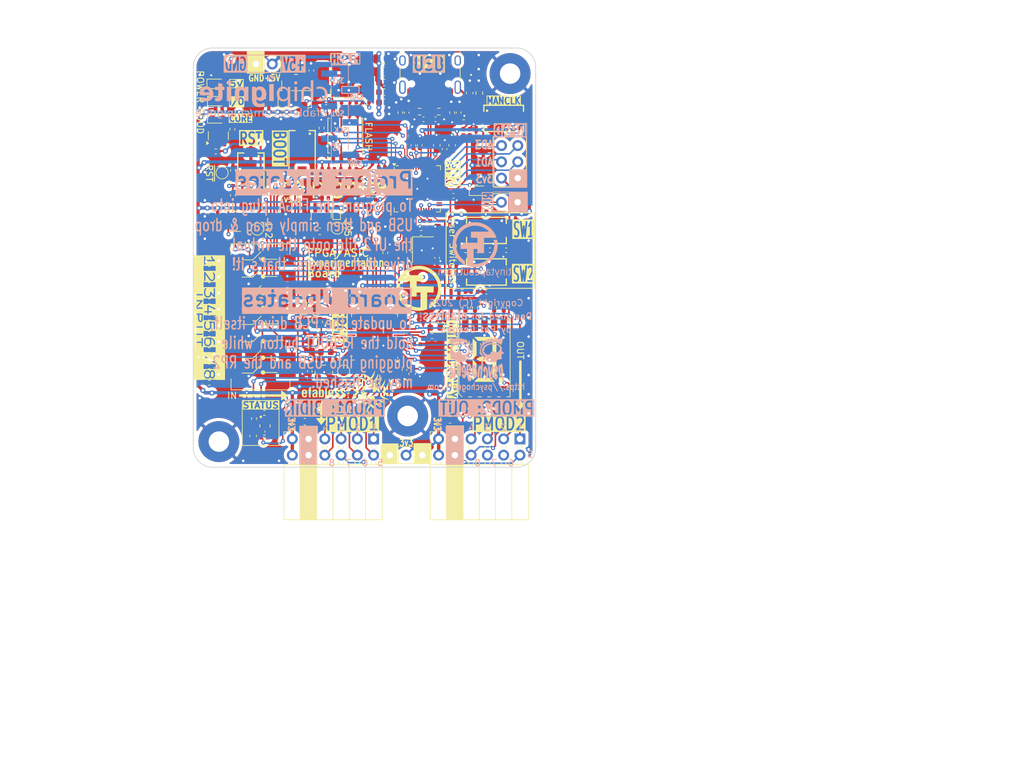
<source format=kicad_pcb>
(kicad_pcb (version 20241229) (generator "pcbnew") (generator_version "9.0")
  (title_block (title "ChipIgnite Explain") (date "2025-02-21") (rev "1.1") (company "Psychogenic Technologies ") (comment 1 "(C) 2025 Pat Deegan"))
  (layers (0 "F.Cu" signal) (4 "In1.Cu" signal) (6 "In2.Cu" signal) (2 "B.Cu" signal) (13 "F.Paste" user) (15 "B.Paste" user) (5 "F.SilkS" user "F.Silkscreen") (7 "B.SilkS" user "B.Silkscreen") (1 "F.Mask" user) (3 "B.Mask" user) (25 "Edge.Cuts" user))
  (net 0 "")
  (net 1 "/RP2040/CLKIN")
  (net 2 "GND")
  (net 3 "/RP2040/CLKO2")
  (net 4 "+3V3")
  (net 5 "/RP2040/DVDD")
  (net 6 "Net-(J4-SHIELD)")
  (net 7 "+2V5")
  (net 8 "+1V2")
  (net 9 "+5V")
  (net 10 "/FPGA_~{RST}")
  (net 11 "/FPGA_UP5k/VCC_PLL")
  (net 12 "/FPGA_UP5k/USR_SW1")
  (net 13 "/CC2")
  (net 14 "usb_d-")
  (net 15 "/CC1")
  (net 16 "/vfused")
  (net 17 "usb_d+")
  (net 18 "/+LDO3v3")
  (net 19 "/FPGA_UP5k/USR_SW2")
  (net 20 "/RP_SW")
  (net 21 "Net-(D3-A)")
  (net 22 "VBUS")
  (net 23 "/RP2040/SWCLK")
  (net 24 "/RP2040/SWDIO")
  (net 25 "/RP2040/RUN")
  (net 26 "/RP2040/QSPI_CLK")
  (net 27 "/RP_BOOTMODE")
  (net 28 "/RP2040/QSPI_SD0")
  (net 29 "/RP2040/QSPI_SD1")
  (net 31 "Net-(D7-Pad3)")
  (net 32 "Net-(D7-Pad2)")
  (net 33 "Net-(D7-Pad1)")
  (net 36 "Net-(R4-Pad1)")
  (net 37 "Net-(R7-Pad1)")
  (net 38 "Net-(R20-Pad1)")
  (net 39 "Net-(R21-Pad1)")
  (net 40 "/RP_AD3")
  (net 41 "/RP_AD1")
  (net 42 "/RP_AD2")
  (net 43 "/RP_AD0")
  (net 44 "/FPGA_UP5k/xclk")
  (net 45 "/FPGA_UP5k/FPGA_INT_CLK")
  (net 46 "/FPGA_UP5k/RGB_R")
  (net 47 "/FPGA_UP5k/RGB_G")
  (net 48 "/RP2040/QSPI_SD2")
  (net 49 "/RP2040/CLKO1")
  (net 50 "/RP2040/QSPI_SD3")
  (net 51 "/FPGA_UP5k/RGB_B")
  (net 52 "Net-(R28-Pad2)")
  (net 55 "/FPGA_SS")
  (net 56 "/FPGA_SCK")
  (net 57 "/RP_LED")
  (net 58 "/PROG_DONE")
  (net 59 "/URT1TX")
  (net 60 "/URT1RX")
  (net 61 "/CTLIO_14")
  (net 62 "/CTLIO_11")
  (net 63 "/CTLIO_12")
  (net 64 "/FPGA_MISO")
  (net 65 "/CTLIO_8")
  (net 66 "/CTLIO_13")
  (net 67 "/FPGA_MOSI")
  (net 68 "/FPGA_RP_CLK")
  (net 69 "/CTLIO_9")
  (net 70 "/CTLIO_10")
  (net 72 "Net-(D8-A)")
  (net 73 "Net-(D8-K)")
  (net 74 "Net-(D9-A)")
  (net 75 "Net-(D10-A)")
  (net 76 "Net-(Q1-G)")
  (net 77 "Net-(R34-Pad2)")
  (net 78 "Net-(R35-Pad2)")
  (net 79 "Net-(R36-Pad2)")
  (net 80 "Net-(R37-Pad2)")
  (net 81 "Net-(R38-Pad2)")
  (net 82 "Net-(R39-Pad2)")
  (net 83 "Net-(R40-Pad2)")
  (net 84 "Net-(R41-Pad2)")
  (net 85 "Net-(U3-A)")
  (net 86 "Net-(U3-B)")
  (net 87 "Net-(U3-C)")
  (net 88 "Net-(U3-D)")
  (net 89 "Net-(U3-E)")
  (net 90 "Net-(U3-F)")
  (net 91 "Net-(U3-G)")
  (net 92 "Net-(U3-DP)")
  (net 93 "/INDIP0")
  (net 94 "/INDIP3")
  (net 95 "/INDIP5")
  (net 96 "/INDIP7")
  (net 97 "/INDIP2")
  (net 98 "/INDIP6")
  (net 99 "/INDIP1")
  (net 100 "/INDIP4")
  (net 101 "/PMOD16")
  (net 102 "/PMOD14")
  (net 103 "/PMOD13")
  (net 104 "/PMOD18")
  (net 105 "/PMOD12")
  (net 106 "/PMOD11")
  (net 107 "/PMOD17")
  (net 108 "/PMOD15")
  (net 109 "/PMOD21")
  (net 110 "/PMOD22")
  (net 111 "/PMOD25")
  (net 112 "/PMOD23")
  (net 113 "/PMOD28")
  (net 114 "/PMOD24")
  (net 115 "/PMOD27")
  (net 116 "/PMOD26")
  (footprint "Resistor_SMD:R_0402_1005Metric" (layer "F.Cu") (at 92.21 60.6 180)
    (property "Reference" "R23" (hide yes))
    (property "Value" "R_10k_0402")
  )
  (footprint "flyingcarsfootprints:StitchingVia-0.4mmDrill" (layer "F.Cu") (at 102.6 79.6)
    (property "Reference" "STCHG18" (hide yes))
    (property "Value" "StitchingVia-0.4mmDrill" (hide yes))
  )
  (footprint "Package_TO_SOT_SMD:SOT-223-3_TabPin2" (layer "F.Cu") (at 73.55 26.8 180)
    (property "Reference" "U1" (hide yes))
    (property "Value" "TLV1117LV33" (hide yes))
  )
  (footprint "flyingcarsfootprints:StitchingVia-0.4mmDrill" (layer "F.Cu") (at 94.8 23.6)
    (property "Reference" "STCHG1" (hide yes))
    (property "Value" "StitchingVia-0.4mmDrill" (hide yes))
  )
  (footprint "Resistor_SMD:R_0402_1005Metric" (layer "F.Cu") (at 98.712157 63.037843 -90)
    (property "Reference" "R43" (hide yes))
    (property "Value" "510R")
  )
  (footprint "flyingcarsfootprints:StitchingVia-0.4mmDrill" (layer "F.Cu") (at 54.15 73.49)
    (property "Reference" "STCHG7" (hide yes))
    (property "Value" "StitchingVia-0.4mmDrill" (hide yes))
  )
  (footprint "Capacitor_SMD:C_0402_1005Metric" (layer "F.Cu") (at 93.4 35.6 90)
    (property "Reference" "C11" (hide yes))
    (property "Value" "C_100n_0402_50V" (hide yes))
  )
  (footprint "Resistor_SMD:R_0402_1005Metric" (layer "F.Cu") (at 61.3 79.5 180)
    (property "Reference" "R26" (hide yes))
    (property "Value" "R_68R_0402")
  )
  (footprint "Resistor_SMD:R_0402_1005Metric" (layer "F.Cu") (at 52.7 62.085714)
    (property "Reference" "R36" (hide yes))
    (property "Value" "510R")
  )
  (footprint "Resistor_SMD:R_0402_1005Metric" (layer "F.Cu") (at 80.2 54.5 90)
    (property "Reference" "R19" (hide yes))
    (property "Value" "R_10k_0402")
  )
  (footprint "flyingcarsfootprints:StitchingVia-0.4mmDrill" (layer "F.Cu") (at 84.4 34.8)
    (property "Reference" "STCHG8" (hide yes))
    (property "Value" "StitchingVia-0.4mmDrill" (hide yes))
  )
  (footprint "flyingcarsfootprints:StitchingVia-0.4mmDrill" (layer "F.Cu") (at 64.65 52.15)
    (property "Reference" "STCHG8" (hide yes))
    (property "Value" "StitchingVia-0.4mmDrill" (hide yes))
  )
  (footprint "TinyTapeout:434121025816" (layer "F.Cu") (at 67.2 38.5 -90)
    (property "Reference" "SW2" (hide yes))
    (property "Value" "434121025816" (hide yes))
  )
  (footprint "flyingcarsfootprints:StitchingVia-0.4mmDrill" (layer "F.Cu") (at 63.6 87)
    (property "Reference" "STCHG19" (hide yes))
    (property "Value" "StitchingVia-0.4mmDrill" (hide yes))
  )
  (footprint "flyingcarsfootprints:StitchingVia-0.4mmDrill" (layer "F.Cu") (at 102.6 58.6)
    (property "Reference" "STCHG11" (hide yes))
    (property "Value" "StitchingVia-0.4mmDrill" (hide yes))
  )
  (footprint "flyingcarsfootprints:StitchingVia-0.4mmDrill" (layer "F.Cu") (at 102.6 64.6)
    (property "Reference" "STCHG13" (hide yes))
    (property "Value" "StitchingVia-0.4mmDrill" (hide yes))
  )
  (footprint "Capacitor_SMD:C_0805_2012Metric" (layer "F.Cu") (at 79.8 24.2)
    (property "Reference" "C3" (hide yes))
    (property "Value" "C_10u_0805_35V" (hide yes))
  )
  (footprint "flyingcarsfootprints:StitchingVia-0.4mmDrill" (layer "F.Cu") (at 64.65 48.45)
    (property "Reference" "STCHG8" (hide yes))
    (property "Value" "StitchingVia-0.4mmDrill" (hide yes))
  )
  (footprint "Package_TO_SOT_SMD:SOT-23" (layer "F.Cu") (at 70.2 48.4 -90)
    (property "Reference" "D5" (hide yes))
    (property "Value" "BAS19")
  )
  (footprint "Resistor_SMD:R_0402_1005Metric" (layer "F.Cu") (at 92.75 54.1 180)
    (property "Reference" "R22" (hide yes))
    (property "Value" "R_10k_0402")
  )
  (footprint "MountingHole:MountingHole_3.2mm_M3_Pad" (layer "F.Cu") (at 99.7 26.5)
    (property "Reference" "H3" (hide yes))
    (property "Value" "MountingHole_Pad")
  )
  (footprint "flyingcarsfootprints:StitchingVia-0.4mmDrill" (layer "F.Cu") (at 52 41.9)
    (property "Reference" "STCHG1" (hide yes))
    (property "Value" "StitchingVia-0.4mmDrill" (hide yes))
  )
  (footprint "Capacitor_SMD:C_0603_1608Metric" (layer "F.Cu") (at 69.975 51.1375 180)
    (property "Reference" "C26" (hide yes))
    (property "Value" "C_4p7u_0603_25V")
  )
  (footprint "Capacitor_SMD:C_0402_1005Metric" (layer "F.Cu") (at 88.05 33.64)
    (property "Reference" "C8" (hide yes))
    (property "Value" "C_33p_0402_50V" (hide yes))
  )
  (footprint "TinyTapeout:434121025816" (layer "F.Cu") (at 96 51)
    (property "Reference" "SW3" (hide yes))
    (property "Value" "434121025816")
  )
  (footprint "flyingcarsfootprints:StitchingVia-0.4mmDrill" (layer "F.Cu") (at 88.8 75.3)
    (property "Reference" "STCHG1" (hide yes))
    (property "Value" "StitchingVia-0.4mmDrill" (hide yes))
  )
  (footprint "TinyTapeout:434121025816" (layer "F.Cu") (at 59.2 42 -90)
    (property "Reference" "SW5" (hide yes))
    (property "Value" "434121025816")
  )
  (footprint "flyingcarsfootprints:StitchingVia-0.4mmDrill" (layer "F.Cu") (at 58.85 67.5)
    (property "Reference" "STCHG8" (hide yes))
    (property "Value" "StitchingVia-0.4mmDrill" (hide yes))
  )
  (footprint "Capacitor_SMD:C_0603_1608Metric" (layer "F.Cu") (at 90.3 80.6)
    (property "Reference" "C52" (hide yes))
    (property "Value" "C_1u_0603_50V")
  )
  (footprint "Package_SO:SOIC-8_5.23x5.23mm_P1.27mm" (layer "F.Cu") (at 73.95 36.2 90)
    (property "Reference" "U5" (hide yes))
    (property "Value" "W25Q32JVSS" (hide yes))
  )
  (footprint "Capacitor_SMD:C_0805_2012Metric" (layer "F.Cu") (at 90.4 78.8)
    (property "Reference" "C49" (hide yes))
    (property "Value" "C_10u_0805_35V")
  )
  (footprint "Resistor_SMD:R_0402_1005Metric" (layer "F.Cu") (at 61.3 83.35 180)
    (property "Reference" "R27" (hide yes))
    (property "Value" "R_68R_0402")
  )
  (footprint "Resistor_SMD:R_0402_1005Metric" (layer "F.Cu") (at 52.7 72.257142)
    (property "Reference" "R40" (hide yes))
    (property "Value" "510R")
  )
  (footprint "Resistor_SMD:R_0402_1005Metric" (layer "F.Cu") (at 72.75 41.4)
    (property "Reference" "R14" (hide yes))
    (property "Value" "R_10k_0402" (hide yes))
  )
  (footprint "flyingcarsfootprints:StitchingVia-0.3mm" (layer "F.Cu") (at 85.2 44.5)
    (property "Reference" "HSTITCH1" (hide yes))
    (property "Value" "StitchingVia-0.3mm" (hide yes))
  )
  (footprint "flyingcarsfootprints:StitchingVia-0.4mmDrill" (layer "F.Cu") (at 102.6 67.6)
    (property "Reference" "STCHG14" (hide yes))
    (property "Value" "StitchingVia-0.4mmDrill" (hide yes))
  )
  (footprint "flyingcarsfootprints:StitchingVia-0.4mmDrill" (layer "F.Cu") (at 51.2 77.2)
    (property "Reference" "STCHG1" (hide yes))
    (property "Value" "StitchingVia-0.4mmDrill" (hide yes))
  )
  (footprint "flyingcarsfootprints:StitchingVia-0.4mmDrill" (layer "F.Cu") (at 67.55 52.15)
    (property "Reference" "STCHG8" (hide yes))
    (property "Value" "StitchingVia-0.4mmDrill" (hide yes))
  )
  (footprint "flyingcarsfootprints:StitchingVia-0.4mmDrill" (layer "F.Cu") (at 57.2 27.6)
    (property "Reference" "STCHG1" (hide yes))
    (property "Value" "StitchingVia-0.4mmDrill" (hide yes))
  )
  (footprint "flyingcarsfootprints:StitchingVia-0.4mmDrill" (layer "F.Cu") (at 55 23.5)
    (property "Reference" "STCHG1" (hide yes))
    (property "Value" "StitchingVia-0.4mmDrill" (hide yes))
  )
  (footprint "flyingcarsfootprints:StitchingVia-0.4mmDrill" (layer "F.Cu") (at 61.9 37.15)
    (property "Reference" "STCHG8" (hide yes))
    (property "Value" "StitchingVia-0.4mmDrill" (hide yes))
  )
  (footprint "flyingcarsfootprints:StitchingVia-0.3mm" (layer "F.Cu") (at 77.1 66.2)
    (property "Reference" "HSTITCH1" (hide yes))
    (property "Value" "StitchingVia-0.3mm" (hide yes))
  )
  (footprint "Diode_SMD:D_SOD-523" (layer "F.Cu") (at 72.6 48.0375 90)
    (property "Reference" "D4" (hide yes))
    (property "Value" "1N4448WT")
  )
  (footprint "flyingcarsfootprints:StitchingVia-0.4mmDrill" (layer "F.Cu") (at 54.15 60.79)
    (property "Reference" "STCHG2" (hide yes))
    (property "Value" "StitchingVia-0.4mmDrill" (hide yes))
  )
  (footprint "flyingcarsfootprints:StitchingVia-0.4mmDrill" (layer "F.Cu") (at 77.1 33.6)
    (property "Reference" "STCHG8" (hide yes))
    (property "Value" "StitchingVia-0.4mmDrill" (hide yes))
  )
  (footprint "flyingcarsfootprints:StitchingVia-0.4mmDrill" (layer "F.Cu") (at 93.8 40.8)
    (property "Reference" "STCHG8" (hide yes))
    (property "Value" "StitchingVia-0.4mmDrill" (hide yes))
  )
  (footprint "Resistor_SMD:R_0402_1005Metric" (layer "F.Cu") (at 97.212157 78.847843 90)
    (property "Reference" "R44" (hide yes))
    (property "Value" "510R")
  )
  (footprint "flyingcarsfootprints:StitchingVia-0.4mmDrill" (layer "F.Cu") (at 95.15 42.55)
    (property "Reference" "STCHG8" (hide yes))
    (property "Value" "StitchingVia-0.4mmDrill" (hide yes))
  )
  (footprint "Capacitor_SMD:C_0402_1005Metric" (layer "F.Cu") (at 69.68 67.2 180)
    (property "Reference" "C38" (hide yes))
    (property "Value" "C_100n_0402_50V")
  )
  (footprint "Capacitor_SMD:C_0402_1005Metric" (layer "F.Cu") (at 84.6 37.7 90)
    (property "Reference" "C21" (hide yes))
    (property "Value" "C_100n_0402_50V" (hide yes))
  )
  (footprint "psysnapeda:LED_EAST1616RGBA3" (layer "F.Cu") (at 61.4 81.55 -90)
    (property "Reference" "D7" (hide yes))
    (property "Value" "RGB")
  )
  (footprint "Crystal:Crystal_SMD_3225-4Pin_3.2x2.5mm" (layer "F.Cu") (at 86.1 54 -90)
    (property "Reference" "Y1" (hide yes))
    (property "Value" "12.0MHz" (hide yes))
  )
  (footprint "flyingcarsfootprints:StitchingVia-0.4mmDrill" (layer "F.Cu") (at 54.15 63.33)
    (property "Reference" "STCHG3" (hide yes))
    (property "Value" "StitchingVia-0.4mmDrill" (hide yes))
  )
  (footprint "flyingcarsfootprints:StitchingVia-0.4mmDrill" (layer "F.Cu") (at 98.65 67.75)
    (property "Reference" "STCHG8" (hide yes))
    (property "Value" "StitchingVia-0.4mmDrill" (hide yes))
  )
  (footprint "flyingcarsfootprints:StitchingVia-0.4mmDrill" (layer "F.Cu") (at 72.9 81)
    (property "Reference" "STCHG1" (hide yes))
    (property "Value" "StitchingVia-0.4mmDrill" (hide yes))
  )
  (footprint "Resistor_SMD:R_0402_1005Metric" (layer "F.Cu") (at 56.4 43.5 90)
    (property "Reference" "R29" (hide yes))
    (property "Value" "R_1k_0402")
  )
  (footprint "Package_DFN_QFN:QFN-56-1EP_7x7mm_P0.4mm_EP3.2x3.2mm" (layer "F.Cu") (at 85.2 44.5)
    (property "Reference" "U4" (hide yes))
    (property "Value" "RP2040" (hide yes))
  )
  (footprint "MountingHole:MountingHole_3.2mm_M3_Pad" (layer "F.Cu") (at 54.2 84)
    (property "Reference" "H1" (hide yes))
    (property "Value" "MountingHole_Pad")
  )
  (footprint "flyingcarsfootprints:StitchingVia-0.4mmDrill" (layer "F.Cu") (at 102.6 52.6)
    (property "Reference" "STCHG9" (hide yes))
    (property "Value" "StitchingVia-0.4mmDrill" (hide yes))
  )
  (footprint "Resistor_SMD:R_0402_1005Metric" (layer "F.Cu") (at 52.7 64.628571)
    (property "Reference" "R37" (hide yes))
    (property "Value" "510R")
  )
  (footprint "Resistor_SMD:R_0402_1005Metric" (layer "F.Cu") (at 92.712157 63.037843 -90)
    (property "Reference" "R48" (hide yes))
    (property "Value" "510R")
  )
  (footprint "TestPoint:TestPoint_Pad_D1.5mm" (layer "F.Cu") (at 69.3 63.3)
    (property "Reference" "TP3" (hide yes))
    (property "Value" "TestPoint")
  )
  (footprint "Fiducial:Fiducial_1mm_Mask2mm" (layer "F.Cu") (at 102.2 54.5)
    (property "Reference" "FID2" (hide yes))
    (property "Value" "Fiducial")
  )
  (footprint "flyingcarsfootprints:StitchingVia-0.4mmDrill" (layer "F.Cu") (at 76.4 58.25)
    (property "Reference" "STCHG8" (hide yes))
    (property "Value" "StitchingVia-0.4mmDrill" (hide yes))
  )
  (footprint "flyingcarsfootprints:StitchingVia-0.3mm" (layer "F.Cu") (at 86.8 42.9)
    (property "Reference" "HSTITCH1" (hide yes))
    (property "Value" "StitchingVia-0.3mm" (hide yes))
  )
  (footprint "flyingcarsfootprints:StitchingVia-0.3mm" (layer "F.Cu") (at 78.55 67.65)
    (property "Reference" "HSTITCH1" (hide yes))
    (property "Value" "StitchingVia-0.3mm" (hide yes))
  )
  (footprint "flyingcarsfootprints:StitchingVia-0.4mmDrill" (layer "F.Cu") (at 90.2 23.6)
    (property "Reference" "STCHG1" (hide yes))
    (property "Value" "StitchingVia-0.4mmDrill" (hide yes))
  )
  (footprint "flyingcarsfootprints:StitchingVia-0.4mmDrill" (layer "F.Cu") (at 87.1 23.6)
    (property "Reference" "STCHG1" (hide yes))
    (property "Value" "StitchingVia-0.4mmDrill" (hide yes))
  )
  (footprint "TinyTapeout:434121025816" (layer "F.Cu") (at 98.7 33.5)
    (property "Reference" "SW1" (hide yes))
    (property "Value" "434121025816" (hide yes))
  )
  (footprint "Capacitor_SMD:C_0603_1608Metric" (layer "F.Cu") (at 67.6 65.6 -90)
    (property "Reference" "C35" (hide yes))
    (property "Value" "C_4p7u_0603_25V")
  )
  (footprint "flyingcarsfootprints:StitchingVia-0.4mmDrill" (layer "F.Cu") (at 58.85 52.6)
    (property "Reference" "STCHG8" (hide yes))
    (property "Value" "StitchingVia-0.4mmDrill" (hide yes))
  )
  (footprint "flyingcarsfootprints:StitchingVia-0.4mmDrill" (layer "F.Cu") (at 80.2 50.4)
    (property "Reference" "STCHG9" (hide yes))
    (property "Value" "StitchingVia-0.4mmDrill" (hide yes))
  )
  (footprint "flyingcarsfootprints:StitchingVia-0.4mmDrill" (layer "F.Cu") (at 71.15 59.4)
    (property "Reference" "STCHG8" (hide yes))
    (property "Value" "StitchingVia-0.4mmDrill" (hide yes))
  )
  (footprint "Resistor_SMD:R_0402_1005Metric" (layer "F.Cu") (at 52.7 59.542857)
    (property "Reference" "R35" (hide yes))
    (property "Value" "510R")
  )
  (footprint "Resistor_SMD:R_0402_1005Metric" (layer "F.Cu") (at 52.7 74.8)
    (property "Reference" "R41" (hide yes))
    (property "Value" "510R")
  )
  (footprint "Capacitor_SMD:C_0402_1005Metric" (layer "F.Cu") (at 56.4 41.6 90)
    (property "Reference" "C47" (hide yes))
    (property "Value" "C_100n_0402_50V")
  )
  (footprint "flyingcarsfootprints:StitchingVia-0.4mmDrill" (layer "F.Cu") (at 52 52.3)
    (property "Reference" "STCHG1" (hide yes))
    (property "Value" "StitchingVia-0.4mmDrill" (hide yes))
  )
  (footprint "Package_TO_SOT_SMD:SOT-23" (layer "F.Cu") (at 54.11 36.2 90)
    (property "Reference" "Q1" (hide yes))
    (property "Value" "DMN2005K")
  )
  (footprint "Resistor_SMD:R_0402_1005Metric" (layer "F.Cu") (at 92.4 35.6 -90)
    (property "Reference" "R4" (hide yes))
    (property "Value" "R_1k_0402" (hide yes))
  )
  (footprint "flyingcarsfootprints:StitchingVia-0.4mmDrill" (layer "F.Cu") (at 85.6 26.5)
    (property "Reference" "STCHG1" (hide yes))
    (property "Value" "StitchingVia-0.4mmDrill" (hide yes))
  )
  (footprint "Capacitor_SMD:C_0603_1608Metric" (layer "F.Cu") (at 67.625 80.9)
    (property "Reference" "C51" (hide yes))
    (property "Value" "C_1u_0603_50V")
  )
  (footprint "Capacitor_SMD:C_0402_1005Metric" (layer "F.Cu") (at 76.4 61.8 90)
    (property "Reference" "C29" (hide yes))
    (property "Value" "C_100n_0402_50V")
  )
  (footprint "Resistor_SMD:R_0402_1005Metric" (layer "F.Cu") (at 97.212157 63.037843 -90)
    (property "Reference" "R42" (hide yes))
    (property "Value" "510R")
  )
  (footprint "Capacitor_SMD:C_0603_1608Metric" (layer "F.Cu") (at 90.65 37.7 90)
    (property "Reference" "C13" (hide yes))
    (property "Value" "C_1u_0603_50V" (hide yes))
  )
  (footprint "Logos:TT_logo" (layer "F.Cu") (at 85.5 60.1)
    (property "Reference" "TTLOGO1" (hide yes))
    (property "Value" "TT_logo" (hide yes))
  )
  (footprint "Resistor_SMD:R_0402_1005Metric" (layer "F.Cu") (at 72 71.2)
    (property "Reference" "R24" (hide yes))
    (property "Value" "R_100R_0402")
  )
  (footprint "flyingcarsfootprints:StitchingVia-0.3mm" (layer "F.Cu") (at 86.8 46.1)
    (property "Reference" "HSTITCH1" (hide yes))
    (property "Value" "StitchingVia-0.3mm" (hide yes))
  )
  (footprint "Capacitor_SMD:C_0603_1608Metric" (layer "F.Cu") (at 69.2 68.4 180)
    (property "Reference" "C39" (hide yes))
    (property "Value" "C_10u_0603_10V")
  )
  (footprint "Resistor_SMD:R_0603_1608Metric" (layer "F.Cu") (at 62 30.2 -90)
    (property "Reference" "R50" (hide yes))
    (property "Value" "R_0R_0603_JUMPER")
  )
  (footprint "Logo:ef_logo" (layer "F.Cu") (at 70.8 76.35)
    (property "Reference" "EFABTXT" (hide yes))
    (property "Value" "Logo" (hide yes))
  )
  (footprint "Resistor_SMD:R_0402_1005Metric" (layer "F.Cu") (at 94.11 60.6)
    (property "Reference" "R21" (hide yes))
    (property "Value" "R_1k_0402")
  )
  (footprint "flyingcarsfootprints:StitchingVia-0.4mmDrill" (layer "F.Cu") (at 102.6 73.6)
    (property "Reference" "STCHG16" (hide yes))
    (property "Value" "StitchingVia-0.4mmDrill" (hide yes))
  )
  (footprint "Capacitor_SMD:C_0603_1608Metric" (layer "F.Cu") (at 75.2 61.2 90)
    (property "Reference" "C30" (hide yes))
    (property "Value" "C_4p7u_0603_25V")
  )
  (footprint "Package_TO_SOT_SMD:SOT-23-5" (layer "F.Cu") (at 56.8 49.6)
    (property "Reference" "U6" (hide yes))
    (property "Value" "AP2112K-1.2")
  )
  (footprint "LED_SMD:LED_0603_1608Metric" (layer "F.Cu") (at 94.8 44.8)
    (property "Reference" "D3" (hide yes))
    (property "Value" "LED" (hide yes))
  )
  (footprint "flyingcarsfootprints:StitchingVia-0.4mmDrill" (layer "F.Cu") (at 94.1 55.9)
    (property "Reference" "STCHG11" (hide yes))
    (property "Value" "StitchingVia-0.4mmDrill" (hide yes))
  )
  (footprint "flyingcarsfootprints:StitchingVia-0.4mmDrill" (layer "F.Cu") (at 75.5 46)
    (property "Reference" "STCHG8" (hide yes))
    (property "Value" "StitchingVia-0.4mmDrill" (hide yes))
  )
  (footprint "Resistor_SMD:R_0402_1005Metric" (layer "F.Cu") (at 94.65 54.1)
    (property "Reference" "R20" (hide yes))
    (property "Value" "R_1k_0402")
  )
  (footprint "Capacitor_SMD:C_0402_1005Metric" (layer "F.Cu") (at 79.65 41.1 180)
    (property "Reference" "C22" (hide yes))
    (property "Value" "C_100n_0402_50V" (hide yes))
  )
  (footprint "Connector_PinHeader_2.54mm:PinHeader_1x02_P2.54mm_Vertical" (layer "F.Cu") (at 100.875 46.6 -90)
    (property "Reference" "J10" (hide yes))
    (property "Value" "Conn_01x02" (hide yes))
  )
  (footprint "Resistor_SMD:R_0603_1608Metric" (layer "F.Cu") (at 94.89 29.54 90)
    (property "Reference" "R3" (hide yes))
    (property "Value" "1M" (hide yes))
  )
  (footprint "Capacitor_SMD:C_0402_1005Metric" (layer "F.Cu") (at 96 60.6)
    (property "Reference" "C45" (hide yes))
    (property "Value" "C_100n_0402_50V")
  )
  (footprint "flyingcarsfootprints:StitchingVia-0.4mmDrill" (layer "F.Cu") (at 62.2 27.6)
    (property "Reference" "STCHG1" (hide yes))
    (property "Value" "StitchingVia-0.4mmDrill" (hide yes))
  )
  (footprint "flyingcarsfootprints:StitchingVia-0.4mmDrill" (layer "F.Cu") (at 102.6 70.6)
    (property "Reference" "STCHG15" (hide yes))
    (property "Value" "StitchingVia-0.4mmDrill" (hide yes))
  )
  (footprint "flyingcarsfootprints:StitchingVia-0.4mmDrill" (layer "F.Cu") (at 51.2 26.7)
    (property "Reference" "STCHG1" (hide yes))
    (property "Value" "StitchingVia-0.4mmDrill" (hide yes))
  )
  (footprint "Fiducial:Fiducial_1mm_Mask2mm" (layer "F.Cu") (at 60.7 86.5)
    (property "Reference" "FID3" (hide yes))
    (property "Value" "Fiducial")
  )
  (footprint "Resistor_SMD:R_0402_1005Metric" (layer "F.Cu") (at 98.712157 78.847843 90)
    (property "Reference" "R49" (hide yes))
    (property "Value" "510R")
  )
  (footprint "Resistor_SMD:R_0402_1005Metric" (layer "F.Cu") (at 52.7 67.171428)
    (property "Reference" "R38" (hide yes))
    (property "Value" "510R")
  )
  (footprint "LED_SMD:LED_0603_1608Metric" (layer "F.Cu") (at 53.81 28.1)
    (property "Reference" "D9" (hide yes))
    (property "Value" "Yellow")
  )
  (footprint "Resistor_SMD:R_0402_1005Metric" (layer "F.Cu") (at 80.8 61.2 -90)
    (property "Reference" "R18" (hide yes))
    (property "Value" "R_10k_0402")
  )
  (footprint "flyingcarsfootprints:StitchingVia-0.4mmDrill" (layer "F.Cu") (at 102.6 61.6)
    (property "Reference" "STCHG12" (hide yes))
    (property "Value" "StitchingVia-0.4mmDrill" (hide yes))
  )
  (footprint "flyingcarsfootprints:StitchingVia-0.4mmDrill" (layer "F.Cu") (at 72.35 34.3)
    (property "Reference" "STCHG8" (hide yes))
    (property "Value" "StitchingVia-0.4mmDrill" (hide yes))
  )
  (footprint "TestPoint:TestPoint_Pad_D1.5mm" (layer "F.Cu") (at 73.7 73 90)
    (property "Reference" "TP4" (hide yes))
    (property "Value" "TestPoint")
  )
  (footprint "Resistor_SMD:R_0402_1005Metric" (layer "F.Cu") (at 82.55 32.6 -90)
    (property "Reference" "R2" (hide yes))
    (property "Value" "R_5k1_0402" (hide yes))
  )
  (footprint "flyingcarsfootprints:StitchingVia-0.4mmDrill" (layer "F.Cu") (at 58.85 73.75)
    (property "Reference" "STCHG8" (hide yes))
    (property "Value" "StitchingVia-0.4mmDrill" (hide yes))
  )
  (footprint "Resistor_SMD:R_0402_1005Metric" (layer "F.Cu") (at 52.7 57)
    (property "Reference" "R34" (hide yes))
    (property "Value" "510R")
  )
  (footprint "Resistor_SMD:R_0402_1005Metric" (layer "F.Cu") (at 92.712157 78.847843 90)
    (property "Reference" "R46" (hide yes))
    (property "Value" "510R")
  )
  (footprint "Resistor_SMD:R_0402_1005Metric" (layer "F.Cu") (at 56.31 35.2 90)
    (property "Reference" "R33" (hide yes))
    (property "Value" "510R")
  )
  (footprint "MountingHole:MountingHole_3.2mm_M3_Pad" (layer "F.Cu") (at 83.7 80)
    (property "Reference" "H2" (hide yes))
    (property "Value" "MountingHole_Pad")
  )
  (footprint "Resistor_SMD:R_0402_1005Metric" (layer "F.Cu") (at 90.65 32.6 -90)
    (property "Reference" "R1" (hide yes))
    (property "Value" "R_5k1_0402" (hide yes))
  )
  (footprint "TestPoint:TestPoint_Pad_D1.5mm" (layer "F.Cu") (at 60.2 50.8)
    (property "Reference" "TP2" (hide yes))
    (property "Value" "TestPoint")
  )
  (footprint "Capacitor_SMD:C_0402_1005Metric" (layer "F.Cu") (at 83.9 54.4 -90)
    (property "Reference" "C14" (hide yes))
    (property "Value" "4pF" (hide yes))
  )
  (footprint "flyingcarsfootprints:StitchingVia-0.4mmDrill" (layer "F.Cu") (at 54.15 65.87)
    (property "Reference" "STCHG4" (hide yes))
    (property "Value" "StitchingVia-0.4mmDrill" (hide yes))
  )
  (footprint "Resistor_SMD:R_0603_1608Metric" (layer "F.Cu") (at 88.55 32.44 180)
    (property "Reference" "D1" (hide yes))
    (property "Value" "TVS" (hide yes))
  )
  (footprint "TestPoint:TestPoint_Pad_D1.5mm" (layer "F.Cu") (at 54.7 42 -90)
    (property "Reference" "TP5" (hide yes))
    (property "Value" "TestPoint")
  )
  (footprint "Resistor_SMD:R_0402_1005Metric" (layer "F.Cu") (at 94.212157 63.037843 -90)
    (property "Reference" "R47" (hide yes))
    (property "Value" "510R")
  )
  (footprint "flyingcarsfootprints:StitchingVia-0.4mmDrill" (layer "F.Cu") (at 87.9 57.8)
    (property "Reference" "STCHG9" (hide yes))
    (property "Value" "StitchingVia-0.4mmDrill" (hide yes))
  )
  (footprint "Capacitor_SMD:C_0402_1005Metric" (layer "F.Cu") (at 86.2 50 -90)
    (property "Reference" "C19" (hide yes))
    (property "Value" "C_100n_0402_50V" (hide yes))
  )
  (footprint "flyingcarsfootprints:StitchingVia-0.4mmDrill" (layer "F.Cu") (at 102.6 76.6)
    (property "Reference" "STCHG17" (hide yes))
    (property "Value" "StitchingVia-0.4mmDrill" (hide yes))
  )
  (footprint "Capacitor_SMD:C_0603_1608Metric" (layer "F.Cu") (at 84.4 73.4 -90)
    (property "Reference" "C32" (hide yes))
    (property "Value" "C_4p7u_0603_25V")
  )
  (footprint "Resistor_SMD:R_0402_1005Metric" (layer "F.Cu") (at 53.71 38.6625 180)
    (property "Reference" "R32" (hide yes))
    (property "Value" "510R")
  )
  (footprint "flyingcarsfootprints:StitchingVia-0.4mmDrill" (layer "F.Cu") (at 98.4 49.5)
    (property "Reference" "STCHG9" (hide yes))
    (property "Value" "StitchingVia-0.4mmDrill" (hide yes))
  )
  (footprint "TestPoint:TestPoint_Pad_D1.5mm" (layer "F.Cu") (at 72.7 50.6375 90)
    (property "Reference" "TP1" (hide yes))
    (property "Value" "TestPoint")
  )
  (footprint "Capacitor_SMD:C_0402_1005Metric" (layer "F.Cu") (at 88.3 55.3 -90)
    (property "Reference" "C15" (hide yes))
    (property "Value" "4pF" (hide yes))
  )
  (footprint "Capacitor_SMD:C_0603_1608Metric" (layer "F.Cu") (at 59.8 48 90)
    (property "Reference" "C34" (hide yes))
    (property "Value" "C_1u_0603_50V")
  )
  (footprint "Capacitor_SMD:C_0603_1608Metric" (layer "F.Cu") (at 59.55 83.1 -90)
    (property "Reference" "C46" (hide yes))
    (property "Value" "C_4p7u_0603_25V")
  )
  (footprint "flyingcarsfootprints:StitchingVia-0.4mmDrill" (layer "F.Cu") (at 61.85 44.2)
    (property "Reference" "STCHG8" (hide yes))
    (property "Value" "StitchingVia-0.4mmDrill" (hide yes))
  )
  (footprint "Capacitor_SMD:C_0402_1005Metric" (layer "F.Cu") (at 68.65 26.02 90)
    (property "Reference" "C5" (hide yes))
    (property "Value" "C_100n_0402_50V" (hide yes))
  )
  (footprint "Resistor_SMD:R_0402_1005Metric" (layer "F.Cu") (at 96 47.5 90)
    (property "Reference" "R9" (hide yes))
    (property "Value" "R_10k_0402" (hide yes))
  )
  (footprint "flyingcarsfootprints:StitchingVia-0.4mmDrill" (layer "F.Cu") (at 91.4 49.8)
    (property "Reference" "STCHG1" (hide yes))
    (property "Value" "StitchingVia-0.4mmDrill" (hide yes))
  )
  (footprint "flyingcarsfootprints:StitchingVia-0.4mmDrill" (layer "F.Cu") (at 71.15 37.85)
    (property "Reference" "STCHG8" (hide yes))
    (property "Value" "StitchingVia-0.4mmDrill" (hide yes))
  )
  (footprint "flyingcarsfootprints:StitchingVia-0.4mmDrill" (layer "F.Cu") (at 52 46.3)
    (property "Reference" "STCHG1" (hide yes))
    (property "Value" "StitchingVia-0.4mmDrill" (hide yes))
  )
  (footprint "Resistor_SMD:R_0402_1005Metric" (layer "F.Cu") (at 94.5125 43.5)
    (property "Reference" "R8" (hide yes))
    (property "Value" "RLED" (hide yes))
  )
  (footprint "flyingcarsfootprints:StitchingVia-0.4mmDrill" (layer "F.Cu") (at 96.45 55.9)
    (property "Reference" "STCHG11" (hide yes))
    (property "Value" "StitchingVia-0.4mmDrill" (hide yes))
  )
  (footprint "LED_SMD:LED_0603_1608Metric" (layer "F.Cu") (at 53.91 33.5)
    (property "Reference" "D8" (hide yes))
    (property "Value" "Yellow")
  )
  (footprint "Capacitor_SMD:C_0402_1005Metric" (layer "F.Cu") (at 71.2 65.6 -90)
    (property "Reference" "C40" (hide yes))
    (property "Value" "C_100n_0402_50V")
  )
  (footprint "Resistor_SMD:R_0402_1005Metric" (layer "F.Cu") (at 70.85 41.4)
    (property "Reference" "R5" (hide yes))
    (property "Value" "R_10k_0402" (hide yes))
  )
  (footprint "TinyTapeout:USB_C_Receptacle_HRO_TYPE-C-31-M-12" (layer "F.Cu") (at 87.2 25.5 180)
    (property "Reference" "J4" (hide yes))
    (property "Value" "USB_C" (hide yes))
  )
  (footprint "Capacitor_SMD:C_0402_1005Metric" (layer "F.Cu") (at 91.65 32.6 -90)
    (property "Reference" "C6" (hide yes))
    (property "Value" "C_33p_0402_50V" (hide yes))
  )
  (footprint "TinyTapeout:434121025816" (layer "F.Cu") (at 96 57.5)
    (property "Reference" "SW4" (hide yes))
    (property "Value" "434121025816")
  )
  (footprint "Capacitor_SMD:C_0805_2012Metric" (layer "F.Cu") (at 66.25 25.9)
    (property "Reference" "C4" (hide yes))
    (property "Value" "22uF" (hide yes))
  )
  (footprint "Capacitor_SMD:C_0402_1005Metric" (layer "F.Cu") (at 90.85 45.6)
    (property "Reference" "C24" (hide yes))
    (property "Value" "C_100n_0402_50V" (hide yes))
  )
  (footprint "Capacitor_SMD:C_0402_1005Metric" (layer "F.Cu") (at 70.82 45.9375 180)
    (property "Reference" "C25" (hide yes))
    (property "Value" "C_100n_0402_50V")
  )
  (footprint "flyingcarsfootprints:StitchingVia-0.4mmDrill" (layer "F.Cu") (at 63.9 33.6)
    (property "Reference" "STCHG1" (hide yes))
    (property "Value" "StitchingVia-0.4mmDrill" (hide yes))
  )
  (footprint "Fuse:Fuse_0805_2012Metric" (layer "F.Cu") (at 79.8 26.2 180)
    (property "Reference" "F1" (hide yes))
    (property "Value" "350mA" (hide yes))
  )
  (footprint "LED_SMD:LED_0603_1608Metric" (layer "F.Cu") (at 88 66.2 180)
    (property "Reference" "D6" (hide yes))
    (property "Value" "LED")
  )
  (footprint "flyingcarsfootprints:StitchingVia-0.4mmDrill" (layer "F.Cu") (at 100.1 34.4)
    (property "Reference" "STCHG1" (hide yes))
    (property "Value" "StitchingVia-0.4mmDrill" (hide yes))
  )
  (footprint "Capacitor_SMD:C_0603_1608Metric" (layer "F.Cu") (at 80 27.9)
    (property "Reference" "C1" (hide yes))
    (property "Value" "C_1u_0603_50V" (hide yes))
  )
  (footprint "Capacitor_SMD:C_0402_1005Metric" (layer "F.Cu") (at 89.45 38.3 90)
    (property "Reference" "C23" (hide yes))
    (property "Value" "C_100n_0402_50V" (hide yes))
  )
  (footprint "flyingcarsfootprints:StitchingVia-0.4mmDrill" (layer "F.Cu") (at 58 87)
    (property "Reference" "STCHG19" (hide yes))
    (property "Value" "StitchingVia-0.4mmDrill" (hide yes))
  )
  (footprint "Resistor_SMD:R_0402_1005Metric" (layer "F.Cu") (at 87.49 67.5 180)
    (property "Reference" "R16" (hide yes))
    (property "Value" "R_10k_0402")
  )
  (footprint "Capacitor_SMD:C_0603_1608Metric" (layer "F.Cu") (at 54 49.6 -90)
    (property "Reference" "C33" (hide yes))
    (property "Value" "C_1u_0603_50V")
  )
  (footprint "Logo:ef_logo_graphical" (layer "F.Cu") (at 77.85 76.25)
    (property "Reference" "EFABLOG" (hide yes))
    (property "Value" "Logo" (hide yes))
  )
  (footprint "Resistor_SMD:R_0402_1005Metric" (layer "F.Cu") (at 92.45 34.1 180)
    (property "Reference" "R6" (hide yes))
    (property "Value" "R_10k_0402" (hide yes))
  )
  (footprint "flyingcarsfootprints:StitchingVia-0.4mmDrill" (layer "F.Cu") (at 52 48.8)
    (property "Reference" "STCHG1" (hide yes))
    (property "Value" "StitchingVia-0.4mmDrill" (hide yes))
  )
  (footprint "flyingcarsfootprints:StitchingVia-0.4mmDrill" (layer "F.Cu") (at 102.6 49.6)
    (property "Reference" "STCHG1" (hide yes))
    (property "Value" "StitchingVia-0.4mmDrill" (hide yes))
  )
  (footprint "Capacitor_SMD:C_0805_2012Metric" (layer "F.Cu") (at 95.5 37.6 -90)
    (property "Reference" "C50" (hide yes))
    (property "Value" "C_10u_0805_35V")
  )
  (footprint "Resistor_SMD:R_0402_1005Metric" (layer "F.Cu") (at 52.7 69.714285)
    (property "Reference" "R39" (hide yes))
    (property "Value" "510R")
  )
  (footprint "TinyTapeout:PinSocket_2x06_P2.54mm_PMODHost1A" (layer "F.Cu") (at 88.535 83.575 90)
    (property "Reference" "J5" (hide yes))
    (property "Value" "613012243121")
  )
  (footprint "flyingcarsfootprints:StitchingVia-0.3mm" (layer "F.Cu") (at 79.9 69)
    (property "Reference" "HSTITCH1" (hide yes))
    (property "Value" "StitchingVia-0.3mm" (hide yes))
  )
  (footprint "Capacitor_SMD:C_0402_1005Metric" (layer "F.Cu") (at 99.1 54.1 180)
    (property "Reference" "C37" (hide yes))
    (property "Value" "C_100n_0402_50V")
  )
  (footprint "flyingcarsfootprints:StitchingVia-0.4mmDrill" (layer "F.Cu") (at 66.8 75.4)
    (property "Reference" "STCHG1" (hide yes))
    (property "Value" "StitchingVia-0.4mmDrill" (hide yes))
  )
  (footprint "Capacitor_SMD:C_0402_1005Metric" (layer "F.Cu") (at 68.4 73 -90)
    (property "Reference" "C43" (hide yes))
    (property "Value" "C_100n_0402_50V")
  )
  (footprint "TinyTapeout:WL_S7DS-157112V12700" (layer "F.Cu") (at 95.7 71 90)
    (property "Reference" "U3" (hide yes))
    (property "Value" "157112V12700")
  )
  (footprint "Connector_PinHeader_2.54mm:PinHeader_1x03_P2.54mm_Vertical" (layer "F.Cu") (at 80.915 86.115 90)
    (property "Reference" "J3" (hide yes))
    (property "Value" "Conn_01x03")
  )
  (footprint "Capacitor_SMD:C_0402_1005Metric" (layer "F.Cu") (at 96.55 54.1)
    (property "Reference" "C44" (hide yes))
    (property "Value" "C_100n_0402_50V")
  )
  (footprint "Resistor_SMD:R_0603_1608Metric" (layer "F.Cu") (at 85.55 32.44)
    (property "Reference" "D2" (hide yes))
    (property "Value" "TVS" (hide yes))
  )
  (footprint "flyingcarsfootprints:StitchingVia-0.4mmDrill" (layer "F.Cu") (at 88.8 26.5)
    (property "Reference" "STCHG1" (hide yes))
    (property "Value" "StitchingVia-0.4mmDrill" (hide yes))
  )
  (footprint "Resistor_SMD:R_0402_1005Metric" (layer "F.Cu") (at 94.212157 78.847843 90)
    (property "Reference" "R45" (hide yes))
    (property "Value" "510R")
  )
  (footprint "flyingcarsfootprints:StitchingVia-0.4mmDrill" (layer "F.Cu") (at 54.15 58.25)
    (property "Reference" "STCHG1" (hide yes))
    (property "Value" "StitchingVia-0.4mmDrill" (hide yes))
  )
  (footprint "flyingcarsfootprints:StitchingVia-0.4mmDrill" (layer "F.Cu") (at 98.65 73.55)
    (property "Reference" "STCHG8" (hide yes))
    (property "Value" "StitchingVia-0.4mmDrill" (hide yes))
  )
  (footprint "flyingcarsfootprints:StitchingVia-0.4mmDrill" (layer "F.Cu") (at 71.8 75.4)
    (property "Reference" "STCHG1" (hide yes))
    (property "Value" "StitchingVia-0.4mmDrill" (hide yes))
  )
  (footprint "Capacitor_SMD:C_0402_1005Metric" (layer "F.Cu") (at 87.2 50 -90)
    (property "Reference" "C20" (hide yes))
    (property "Value" "C_100n_0402_50V" (hide yes))
  )
  (footprint "Connector_PinHeader_2.54mm:PinHeader_1x02_P2.54mm_Vertical" (layer "F.Cu") (at 60 25 90)
    (property "Reference" "J1" (hide yes))
    (property "Value" "Conn_01x02")
  )
  (footprint "Resistor_SMD:R_0402_1005Metric" (layer "F.Cu") (at 56.4 45.5 90)
    (property "Reference" "R28" (hide yes))
    (property "Value" "R_10k_0402")
  )
  (footprint "flyingcarsfootprints:StitchingVia-0.4mmDrill" (layer "F.Cu") (at 84 62.8)
    (property "Reference" "STCHG9" (hide yes))
    (property "Value" "StitchingVia-0.4mmDrill" (hide yes))
  )
  (footprint "Capacitor_SMD:C_0603_1608Metric" (layer "F.Cu") (at 93.39 29.54 90)
    (property "Reference" "C10" (hide yes))
    (property "Value" "6800pF" (hide yes))
  )
  (footprint "Resistor_SMD:R_0402_1005Metric" (layer "F.Cu") (at 70 65.3 90)
    (property "Reference" "R17" (hide yes))
    (property "Value" "R_100R_0402")
  )
  (footprint "flyingcarsfootprints:StitchingVia-0.4mmDrill" (layer "F.Cu") (at 74.6 25.1)
    (property "Reference" "STCHG1" (hide yes))
    (property "Value" "StitchingVia-0.4mmDrill" (hide yes))
  )
  (footprint "flyingcarsfootprints:StitchingVia-0.4mmDrill" (layer "F.Cu") (at 58.85 59.35)
    (property "Reference" "STCHG8" (hide yes))
    (property "Value" "StitchingVia-0.4mmDrill" (hide yes))
  )
  (footprint "Resistor_SMD:R_0402_1005Metric" (layer "F.Cu") (at 75.15 41.4 180)
    (property "Reference" "R11" (hide yes))
    (property "Value" "R_10k_0402" (hide yes))
  )
  (footprint "Fiducial:Fiducial_1mm_Mask2mm" (layer "F.Cu") (at 52.7 24.5 90)
    (property "Reference" "FID1" (hide yes))
    (property "Value" "Fiducial")
  )
  (footprint "Resistor_SMD:R_0402_1005Metric" (layer "F.Cu") (at 54.2 32)
    (property "Reference" "R31" (hide yes))
    (property "Value" "510R")
  )
  (footprint "Capacitor_SMD:C_0402_1005Metric" (layer "F.Cu") (at 86.17 33.64 180)
    (property "Reference" "C9" (hide yes))
    (property "Value" "C_33p_0402_50V" (hide yes))
  )
  (footprint "TinyTapeout:GENERIC_PIANO_8DIP" (layer "F.Cu") (at 60.7 64.5)
    (property "Reference" "SW6" (hide yes))
    (property "Value" "193-8MSR")
  )
  (footprint "Oscillator:Oscillator_SMD_ECS_2520MV-xxx-xx-4Pin_2.5x2.0mm" (layer "F.Cu") (at 70.6 73.16 90)
    (property "Reference" "X1" (hide yes))
    (property "Value" "24MHz")
  )
  (footprint "flyingcarsfootprints:StitchingVia-0.4mmDrill" (layer "F.Cu") (at 54.15 55.71)
    (property "Reference" "STCHG8" (hide yes))
    (property "Value" "StitchingVia-0.4mmDrill" (hide yes))
  )
  (footprint "Resistor_SMD:R_0402_1005Metric" (layer "F.Cu") (at 85.8 51.4 180)
    (property "Reference" "R10" (hide yes))
    (property "Value" "R_1k_0402" (hide yes))
  )
  (footprint "Resistor_SMD:R_0402_1005Metric" (layer "F.Cu") (at 70.25 35 90)
    (property "Reference" "R7" (hide yes))
    (property "Value" "R_1k_0402" (hide yes))
  )
  (footprint "flyingcarsfootprints:StitchingVia-0.3mm" (layer "F.Cu") (at 83.6 46.1)
    (property "Reference" "HSTITCH1" (hide yes))
    (property "Value" "StitchingVia-0.3mm" (hide yes))
  )
  (footprint "flyingcarsfootprints:StitchingVia-0.3mm" (layer "F.Cu") (at 77.1 69)
    (property "Reference" "HSTITCH1" (hide yes))
    (property "Value" "StitchingVia-0.3mm" (hide yes))
  )
  (footprint "Capacitor_SMD:C_0402_1005Metric" (layer "F.Cu") (at 70.95 31)
    (property "Reference" "C16" (hide yes))
    (property "Value" "C_100n_0402_50V" (hide yes))
  )
  (footprint "Capacitor_SMD:C_0603_1608Metric" (layer "F.Cu") (at 88.25 37.7 -90)
    (property "Reference" "C12" (hide yes))
    (property "Value" "C_1u_0603_50V" (hide yes))
  )
  (footprint "Capacitor_SMD:C_0402_1005Metric" (layer "F.Cu") (at 85.6 37.7 90)
    (property "Reference" "C18" (hide yes))
    (property "Value" "C_100n_0402_50V" (hide yes))
  )
  (footprint "Connector_PinHeader_2.54mm:PinHeader_2x03_P2.54mm_Vertical" (layer "F.Cu") (at 100.9 42.825 180)
    (property "Reference" "J7" (hide yes))
    (property "Value" "Conn_02x03_Odd_Even" (hide yes))
  )
  (footprint "Capacitor_SMD:C_0603_1608Metric" (layer "F.Cu") (at 80 31)
    (property "Reference" "C2" (hide yes))
    (property "Value" "C_1u_0603_50V" (hide yes))
  )
  (footprint "flyingcarsfootprints:StitchingVia-0.4mmDrill" (layer "F.Cu") (at 87.9 62.8)
    (property "Reference" "STCHG9" (hide yes))
    (property "Value" "StitchingVia-0.4mmDrill" (hide yes))
  )
  (footprint "flyingcarsfootprints:StitchingVia-0.4mmDrill" (layer "F.Cu") (at 68.8 54.9)
    (property "Reference" "STCHG8" (hide yes))
    (property "Value" "StitchingVia-0.4mmDrill" (hide yes))
  )
  (footprint "Capacitor_SMD:C_0402_1005Metric" (layer "F.Cu") (at 83.55 32.6 -90)
    (property "Reference" "C7" (hide yes))
    (property "Value" "C_33p_0402_50V" (hide yes))
  )
  (footprint "flyingcarsfootprints:StitchingVia-0.4mmDrill" (layer "F.Cu") (at 65.5 31.4)
    (property "Reference" "STCHG1" (hide yes))
    (property "Value" "StitchingVia-0.4mmDrill" (hide yes))
  )
  (footprint "flyingcarsfootprints:StitchingVia-0.4mmDrill" (layer "F.Cu") (at 64.4 42.15)
    (property "Reference" "STCHG8" (hide yes))
    (property "Value" "StitchingVia-0.4mmDrill" (hide yes))
  )
  (footprint "flyingcarsfootprints:StitchingVia-0.3mm" (layer "F.Cu") (at 79.9 66.2)
    (property "Reference" "HSTITCH1" (hide yes))
    (property "Value" "StitchingVia-0.3mm" (hide yes))
  )
  (footprint "Capacitor_SMD:C_0402_1005Metric" (layer "F.Cu") (at 71.8 68.8 180)
    (property "Reference" "C27" (hide yes))
    (property "Value" "C_100n_0402_50V")
  )
  (footprint "Package_SON:Texas_DPY0002A_0.6x1mm_P0.65mm" (layer "F.Cu") (at 94.4 26.7)
    (property "Reference" "U2" (hide yes))
    (property "Value" "TPD1E05U06QDPYRQ1")
  )
  (footprint "TinyTapeout:PinSocket_2x06_P2.54mm_PMODHost1A" (layer "F.Cu") (at 65.675 83.575 90)
    (property "Reference" "J6" (hide yes))
    (property "Value" "613012243121" (hide yes))
  )
  (footprint "Capacitor_SMD:C_0402_1005Metric" (layer "F.Cu") (at 78.2 46.2 180)
    (property "Reference" "C17" (hide yes))
    (property "Value" "C_100n_0402_50V" (hide yes))
  )
  (footprint "flyingcarsfootprints:StitchingVia-0.4mmDrill" (layer "F.Cu") (at 75.4 78.3)
    (property "Reference" "STCHG1" (hide yes))
    (property "Value" "StitchingVia-0.4mmDrill" (hide yes))
  )
  (footprint "flyingcarsfootprints:StitchingVia-0.4mmDrill" (layer "F.Cu") (at 84.2 23.6)
    (property "Reference" "STCHG1" (hide yes))
    (property "Value" "StitchingVia-0.4mmDrill" (hide yes))
  )
  (footprint "flyingcarsfootprints:StitchingVia-0.3mm" (layer "F.Cu") (at 77.5 49.7)
    (property "Reference" "HSTITCH1" (hide yes))
    (property "Value" "StitchingVia-0.3mm" (hide yes))
  )
  (footprint "Capacitor_SMD:C_0805_2012Metric" (layer "F.Cu") (at 67.7 79.1)
    (property "Reference" "C48" (hide yes))
    (property "Value" "C_10u_0805_35V")
  )
  (footprint "Capacitor_SMD:C_0402_1005Metric" (layer "F.Cu") (at 74 61.8 90)
    (property "Reference" "C42" (hide yes))
    (property "Value" "C_100n_0402_50V")
  )
  (footprint "Logo:chipignite_logo_med" (layer "F.Cu") (at 64.1 45.4)
    (property "Reference" "REF**" (hide yes))
    (property "Value" "chipignite_logo_med")
  )
  (footprint "LED_SMD:LED_0603_1608Metric" (layer "F.Cu") (at 53.9 30.8)
    (property "Reference" "D10" (hide yes))
    (property "Value" "Yellow")
  )
  (footprint "Package_DFN_QFN:QFN-48-1EP_7x7mm_P0.5mm_EP5.6x5.6mm" (layer "F.Cu") (at 78.525 67.64 180)
    (property "Reference" "U7" (hide yes))
    (property "Value" "ICE40UP5K-SG48ITR")
  )
  (footprint "Capacitor_SMD:C_0402_1005Metric" (layer "F.Cu") (at 85.2 68.8)
    (property "Reference" "C41" (hide yes))
    (property "Value" "C_100n_0402_50V")
  )
  (footprint "Resistor_SMD:R_0402_1005Metric" (layer "F.Cu") (at 77.15 31 180)
    (property "Reference" "R13" (hide yes))
    (property "Value" "R_10k_0402" (hide yes))
  )
  (footprint "flyingcarsfootprints:StitchingVia-0.4mmDrill" (layer "F.Cu") (at 51.9 34.4)
    (property "Reference" "STCHG8" (hide yes))
    (property "Value" "StitchingVia-0.4mmDrill" (hide yes))
  )
  (footprint "flyingcarsfootprints:StitchingVia-0.4mmDrill" (layer "F.Cu") (at 54.15 68.41)
    (property "Reference" "STCHG5" (hide yes))
    (property "Value" "StitchingVia-0.4mmDrill" (hide yes))
  )
  (footprint "flyingcarsfootprints:StitchingVia-0.4mmDrill" (layer "F.Cu") (at 64.6 77.3)
    (property "Reference" "STCHG1" (hide yes))
    (property "Value" "StitchingVia-0.4mmDrill" (hide yes))
  )
  (footprint "flyingcarsfootprints:StitchingVia-0.4mmDrill" (layer "F.Cu") (at 102.6 85.2)
    (property "Reference" "STCHG18" (hide yes))
    (property "Value" "StitchingVia-0.4mmDrill" (hide yes))
  )
  (footprint "Capacitor_SMD:C_0402_1005Metric" (layer "F.Cu") (at 68.8 65.3 -90)
    (property "Reference" "C36" (hide yes))
    (property "Value" "C_100n_0402_50V")
  )
  (footprint "flyingcarsfootprints:StitchingVia-0.4mmDrill" (layer "F.Cu") (at 76.4 54.75)
    (property "Reference" "STCHG8" (hide yes))
    (property "Value" "StitchingVia-0.4mmDrill" (hide yes))
  )
  (footprint "flyingcarsfootprints:StitchingVia-0.4mmDrill" (layer "F.Cu") (at 75 50.6)
    (property "Reference" "STCHG9" (hide yes))
    (property "Value" "StitchingVia-0.4mmDrill" (hide yes))
  )
  (footprint "Resistor_SMD:R_0402_1005Metric" (layer "F.Cu") (at 72.85 31)
    (property "Reference" "R12" (hide yes))
    (property "Value" "R_10k_0402" (hide yes))
  )
  (footprint "flyingcarsfootprints:StitchingVia-0.4mmDrill" (layer "F.Cu") (at 93.05 68.9)
    (property "Reference" "STCHG8" (hide yes))
    (property "Value" "StitchingVia-0.4mmDrill" (hide yes))
  )
  (footprint "Connector_PinHeader_2.54mm:PinHeader_1x02_P2.54mm_Vertical_SMD_Pin1Right" (layer "F.Cu") (at 66.05 30.5 90)
    (property "Reference" "J2" (hide yes))
    (property "Value" "Conn_01x02" (hide yes))
  )
  (footprint "Capacitor_SMD:C_0603_1608Metric" (layer "F.Cu") (at 70.9 70 180)
    (property "Reference" "C28" (hide yes))
    (property "Value" "C_4p7u_0603_25V")
  )
  (footprint "flyingcarsfootprints:StitchingVia-0.4mmDrill" (layer "F.Cu") (at 63.1 62)
    (property "Reference" "STCHG8" (hide yes))
    (property "Value" "StitchingVia-0.4mmDrill" (hide yes))
  )
  (footprint "flyingcarsfootprints:StitchingVia-0.3mm" (layer "F.Cu") (at 83.6 42.9)
    (property "Reference" "HSTITCH1" (hide yes))
    (property "Value" "StitchingVia-0.3mm" (hide yes))
  )
  (footprint "Inductor_SMD:L_0603_1608Metric" (layer "F.Cu") (at 80 29.4 180)
    (property "Reference" "FB1" (hide yes))
    (property "Value" "120R" (hide yes))
  )
  (footprint "Resistor_SMD:R_0402_1005Metric" (layer "F.Cu") (at 75.15 31 180)
    (property "Reference" "R15" (hide yes))
    (property "Value" "R_10k_0402" (hide yes))
  )
  (footprint "Resistor_SMD:R_0402_1005Metric" (layer "F.Cu") (at 54.31 29.4 180)
    (property "Reference" "R30" (hide yes))
    (property "Value" "R_1k2_0402")
  )
  (footprint "Resistor_SMD:R_0402_1005Metric" (layer "F.Cu") (at 59.7 80.4 90)
    (property "Reference" "R25" (hide yes))
    (property "Value" "R_100R_0402")
  )
  (footprint "Capacitor_SMD:C_0402_1005Metric" (layer "F.Cu") (at 83.2 72.8 -90)
    (property "Reference" "C31" (hide yes))
    (property "Value" "C_100n_0402_50V")
  )
  (footprint "flyingcarsfootprints:StitchingVia-0.4mmDrill" (layer "F.Cu") (at 91.3 73.8)
    (property "Reference" "STCHG1" (hide yes))
    (property "Value" "StitchingVia-0.4mmDrill" (hide yes))
  )
  (footprint "flyingcarsfootprints:StitchingVia-0.4mmDrill" (layer "F.Cu") (at 51.2 31.8)
    (property "Reference" "STCHG1" (hide yes))
    (property "Value" "StitchingVia-0.4mmDrill" (hide yes))
  )
  (footprint "flyingcarsfootprints:PsychoLogoSmall" (layer "B.Cu") (at 94.450529 71.1 180)
    (property "Reference" "{$REFERENCE}" (hide yes))
    (property "Value" "PSYLOGO" (hide yes))
  )
  (footprint "Logo:chipignite_logo" (layer "B.Cu") (at 70.935238 31.527046 180)
    (property "Reference" "REF**" (hide yes))
    (property "Value" "chipignite_logo")
  )
  (footprint "Logo:ef_logo" (layer "B.Cu") (at 89.3321 64.3 180)
    (property "Reference" "EFABTXT" (hide yes))
    (property "Value" "Logo" (hide yes))
  )
  (footprint "Connector_PinHeader_2.54mm:PinHeader_1x06_P2.54mm_Vertical_SMD_Pin1Right" (layer "B.Cu") (at 73.095 32.85)
    (property "Reference" "J11" (hide yes))
    (property "Value" "Conn_01x06" (hide yes))
  )
  (footprint "Logos:TT_logo" (layer "B.Cu") (at 94.2 53.3 180)
    (property "Reference" "TTLOGO1" (hide yes))
    (property "Value" "TT_logo" (hide yes))
  )
  (gr_poly (pts (xy 64 76.1) (xy 64 77.5) (xy 64.9 76.8)) (stroke (width 0.15)) (fill yes) (layer "F.SilkS"))
  (gr_rect (start 79.55 84.35) (end 82.2 87.45) (stroke (width 0.12)) (fill yes) (layer "F.SilkS"))
  (gr_rect (start 50.35 54.95) (end 51.75 60.8) (stroke (width 0.12)) (fill yes) (layer "F.SilkS"))
  (gr_poly (pts (xy 70.9 80.4) (xy 69.5 80.4) (xy 70.2 81.3)) (stroke (width 0.15)) (fill yes) (layer "F.SilkS"))
  (gr_rect (start 57.85 77.6) (end 63.6 84.6) (stroke (width 0.12)) (fill no) (layer "F.SilkS"))
  (gr_line (start 70.2 80.4) (end 70.2 78.7) (stroke (width 0.4)) (layer "F.SilkS"))
  (gr_rect (start 89.775 81.55) (end 92.425 87.5) (stroke (width 0.12)) (fill yes) (layer "F.SilkS"))
  (gr_poly (pts (xy 102 78) (xy 100.6 78) (xy 101.3 78.9)) (stroke (width 0.15)) (fill yes) (layer "F.SilkS"))
  (gr_line (start 101.3 78) (end 101.3 71.5) (stroke (width 0.4)) (layer "F.SilkS"))
  (gr_line (start 64 76.8) (end 57.5 76.8) (stroke (width 0.4)) (layer "F.SilkS"))
  (gr_rect (start 89.7 48.25) (end 103.55 60.05) (stroke (width 0.15)) (fill no) (layer "F.SilkS"))
  (gr_rect (start 84.675 84.3) (end 87.325 87.4) (stroke (width 0.12)) (fill yes) (layer "F.SilkS"))
  (gr_rect (start 50.35 69.3) (end 51.75 74.3) (stroke (width 0.12)) (fill yes) (layer "F.SilkS"))
  (gr_rect (start 53.75 54.95) (end 55.1 74.3) (stroke (width 0.12)) (fill yes) (layer "F.SilkS"))
  (gr_poly (pts (xy 69.5 78.9) (xy 70.9 78.9) (xy 70.2 78)) (stroke (width 0.15)) (fill yes) (layer "F.SilkS"))
  (gr_rect (start 58.625 23.05) (end 61.275 26.45) (stroke (width 0.12)) (fill yes) (layer "F.SilkS"))
  (gr_rect (start 66.925 81.6) (end 69.575 87.55) (stroke (width 0.12)) (fill yes) (layer "F.SilkS"))
  (gr_rect (start 97 45) (end 102.4 48.1) (stroke (width 0.12)) (fill no) (layer "B.SilkS"))
  (gr_rect (start 99.6 41.5) (end 102.3 44.2) (stroke (width 0.12)) (fill yes) (layer "B.SilkS"))
  (gr_rect (start 89.7 81.6) (end 92.35 87.55) (stroke (width 0.12)) (fill yes) (layer "B.SilkS"))
  (gr_rect (start 97.2 34.3) (end 102.3 44.3) (stroke (width 0.12)) (fill no) (layer "B.SilkS"))
  (gr_rect (start 66.813 81.6) (end 69.463 87.55) (stroke (width 0.12)) (fill yes) (layer "B.SilkS"))
  (gr_rect (start 55 23.6) (end 67.7 26.3) (stroke (width 0.12)) (fill no) (layer "B.SilkS"))
  (gr_rect (start 73.4 28.5) (end 76.1 29.6) (stroke (width 0.15)) (fill no) (layer "B.SilkS"))
  (gr_rect (start 99.6 45.1) (end 102.3 48) (stroke (width 0.12)) (fill yes) (layer "B.SilkS"))
  (gr_arc (start 103.7 85) (mid 102.82132 87.12132) (end 100.7 88) (stroke (width 0.12)) (layer "Edge.Cuts"))
  (gr_line (start 50.2 85) (end 50.2 25.5) (stroke (width 0.12)) (layer "Edge.Cuts"))
  (gr_line (start 100.7 88) (end 53.2 88) (stroke (width 0.12)) (layer "Edge.Cuts"))
  (gr_line (start 103.7 25.5) (end 103.7 85) (stroke (width 0.12)) (layer "Edge.Cuts"))
  (gr_arc (start 50.2 25.5) (mid 51.07868 23.37868) (end 53.2 22.5) (stroke (width 0.12)) (layer "Edge.Cuts"))
  (gr_line (start 53.2 22.5) (end 100.7 22.5) (stroke (width 0.12)) (layer "Edge.Cuts"))
  (gr_arc (start 100.7 22.5) (mid 102.82132 23.37868) (end 103.7 25.5) (stroke (width 0.12)) (layer "Edge.Cuts"))
  (gr_arc (start 53.2 88) (mid 51.07868 87.12132) (end 50.2 85) (stroke (width 0.12)) (layer "Edge.Cuts"))
  (gr_text "STATUS" (at 57.8 78.9 0) (layer "F.SilkS" knockout) (effects (font (size 1 1.05) (thickness 0.225) (bold yes)) (justify left bottom)))
  (gr_text "FLASH" (at 77 33.95 270) (layer "F.SilkS") (effects (font (size 1 1)) (justify left bottom)))
  (gr_text "7" (at 51.8 70.95 270) (layer "F.SilkS" knockout) (effects (font (size 1.5 2) (thickness 0.2) (bold yes)) (justify bottom)))
  (gr_text "5" (at 51.8 65.87 -90) (layer "F.SilkS" knockout) (effects (font (size 1.5 2) (thickness 0.2) (bold yes)) (justify bottom)))
  (gr_text "4" (at 51.8 63.33 270) (layer "F.SilkS" knockout) (effects (font (size 1.5 2) (thickness 0.2) (bold yes)) (justify bottom)))
  (gr_text "2v5" (at 73.75 49.2 270) (layer "F.SilkS") (effects (font (size 1 1)) (justify left bottom)))
  (gr_text "5V" (at 55.65 28.7 0) (layer "F.SilkS" knockout) (effects (font (size 1 1.2) (thickness 0.225) (bold yes)) (justify left bottom)))
  (gr_text "1v2" (at 61.4 49.5 -90) (layer "F.SilkS") (effects (font (size 1 1)) (justify left bottom)))
  (gr_text "3v3" (at 64.95 80.05 -90) (layer "F.SilkS") (effects (font (size 1 0.8) (thickness 0.2) (bold yes)) (justify left bottom)))
  (gr_text "RP2" (at 89.6 42.05 270) (layer "F.SilkS" knockout) (effects (font (size 1.8 1.3) (thickness 0.3) (bold yes)) (justify bottom)))
  (gr_text "PLL" (at 66.8 61.95 -90) (layer "F.SilkS") (effects (font (size 1 1)) (justify left bottom)))
  (gr_text "BOOT" (at 62.6 35.2 270) (layer "F.SilkS" knockout) (effects (font (size 1.8 1.4) (thickness 0.3) (bold yes)) (justify left bottom)))
  (gr_text "IN" (at 55.4 77.4 0) (layer "F.SilkS") (effects (font (size 1 1)) (justify left bottom)))
  (gr_text "MANCLK" (at 95.9 31.4 0) (layer "F.SilkS" knockout) (effects (font (size 1.1 0.9) (thickness 0.225) (bold yes)) (justify left bottom)))
  (gr_text "RST" (at 57.2 37.7 0) (layer "F.SilkS" knockout) (effects (font (size 1.8 1.3) (thickness 0.3) (bold yes)) (justify left bottom)))
  (gr_text "GND" (at 58.7 27.8 0) (layer "F.SilkS") (effects (font (size 1 0.8) (thickness 0.2) (bold yes)) (justify left bottom)))
  (gr_text "PMOD1" (at 79.35 82.4 0) (layer "F.SilkS" knockout) (effects (font (size 2 1.6) (thickness 0.3) (bold yes)) (justify right bottom)))
  (gr_text "+5V" (at 61.2 27.75 0) (layer "F.SilkS") (effects (font (size 1 0.8) (thickness 0.2) (bold yes)) (justify left bottom)))
  (gr_text "3" (at 51.8 60.79 270) (layer "F.SilkS" knockout) (effects (font (size 1.5 2) (thickness 0.2) (bold yes)) (justify bottom)))
  (gr_text "BIDIR" (at 71 79.6 0) (layer "F.SilkS") (effects (font (size 1 1)) (justify left bottom)))
  (gr_text "6" (at 51.8 68.41 270) (layer "F.SilkS" knockout) (effects (font (size 1.5 2) (thickness 0.2) (bold yes)) (justify bottom)))
  (gr_text "User Switches" (at 90.15 48.75 -90) (layer "F.SilkS") (effects (font (size 1 1)) (justify left bottom)))
  (gr_text "2" (at 51.8 58.25 -90) (layer "F.SilkS" knockout) (effects (font (size 1.5 2) (thickness 0.2) (bold yes)) (justify bottom)))
  (gr_text "POWER GOOD" (at 50.7 25.9 270) (layer "F.SilkS") (effects (font (size 1 1)) (justify left bottom)))
  (gr_text "3v3" (at 87.7 80.05 -90) (layer "F.SilkS") (effects (font (size 1 0.8) (thickness 0.2) (bold yes)) (justify left bottom)))
  (gr_text "SW1" (at 100.05 52.25 0) (layer "F.SilkS" knockout) (effects (font (size 2.3 1.05) (thickness 0.2625) (bold yes)) (justify left bottom)))
  (gr_text "USB" (at 87 26.2 0) (layer "F.SilkS" knockout) (effects (font (size 2 1.6) (thickness 0.4) (bold yes)) (justify bottom)))
  (gr_text "INPUT" (at 50.4 64.9 270) (layer "F.SilkS" knockout) (effects (font (size 1.05 2) (thickness 0.2) (bold yes)) (justify bottom)))
  (gr_text "Experimentation" (at 67.9 56.8 0) (layer "F.SilkS") (effects (font (size 1.3 1) (thickness 0.2) (bold yes)) (justify left bottom)))
  (gr_text "OUTPUT DISPLAY" (at 89.85 70.9 270) (layer "F.SilkS" knockout) (effects (font (size 1.3 1) (thickness 0.2) (bold yes)) (justify bottom)))
  (gr_text "SW2" (at 100 59.2 0) (layer "F.SilkS" knockout) (effects (font (size 2.3 1.05) (thickness 0.2625) (bold yes)) (justify left bottom)))
  (gr_text "v1.1" (at 64.2 46.7 0) (layer "F.SilkS") (effects (font (size 1 0.9) (thickness 0.2) (bold yes)) (justify left bottom)))
  (gr_text "CORE" (at 55.65 34.1 0) (layer "F.SilkS" knockout) (effects (font (size 1 0.9) (thickness 0.225) (bold yes)) (justify left bottom)))
  (gr_text "Board" (at 67.85 58.4 0) (layer "F.SilkS") (effects (font (size 1.2 1.2) (thickness 0.2) (bold yes)) (justify left bottom)))
  (gr_text "8" (at 51.8 73.49 270) (layer "F.SilkS" knockout) (effects (font (size 1.5 2) (thickness 0.2) (bold yes)) (justify bottom)))
  (gr_text "OUT" (at 100.7 68.2 270) (layer "F.SilkS") (effects (font (size 1 1)) (justify left bottom)))
  (gr_text "1" (at 51.8 55.71 270) (layer "F.SilkS" knockout) (effects (font (size 1.5 2) (thickness 0.2) (bold yes)) (justify bottom)))
  (gr_text "3v3" (at 82.3 84.75 0) (layer "F.SilkS") (effects (font (size 1 0.8) (thickness 0.2) (bold yes)) (justify left bottom)))
  (gr_text "I/O" (at 55.65 31.45 0) (layer "F.SilkS" knockout) (effects (font (size 1 0.9) (thickness 0.225) (bold yes)) (justify left bottom)))
  (gr_text "PMOD2" (at 102.25 82.4 0) (layer "F.SilkS" knockout) (effects (font (size 2 1.6) (thickness 0.3) (bold yes)) (justify right bottom)))
  (gr_text "~{RST}" (at 52.1 40.6 270) (layer "F.SilkS") (effects (font (size 1 1)) (justify left bottom)))
  (gr_text "FPGA/ASIC" (at 67.9 55.2 0) (layer "F.SilkS") (effects (font (size 1.2 1.2) (thickness 0.2) (bold yes)) (justify left bottom)))
  (gr_text "FPGA" (at 71.95 65.8 270) (layer "F.SilkS" knockout) (effects (font (size 1.8 1.3) (thickness 0.3) (bold yes)) (justify bottom)))
  (gr_text "+5V" (at 67.8 26.2 0) (layer "B.SilkS" knockout) (effects (font (size 2 1.1) (thickness 0.275) (bold yes)) (justify left bottom mirror)))
  (gr_text "2" (at 99.2 82.4 0) (layer "B.SilkS") (effects (font (size 1 1)) (justify left bottom mirror)))
  (gr_text "5" (at 80 87.9 0) (layer "B.SilkS") (effects (font (size 1 1)) (justify left bottom mirror)))
  (gr_text "~{SS}" (at 73.4 38.6 0) (layer "B.SilkS") (effects (font (size 0.8 0.7) (thickness 0.9) (bold yes)) (justify left bottom mirror)))
  (gr_text "tinytapeout.com" (at 94.149124 57.52 0) (layer "B.SilkS") (effects (font (size 1.2 1) (thickness 0.17)) (justify mirror)))
  (gr_text "1" (at 79 82.4 0) (layer "B.SilkS") (effects (font (size 1 1)) (justify left bottom mirror)))
  (gr_text "6" (at 77.6 87.9 0) (layer "B.SilkS") (effects (font (size 1 1)) (justify left bottom mirror)))
  (gr_text "Copyright (C) 2025" (at 94.4 62.9 0) (layer "B.SilkS") (effects (font (size 1 1)) (justify bottom mirror)))
  (gr_text "To update the PCB driver itself, \nhold the RPBOOT button while \nplugging into USB and the RP2\nmay be flashed." (at 84.7 75.8 0) (layer "B.SilkS") (effects (font (size 1.9 1.3) (thickness 0.24) (bold yes)) (justify left bottom mirror)))
  (gr_text "GND" (at 58.7 26.2 0) (layer "B.SilkS" knockout) (effects (font (size 2 1.1) (thickness 0.275) (bold yes)) (justify left bottom mirror)))
  (gr_text "3" (at 96.7 82.4 0) (layer "B.SilkS") (effects (font (size 1 1)) (justify left bottom mirror)))
  (gr_text "AD3" (at 97.2 38.4 0) (layer "B.SilkS") (effects (font (size 1.3 1) (thickness 0.25) (bold yes)) (justify left bottom mirror)))
  (gr_text "3v3" (at 97.2 43.7 0) (layer "B.SilkS") (effects (font (size 1.3 1) (thickness 0.25) (bold yes)) (justify left bottom mirror)))
  (gr_text "PMOD2: OUT" (at 103.7 80 0) (layer "B.SilkS" knockout) (effects (font (size 2 1.6) (thickness 0.3) (bold yes)) (justify left bottom mirror)))
  (gr_text "GND" (at 76.9 30.7 0) (layer "B.SilkS") (effects (font (size 0.8 0.7) (thickness 0.9) (bold yes)) (justify left bottom mirror)))
  (gr_text "3v3" (at 89.087 80.1 90) (layer "B.SilkS") (effects (font (size 1 0.8) (thickness 0.2) (bold yes)) (justify left bottom mirror)))
  (gr_text "3" (at 73.9 82.4 0) (layer "B.SilkS") (effects (font (size 1 1)) (justify left bottom mirror)))
  (gr_text "3v3" (at 73.9 28.1 0) (layer "B.SilkS") (effects (font (size 0.8 0.7) (thickness 0.9) (bold yes)) (justify left bottom mirror)))
  (gr_text "RUN" (at 97 46.6 90) (layer "B.SilkS" knockout) (effects (font (size 1.3 1) (thickness 0.25) (bold yes)) (justify bottom mirror)))
  (gr_text "USB" (at 87 26.2 -0) (layer "B.SilkS" knockout) (effects (font (size 2 1.6) (thickness 0.4) (bold yes)) (justify bottom mirror)))
  (gr_text "8" (at 72.4 87.9 0) (layer "B.SilkS") (effects (font (size 1 1)) (justify left bottom mirror)))
  (gr_text "SD1" (at 73.9 33.2 0) (layer "B.SilkS") (effects (font (size 0.8 0.7) (thickness 0.9) (bold yes)) (justify left bottom mirror)))
  (gr_text "8" (at 95.2 87.9 0) (layer "B.SilkS") (effects (font (size 1 1)) (justify left bottom mirror)))
  (gr_text "Designed for " (at 103.2321 65 0) (layer "B.SilkS") (effects (font (size 1 1)) (justify left bottom mirror)))
  (gr_text "7" (at 97.8 87.9 0) (layer "B.SilkS") (effects (font (size 1 1)) (justify left bottom mirror)))
  (gr_text "4" (at 94.2 82.4 0) (layer "B.SilkS") (effects (font (size 1 1)) (justify left bottom mirror)))
  (gr_text "To program the FPGA, plug into\nUSB and then simply drag & drop \nthe UF2 file onto the virtual \ndrive that appears: that's it!" (at 84.7 57.4 0) (layer "B.SilkS") (effects (font (size 1.9 1.3) (thickness 0.24) (bold yes)) (justify left bottom mirror)))
  (gr_text "5" (at 103.4 86.6 0) (layer "B.SilkS") (effects (font (size 1 1)) (justify left bottom mirror)))
  (gr_text "RPAD" (at 99.7 36.4 0) (layer "B.SilkS" knockout) (effects (font (size 1.6 1.3) (thickness 0.25) (bold yes)) (justify bottom mirror)))
  (gr_text "SCK" (at 74.4 35.8 0) (layer "B.SilkS") (effects (font (size 0.8 0.7) (thickness 0.9) (bold yes)) (justify left bottom mirror)))
  (gr_text "Board Updates" (at 84.7 63.1 0) (layer "B.SilkS" knockout) (effects (font (size 2.4 2.4) (thickness 0.4) (bold yes)) (justify left bottom mirror)))
  (gr_text "https://psychogenic.com" (at 94.4 76 0) (layer "B.SilkS") (effects (font (size 1 0.8)) (justify bottom mirror)))
  (gr_text "2" (at 76.4 82.4 0) (layer "B.SilkS") (effects (font (size 1 1)) (justify left bottom mirror)))
  (gr_text "7" (at 75 87.9 0) (layer "B.SilkS") (effects (font (size 1 1)) (justify left bottom mirror)))
  (gr_text "4" (at 71.4 82.4 0) (layer "B.SilkS") (effects (font (size 1 1)) (justify left bottom mirror)))
  (gr_text "1" (at 101.8 82.4 0) (layer "B.SilkS") (effects (font (size 1 1)) (justify left bottom mirror)))
  (gr_text "3v3" (at 66.2 80.1 90) (layer "B.SilkS") (effects (font (size 1 0.8) (thickness 0.2) (bold yes)) (justify left bottom mirror)))
  (gr_text "PMOD1: BIDIR" (at 80.3 80 0) (layer "B.SilkS" knockout) (effects (font (size 2 1.5) (thickness 0.3) (bold yes)) (justify left bottom mirror)))
  (gr_text "efabless.com/chipignite" (at 60.8 32.7 0) (layer "B.SilkS") (effects (font (size 1.2 1.24) (thickness 0.17)) (justify mirror)))
  (gr_text "Project Updates" (at 84.8 44.6 0) (layer "B.SilkS" knockout) (effects (font (size 2.4 2.3) (thickness 0.4) (bold yes)) (justify left bottom mirror)))
  (gr_text "SD0" (at 76.7 41 0) (layer "B.SilkS") (effects (font (size 0.8 0.7) (thickness 0.9) (bold yes)) (justify left bottom mirror)))
  (gr_text "6" (at 100.4 87.9 0) (layer "B.SilkS") (effects (font (size 1 1)) (justify left bottom mirror)))
  (gr_text "AD1" (at 97.2 41.1 0) (layer "B.SilkS") (effects (font (size 1.3 1) (thickness 0.25) (bold yes)) (justify left bottom mirror)))
  (gr_text "FLASH" (at 74 25 0) (layer "B.SilkS" knockout) (effects (font (size 1.3 1) (thickness 0.25) (bold yes)) (justify bottom mirror)))
  (gr_text "by Pat Deegan" (at 94.4 67.05 0) (layer "B.SilkS") (effects (font (size 1 1)) (justify bottom mirror)))
  (segment (start 84.23 53.92) (end 85.25 52.9) (width 0.25) (layer "F.Cu") (net 1))
  (segment (start 84.6 47.9375) (end 84.6 52.25) (width 0.16) (layer "F.Cu") (net 1))
  (segment (start 84.6 52.25) (end 85.25 52.9) (width 0.16) (layer "F.Cu") (net 1))
  (segment (start 83.9 53.92) (end 84.23 53.92) (width 0.25) (layer "F.Cu") (net 1))
  (segment (start 91.33 46.28) (end 91.35 46.3) (width 0.25) (layer "F.Cu") (net 2))
  (segment (start 68.65 79.1) (end 69.8 79.1) (width 0.25) (layer "F.Cu") (net 2))
  (segment (start 93.4 35) (end 94 34.4) (width 0.25) (layer "F.Cu") (net 2))
  (segment (start 91.7 58.8) (end 91.4 58.5) (width 0.25) (layer "F.Cu") (net 2))
  (segment (start 68.425 68.4) (end 68.425 70.478151) (width 0.22) (layer "F.Cu") (net 2))
  (segment (start 94.3 23.1) (end 94.8 23.6) (width 0.2) (layer "F.Cu") (net 2))
  (segment (start 98.62 54.1) (end 98.62 55.07) (width 0.25) (layer "F.Cu") (net 2))
  (segment (start 95.7 76.45) (end 95.7 78.3) (width 0.25) (layer "F.Cu") (net 2))
  (segment (start 90.45 30.85) (end 90.5 30.9) (width 0.4) (layer "F.Cu") (net 2))
  (segment (start 85.68 50.48) (end 85.6 50.4) (width 0.3) (layer "F.Cu") (net 2))
  (segment (start 93.39 28.765) (end 93.39 27.61) (width 0.35) (layer "F.Cu") (net 2))
  (segment (start 75.2 60.425) (end 75.2 59.4) (width 0.25) (layer "F.Cu") (net 2))
  (segment (start 88.7875 66.2) (end 88.7875 64.8125) (width 0.25) (layer "F.Cu") (net 2))
  (segment (start 55.6625 49.6) (end 54.775 49.6) (width 0.25) (layer "F.Cu") (net 2))
  (segment (start 90.65 36.925) (end 90.65 36.15) (width 0.25) (layer "F.Cu") (net 2))
  (segment (start 83.95 30.64989) (end 83.849945 30.749945) (width 0.4) (layer "F.Cu") (net 2))
  (segment (start 82.58 33.08) (end 82.55 33.11) (width 0.25) (layer "F.Cu") (net 2))
  (segment (start 78.2 40.8) (end 78.2 39.8) (width 0.3) (layer "F.Cu") (net 2))
  (segment (start 91.4 53.35) (end 91.7 53.05) (width 0.25) (layer "F.Cu") (net 2))
  (segment (start 80.775 27.9) (end 81.6 27.9) (width 0.4) (layer "F.Cu") (net 2))
  (segment (start 86.95 52.9) (end 86.95 53.15) (width 0.25) (layer "F.Cu") (net 2))
  (segment (start 69.2 51.1375) (end 69.2 50.05) (width 0.25) (layer "F.Cu") (net 2))
  (segment (start 79.17 39.57) (end 79.1 39.5) (width 0.25) (layer "F.Cu") (net 2))
  (segment (start 86.95 53.15) (end 87.6 53.8) (width 0.25) (layer "F.Cu") (net 2))
  (segment (start 94.0125 44.8) (end 94.0125 46.1875) (width 0.25) (layer "F.Cu") (net 2))
  (segment (start 81.11 33.11) (end 80.8 32.8) (width 0.25) (layer "F.Cu") (net 2))
  (segment (start 93.39 27.61) (end 93.4 27.6) (width 0.35) (layer "F.Cu") (net 2))
  (segment (start 70.25 34.49) (end 70.25 33.75) (width 0.25) (layer "F.Cu") (net 2))
  (segment (start 95.7 76.45) (end 95.7 73.9) (width 0.25) (layer "F.Cu") (net 2))
  (segment (start 69.2 50.05) (end 69.05 49.9) (width 0.25) (layer "F.Cu") (net 2))
  (segment (start 91.65 33.08) (end 92.53 33.08) (width 0.25) (layer "F.Cu") (net 2))
  (segment (start 89.375 32.44) (end 89.375 33.625) (width 0.25) (layer "F.Cu") (net 2))
  (segment (start 88.3 55.78) (end 88.78 55.78) (width 0.25) (layer "F.Cu") (net 2))
  (segment (start 76.4 60.8) (end 76.2 60.6) (width 0.25) (layer "F.Cu") (net 2))
  (segment (start 84.76 33.64) (end 84.75 33.65) (width 0.25) (layer "F.Cu") (net 2))
  (segment (start 91.4 58.5) (end 91.4 53.35) (width 0.25) (layer "F.Cu") (net 2))
  (segment (start 83.55 33.08) (end 82.58 33.08) (width 0.25) (layer "F.Cu") (net 2))
  (segment (start 71.385 73.885) (end 70.65 73.15) (width 0.25) (layer "F.Cu") (net 2))
  (segment (start 71.024567 66.08) (end 70.844999 65.900432) (width 0.22) (layer "F.Cu") (net 2))
  (segment (start 94.75 26.7) (end 94.75 25.85) (width 0.35) (layer "F.Cu") (net 2))
  (segment (start 85.6 37.22) (end 85.6 36.3) (width 0.25) (layer "F.Cu") (net 2))
  (segment (start 96.48 60.6) (end 96.48 59.67) (width 0.25) (layer "F.Cu") (net 2))
  (segment (start 70.47 30.13) (end 70.5 30.1) (width 0.25) (layer "F.Cu") (net 2))
  (segment (start 91.075 80.6) (end 91.075 83.575) (width 0.25) (layer "F.Cu") (net 2))
  (segment (start 75.5 46) (end 75.5 43.5) (width 0.3) (layer "F.Cu") (net 2))
  (segment (start 70.34 45.9375) (end 69.5375 45.9375) (width 0.25) (layer "F.Cu") (net 2))
  (segment (start 52.19 57) (end 52.19 55.86) (width 0.25) (layer "F.Cu") (net 2))
  (segment (start 70.125 69.995) (end 71.32 68.8) (width 0.22) (layer "F.Cu") (net 2))
  (segment (start 90.7 23.1) (end 94.3 23.1) (width 0.2) (layer "F.Cu") (net 2))
  (segment (start 83.4 30.5) (end 82.7 30.5) (width 0.4) (layer "F.Cu") (net 2))
  (segment (start 74.5 27.8) (end 74.5 29.1) (width 0.5) (layer "F.Cu") (net 2))
  (segment (start 87.2 50.48) (end 87.92 50.48) (width 0.3) (layer "F.Cu") (net 2))
  (segment (start 94.0125 46.1875) (end 94 46.2) (width 0.25) (layer "F.Cu") (net 2))
  (segment (start 88.78 55.78) (end 88.8 55.8) (width 0.25) (layer "F.Cu") (net 2))
  (segment (start 88.53 33.64) (end 88.53 34.37) (width 0.25) (layer "F.Cu") (net 2))
  (segment (start 75.855 39.8) (end 77.1 39.8) (width 0.25) (layer "F.Cu") (net 2))
  (segment (start 67.6 66.375) (end 67.6 67.3) (width 0.22) (layer "F.Cu") (net 2))
  (segment (start 83.9 54.88) (end 83.9 55.7) (width 0.25) (layer "F.Cu") (net 2))
  (segment (start 64.4 43.1) (end 64.8 43.5) (width 0.3) (layer "F.Cu") (net 2))
  (segment (start 89.45 36.95) (end 89.5 36.9) (width 0.25) (layer "F.Cu") (net 2))
  (segment (start 84.725 33.625) (end 84.75 33.65) (width 0.25) (layer "F.Cu") (net 2))
  (segment (start 94.8 28.625) (end 94.89 28.715) (width 0.35) (layer "F.Cu") (net 2))
  (segment (start 91.94 34.1) (end 90.65 34.1) (width 0.25) (layer "F.Cu") (net 2))
  (segment (start 88.25 36.15) (end 88.2 36.1) (width 0.25) (layer "F.Cu") (net 2))
  (segment (start 80.2 53.99) (end 80.2 53.9) (width 0.25) (layer "F.Cu") (net 2))
  (segment (start 67.2 25.9) (end 67.2 24.8) (width 0.3) (layer "F.Cu") (net 2))
  (segment (start 95.7 65.55) (end 95.7 67.4) (width 0.25) (layer "F.Cu") (net 2))
  (segment (start 80.775 32.775) (end 80.8 32.8) (width 0.4) (layer "F.Cu") (net 2))
  (segment (start 52.19 74.8) (end 52.19 73.66) (width 0.25) (layer "F.Cu") (net 2))
  (segment (start 68.15 83.51) (end 68.215 83.575) (width 0.25) (layer "F.Cu") (net 2))
  (segment (start 83.95 29.95) (end 83.4 30.5) (width 0.4) (layer "F.Cu") (net 2))
  (segment (start 68.15 81.15) (end 68.15 83.51) (width 0.25) (layer "F.Cu") (net 2))
  (segment (start 80.75 23.45) (end 80.7 23.4) (width 0.4) (layer "F.Cu") (net 2))
  (segment (start 52.2 30.8) (end 51.2 31.8) (width 0.25) (layer "F.Cu") (net 2))
  (segment (start 77.72 46.254694) (end 77.199847 46.774847) (width 0.25) (layer "F.Cu") (net 2))
  (segment (start 78.8 39.8) (end 79.1 39.5) (width 0.3) (layer "F.Cu") (net 2))
  (segment (start 68.425 70.478151) (end 69.43329 71.486441) (width 0.22) (layer "F.Cu") (net 2))
  (segment (start 85.25 54.774636) (end 85.90224 54.122396) (width 0.25) (layer "F.Cu") (net 2))
  (segment (start 80.75 24.2) (end 80.75 23.45) (width 0.4) (layer "F.Cu") (net 2))
  (segment (start 85.69 33.64) (end 84.76 33.64) (width 0.25) (layer "F.Cu") (net 2))
  (segment (start 92.53 33.08) (end 92.55 33.1) (width 0.25) (layer "F.Cu") (net 2))
  (segment (start 67.33 73.48) (end 67.25 73.4) (width 0.25) (layer "F.Cu") (net 2))
  (segment (start 74 61.32) (end 74 60.4) (width 0.25) (layer "F.Cu") (net 2))
  (segment (start 68.65 25.54) (end 68.65 24.95) (width 0.3) (layer "F.Cu") (net 2))
  (segment (start 88.53 33.64) (end 89.39 33.64) (width 0.25) (layer "F.Cu") (net 2))
  (segment (start 82.55 33.11) (end 81.11 33.11) (width 0.25) (layer "F.Cu") (net 2))
  (segment (start 89.375 33.625) (end 89.4 33.65) (width 0.25) (layer "F.Cu") (net 2))
  (segment (start 68.195 65.78) (end 67.6 66.375) (width 0.22) (layer "F.Cu") (net 2))
  (segment (start 76.4 61.32) (end 76.4 60.8) (width 0.25) (layer "F.Cu") (net 2))
  (segment (start 69.8 79.1) (end 69.85 79.05) (width 0.25) (layer "F.Cu") (net 2))
  (segment (start 97.03 53.12) (end 97.05 53.1) (width 0.25) (layer "F.Cu") (net 2))
  (segment (start 84.2 47.9375) (end 84.2 45.5) (width 0.2) (layer "F.Cu") (net 2))
  (segment (start 70.125 70) (end 70.125 71.272214) (width 0.22) (layer "F.Cu") (net 2))
  (segment (start 91.33 45.6) (end 91.33 46.28) (width 0.25) (layer "F.Cu") (net 2))
  (segment (start 52.19 55.86) (end 52.2 55.85) (width 0.25) (layer "F.Cu") (net 2))
  (segment (start 98.62 55.07) (end 98.65 55.1) (width 0.25) (layer "F.Cu") (net 2))
  (segment (start 90.45 29.545) (end 90.45 30.85) (width 0.4) (layer "F.Cu") (net 2))
  (segment (start 68.8 65.78) (end 68.195 65.78) (width 0.22) (layer "F.Cu") (net 2))
  (segment (start 85.25 55.1) (end 85.25 54.774636) (width 0.25) (layer "F.Cu") (net 2))
  (segment (start 64.8 48.3) (end 64.65 48.45) (width 0.3) (layer "F.Cu") (net 2))
  (segment (start 83.95 29.545) (end 83.95 29.95) (width 0.4) (layer "F.Cu") (net 2))
  (segment (start 87.92 50.48) (end 88 50.4) (width 0.3) (layer "F.Cu") (net 2))
  (segment (start 70.25 33.75) (end 70.2 33.7) (width 0.25) (layer "F.Cu") (net 2))
  (segment (start 54.775 49.6) (end 54 50.375) (width 0.25) (layer "F.Cu") (net 2))
  (segment (start 70.125 71.272214) (end 70.377786 71.525) (width 0.22) (layer "F.Cu") (net 2))
  (segment (start 78.2 39.8) (end 78.8 39.8) (width 0.3) (layer "F.Cu") (net 2))
  (segment (start 53.1125 30.8) (end 52.2 30.8) (width 0.25) (layer "F.Cu") (net 2))
  (segment (start 96.48 59.67) (end 96.5 59.65) (width 0.25) (layer "F.Cu") (net 2))
  (segment (start 89.39 33.64) (end 89.4 33.65) (width 0.25) (layer "F.Cu") (net 2))
  (segment (start 69.5375 45.9375) (end 69.45 45.85) (width 0.25) (layer "F.Cu") (net 2))
  (segment (start 53.0225 28.1) (end 53.0225 26.7725) (width 0.25) (layer "F.Cu") (net 2))
  (segment (start 64.4 42.15) (end 64.4 43.1) (width 0.3) (layer "F.Cu") (net 2))
  (segment (start 68.4 80.9) (end 68.15 81.15) (width 0.25) (layer "F.Cu") (net 2))
  (segment (start 86.2 50.48) (end 85.68 50.48) (width 0.3) (layer "F.Cu") (net 2))
  (segment (start 71.2 66.08) (end 71.024567 66.08) (width 0.22) (layer "F.Cu") (net 2))
  (segment (start 69.2 67.2) (end 67.7 67.2) (width 0.22) (layer "F.Cu") (net 2))
  (segment (start 80.75 24.2) (end 81.7 24.2) (width 0.4) (layer "F.Cu") (net 2))
  (segment (start 57.22 41.12) (end 57.5 41.4) (width 0.25) (layer "F.Cu") (net 2))
  (segment (start 90.2 23.6) (end 90.7 23.1) (width 0.2) (layer "F.Cu") (net 2))
  (segment (start 91.35 78.8) (end 91.35 77.35) (width 0.25) (layer "F.Cu") (net 2))
  (segment (start 92.24 53.09) (end 92.2 53.05) (width 0.25) (layer "F.Cu") (net 2))
  (segment (start 68.65 24.95) (end 68.6 24.9) (width 0.3) (layer "F.Cu") (net 2))
  (segment (start 97.03 54.1) (end 97.03 53.12) (width 0.25) (layer "F.Cu") (net 2))
  (segment (start 92.24 54.1) (end 92.24 53.09) (width 0.25) (layer "F.Cu") (net 2))
  (segment (start 80.775 31) (end 80.775 32.775) (width 0.4) (layer "F.Cu") (net 2))
  (segment (start 84.2 45.5) (end 85.2 44.5) (width 0.2) (layer "F.Cu") (net 2))
  (segment (start 79.17 41.1) (end 79.17 39.57) (width 0.25) (layer "F.Cu") (net 2))
  (segment (start 83.2 73.28) (end 83.2 74.2) (width 0.25) (layer "F.Cu") (net 2))
  (segment (start 91.62 33.11) (end 91.65 33.08) (width 0.25) (layer "F.Cu") (net 2))
  (segment (start 77.1 39.8) (end 77.4 39.5) (width 0.25) (layer "F.Cu") (net 2))
  (segment (start 94.75 26.7) (end 94.75 27.55) (width 0.35) (layer "F.Cu") (net 2))
  (segment (start 70.125 70) (end 70.125 69.995) (width 0.22) (layer "F.Cu") (net 2))
  (segment (start 56.4 41.12) (end 57.22 41.12) (width 0.25) (layer "F.Cu") (net 2))
  (segment (start 84.4 74.175) (end 85.225 74.175) (width 0.25) (layer "F.Cu") (net 2))
  (segment (start 88.25 36.925) (end 88.25 36.15) (width 0.25) (layer "F.Cu") (net 2))
  (segment (start 70.47 31) (end 70.47 30.13) (width 0.25) (layer "F.Cu") (net 2))
  (segment (start 91.35 77.35) (end 91.15 77.15) (width 0.25) (layer "F.Cu") (net 2))
  (segment (start 80.2 53.9) (end 80.9 53.2) (width 0.25) (layer "F.Cu") (net 2))
  (segment (start 80.775 31) (end 81.9 31) (width 0.4) (layer "F.Cu") (net 2))
  (segment (start 94.75 27.55) (end 94.8 27.6) (width 0.35) (layer "F.Cu") (net 2))
  (segment (start 67.7 67.2) (end 67.4 67.5) (width 0.22) (layer "F.Cu") (net 2))
  (segment (start 93.4 35.12) (end 93.4 35) (width 0.25) (layer "F.Cu") (net 2))
  (segment (start 94.75 25.85) (end 94.8 25.8) (width 0.35) (layer "F.Cu") (net 2))
  (segment (start 91.7 53.05) (end 92.2 53.05) (width 0.25) (layer "F.Cu") (net 2))
  (segment (start 64.8 43.5) (end 64.8 48.3) (width 0.3) (layer "F.Cu") (net 2))
  (segment (start 76.7 29.1) (end 72.9 29.1) (width 0.5) (layer "F.Cu") (net 2))
  (segment (start 88.53 34.37) (end 88.5 34.4) (width 0.25) (layer "F.Cu") (net 2))
  (segment (start 83.95 29.545) (end 83.95 30.64989) (width 0.4) (layer "F.Cu") (net 2))
  (segment (start 85.225 74.175) (end 85.6 73.8) (width 0.25) (layer "F.Cu") (net 2))
  (segment (start 90.65 36.15) (end 90.6 36.1) (width 0.25) (layer "F.Cu") (net 2))
  (segment (start 52.19 73.66) (end 52.2 73.65) (width 0.25) (layer "F.Cu") (net 2))
  (segment (start 94.8 27.6) (end 94.8 28.625) (width 0.35) (layer "F.Cu") (net 2))
  (segment (start 89.45 37.82) (end 89.45 36.95) (width 0.25) (layer "F.Cu") (net 2))
  (segment (start 68.4 73.48) (end 67.33 73.48) (width 0.25) (layer "F.Cu") (net 2))
  (segment (start 91.7 60.6) (end 91.7 59.65) (width 0.25) (layer "F.Cu") (net 2))
  (segment (start 84.725 32.44) (end 84.725 33.625) (width 0.25) (layer "F.Cu") (net 2))
  (segment (start 90.5 30.9) (end 91.8 30.9) (width 0.4) (layer "F.Cu") (net 2))
  (segment (start 90.65 33.11) (end 91.62 33.11) (width 0.25) (layer "F.Cu") (net 2))
  (segment (start 91.7 59.65) (end 91.7 58.8) (width 0.25) (layer "F.Cu") (net 2))
  (segment (start 53.0225 26.7725) (end 53 26.75) (width 0.25) (layer "F.Cu") (net 2))
  (segment (start 75.5 43.5) (end 78.2 40.8) (width 0.3) (layer "F.Cu") (net 2))
  (segment (start 71.525 73.885) (end 71.385 73.885) (width 0.25) (layer "F.Cu") (net 2))
  (segment (start 77.72 46.2) (end 77.72 46.254694) (width 0.25) (layer "F.Cu") (net 2))
  (segment (start 88.7875 64.8125) (end 88.8 64.8) (width 0.25) (layer "F.Cu") (net 2))
  (segment (start 67.6 67.3) (end 67.4 67.5) (width 0.22) (layer "F.Cu") (net 2))
  (via (at 88.8 64.8) (size 0.8) (drill 0.4) (layers "F.Cu" "B.Cu") (net 2))
  (via (at 77.4 39.5) (size 0.65) (drill 0.3) (layers "F.Cu" "B.Cu") (net 2))
  (via (at 91.8 30.9) (size 0.8) (drill 0.4) (layers "F.Cu" "B.Cu") (net 2))
  (via (at 67.25 73.4) (size 0.65) (drill 0.3) (layers "F.Cu" "B.Cu") (net 2))
  (via (at 83.849945 30.749945) (size 0.8) (drill 0.4) (layers "F.Cu" "B.Cu") (net 2))
  (via (at 95.7 64.85) (size 0.8) (drill 0.4) (layers "F.Cu" "B.Cu") (net 2))
  (via (at 69.05 49.9) (size 0.65) (drill 0.3) (layers "F.Cu" "B.Cu") (net 2))
  (via (at 57.5 41.4) (size 0.8) (drill 0.4) (layers "F.Cu" "B.Cu") (net 2))
  (via (at 52.2 55.85) (size 0.8) (drill 0.4) (layers "F.Cu" "B.Cu") (net 2))
  (via (at 85.6 36.3) (size 0.65) (drill 0.3) (layers "F.Cu" "B.Cu") (net 2))
  (via (at 85.6 73.8) (size 0.62) (drill 0.3) (layers "F.Cu" "B.Cu") (net 2))
  (via (at 91.15 77.15) (size 0.65) (drill 0.3) (layers "F.Cu" "B.Cu") (net 2))
  (via (at 90.5 30.9) (size 0.8) (drill 0.4) (layers "F.Cu" "B.Cu") (net 2))
  (via (at 81.7 24.2) (size 0.8) (drill 0.4) (layers "F.Cu" "B.Cu") (net 2))
  (via (at 69.43329 71.486441) (size 0.65) (drill 0.3) (layers "F.Cu" "B.Cu") (net 2))
  (via (at 88.2 36.1) (size 0.65) (drill 0.3) (layers "F.Cu" "B.Cu") (net 2))
  (via (at 80.8 31.8) (size 0.8) (drill 0.4) (layers "F.Cu" "B.Cu") (net 2))
  (via (at 98.65 55.1) (size 0.65) (drill 0.3) (layers "F.Cu" "B.Cu") (net 2))
  (via (at 70.2 33.7) (size 0.65) (drill 0.3) (layers "F.Cu" "B.Cu") (net 2))
  (via (at 96.5 59.65) (size 0.65) (drill 0.3) (layers "F.Cu" "B.Cu") (net 2))
  (via (at 87.6 53.8) (size 0.65) (drill 0.3) (layers "F.Cu" "B.Cu") (net 2))
  (via (at 80.8 32.8) (size 0.8) (drill 0.4) (layers "F.Cu" "B.Cu") (net 2))
  (via (at 72.9 29.1) (size 0.8) (drill 0.4) (layers "F.Cu" "B.Cu") (net 2))
  (via (at 94 46.2) (size 0.65) (drill 0.3) (layers "F.Cu" "B.Cu") (net 2))
  (via (at 53 26.75) (size 0.65) (drill 0.3) (layers "F.Cu" "B.Cu") (net 2))
  (via (at 82.7 30.5) (size 0.8) (drill 0.4) (layers "F.Cu" "B.Cu") (net 2))
  (via (at 70.65 73.15) (size 0.65) (drill 0.3) (layers "F.Cu" "B.Cu") (net 2))
  (via (at 88.8 55.8) (size 0.65) (drill 0.3) (layers "F.Cu" "B.Cu") (net 2))
  (via (at 77.199847 46.774847) (size 0.65) (drill 0.3) (layers "F.Cu" "B.Cu") (net 2))
  (via (at 69.85 79.05) (size 0.65) (drill 0.3) (layers "F.Cu" "B.Cu") (net 2))
  (via (at 94.8 27.6) (size 0.8) (drill 0.4) (layers "F.Cu" "B.Cu") (net 2))
  (via (at 93.4 27.6) (size 0.8) (drill 0.4) (layers "F.Cu" "B.Cu") (net 2))
  (via (at 80.9 53.2) (size 0.65) (drill 0.3) (layers "F.Cu" "B.Cu") (net 2))
  (via (at 76.2 60.6) (size 0.8) (drill 0.4) (layers "F.Cu" "B.Cu") (net 2))
  (via (at 91.35 46.3) (size 0.65) (drill 0.3) (layers "F.Cu" "B.Cu") (net 2))
  (via (at 95.7 73.9) (size 0.8) (drill 0.4) (layers "F.Cu" "B.Cu") (net 2))
  (via (at 67.2 24.8) (size 0.8) (drill 0.4) (layers "F.Cu" "B.Cu") (net 2))
  (via (at 85.6 50.4) (size 0.62) (drill 0.3) (layers "F.Cu" "B.Cu") (net 2))
  (via (at 89.4 33.65) (size 0.65) (drill 0.3) (layers "F.Cu" "B.Cu") (net 2))
  (via (at 67.4 67.5) (size 0.65) (drill 0.3) (layers "F.Cu" "B.Cu") (net 2))
  (via (at 74 60.4) (size 0.8) (drill 0.4) (layers "F.Cu" "B.Cu") (net 2))
  (via (at 74.5 29.1) (size 0.8) (drill 0.4) (layers "F.Cu" "B.Cu") (net 2))
  (via (at 92.55 33.1) (size 0.65) (drill 0.3) (layers "F.Cu" "B.Cu") (net 2))
  (via (at 91.7 59.65) (size 0.65) (drill 0.3) (layers "F.Cu" "B.Cu") (net 2))
  (via (at 70.844999 65.900432) (size 0.65) (drill 0.3) (layers "F.Cu" "B.Cu") (net 2))
  (via (at 90.6 36.1) (size 0.65) (drill 0.3) (layers "F.Cu" "B.Cu") (net 2))
  (via (at 85.90224 54.122396) (size 0.65) (drill 0.3) (layers "F.Cu" "B.Cu") (net 2))
  (via (at 89.5 36.9) (size 0.65) (drill 0.3) (layers "F.Cu" "B.Cu") (net 2))
  (via (at 69.45 45.85) (size 0.65) (drill 0.3) (layers "F.Cu" "B.Cu") (net 2))
  (via (at 81.6 27.9) (size 0.8) (drill 0.4) (layers "F.Cu" "B.Cu") (net 2))
  (via (at 94 34.4) (size 0.65) (drill 0.3) (layers "F.Cu" "B.Cu") (net 2))
  (via (at 97.05 53.1) (size 0.65) (drill 0.3) (layers "F.Cu" "B.Cu") (net 2))
  (via (at 90.65 34.1) (size 0.65) (drill 0.3) (layers "F.Cu" "B.Cu") (net 2))
  (via (at 95.7 78.3) (size 0.8) (drill 0.4) (layers "F.Cu" "B.Cu") (net 2))
  (via (at 92.2 53.05) (size 0.65) (drill 0.3) (layers "F.Cu" "B.Cu") (net 2))
  (via (at 79.1 39.5) (size 0.65) (drill 0.3) (layers "F.Cu" "B.Cu") (net 2))
  (via (at 70.377786 71.525) (size 0.65) (drill 0.3) (layers "F.Cu" "B.Cu") (net 2))
  (via (at 68.6 24.9) (size 0.8) (drill 0.4) (layers "F.Cu" "B.Cu") (net 2))
  (via (at 74.5 27.8) (size 0.8) (drill 0.4) (layers "F.Cu" "B.Cu") (net 2))
  (via (at 75.2 59.4) (size 0.8) (drill 0.4) (layers "F.Cu" "B.Cu") (net 2))
  (via (at 94.8 25.8) (size 0.8) (drill 0.4) (layers "F.Cu" "B.Cu") (net 2))
  (via (at 52.2 73.65) (size 0.8) (drill 0.4) (layers "F.Cu" "B.Cu") (net 2))
  (via (at 70.5 30.1) (size 0.65) (drill 0.3) (layers "F.Cu" "B.Cu") (net 2))
  (via (at 81.9 31) (size 0.8) (drill 0.4) (layers "F.Cu" "B.Cu") (net 2))
  (via (at 84.75 33.65) (size 0.65) (drill 0.3) (layers "F.Cu" "B.Cu") (net 2))
  (via (at 80.7 23.4) (size 0.8) (drill 0.4) (layers "F.Cu" "B.Cu") (net 2))
  (via (at 88 50.4) (size 0.62) (drill 0.3) (layers "F.Cu" "B.Cu") (net 2))
  (via (at 88.5 34.4) (size 0.65) (drill 0.3) (layers "F.Cu" "B.Cu") (net 2))
  (via (at 95.7 67.4) (size 0.8) (drill 0.4) (layers "F.Cu" "B.Cu") (net 2))
  (via (at 83.2 74.2) (size 0.62) (drill 0.3) (layers "F.Cu" "B.Cu") (net 2))
  (via (at 83.9 55.7) (size 0.65) (drill 0.3) (layers "F.Cu" "B.Cu") (net 2))
  (segment (start 60 68.65) (end 58.85 67.5) (width 0.22) (layer "B.Cu") (net 2))
  (segment (start 90.5 30.9) (end 91.8 30.9) (width 0.4) (layer "B.Cu") (net 2))
  (segment (start 77.199847 46.774847) (end 77.225153 46.774847) (width 0.25) (layer "B.Cu") (net 2))
  (segment (start 101.8 34.4) (end 100.1 34.4) (width 0.25) (layer "B.Cu") (net 2))
  (segment (start 79.15 44.85) (end 79.15 44.15) (width 0.25) (layer "B.Cu") (net 2))
  (segment (start 79.15 44.15) (end 82.35 44.15) (width 0.25) (layer "B.Cu") (net 2))
  (segment (start 77.1 33.6) (end 77.3 33.8) (width 0.2) (layer "B.Cu") (net 2))
  (segment (start 90.1 36.3) (end 102.05 36.3) (width 0.25) (layer "B.Cu") (net 2))
  (segment (start 74.5 29.1) (end 74.5 27.8) (width 0.5) (layer "B.Cu") (net 2))
  (segment (start 67.35 67.45) (end 61.9 67.45) (width 0.22) (layer "B.Cu") (net 2))
  (segment (start 67.4 67.5) (end 67.35 67.45) (width 0.22) (layer "B.Cu") (net 2))
  (segment (start 102.35 36) (end 102.35 34.95) (width 0.25) (layer "B.Cu") (net 2))
  (segment (start 79.8 33.8) (end 80.8 32.8) (width 0.2) (layer "B.Cu") (net 2))
  (segment (start 102.05 36.3) (end 102.35 36) (width 0.25) (layer "B.Cu") (net 2))
  (segment (start 74.5 29.1) (end 72.9 29.1) (width 0.5) (layer "B.Cu") (net 2))
  (segment (start 77.225153 46.774847) (end 79.15 44.85) (width 0.25) (layer "B.Cu") (net 2))
  (segment (start 60.7 68.65) (end 60 68.65) (width 0.22) (layer "B.Cu") (net 2))
  (segment (start 89.5 36.9) (end 90.1 36.3) (width 0.25) (layer "B.Cu") (net 2))
  (segment (start 61.9 67.45) (end 60.7 68.65) (width 0.22) (layer "B.Cu") (net 2))
  (segment (start 82.35 44.15) (end 83.6 42.9) (width 0.25) (layer "B.Cu") (net 2))
  (segment (start 77.3 33.8) (end 79.8 33.8) (width 0.2) (layer "B.Cu") (net 2))
  (segment (start 102.35 34.95) (end 101.8 34.4) (width 0.25) (layer "B.Cu") (net 2))
  (segment (start 88.3 52.2) (end 87.5 51.4) (width 0.25) (layer "F.Cu") (net 3))
  (segment (start 88.3 54.82) (end 88.3 52.2) (width 0.25) (layer "F.Cu") (net 3))
  (segment (start 88.02 55.1) (end 88.3 54.82) (width 0.25) (layer "F.Cu") (net 3))
  (segment (start 86.95 55.1) (end 88.02 55.1) (width 0.25) (layer "F.Cu") (net 3))
  (segment (start 87.5 51.4) (end 86.31 51.4) (width 0.25) (layer "F.Cu") (net 3))
  (segment (start 86.39 35.834731) (end 85.942346 35.387077) (width 0.22) (layer "F.Cu") (net 4))
  (segment (start 101.95 34.25) (end 100.7 35.5) (width 0.5) (layer "F.Cu") (net 4))
  (segment (start 73.2625 47.4625) (end 73.3 47.5) (width 0.25) (layer "F.Cu") (net 4))
  (segment (start 88.4 39.7) (end 89.05 39.05) (width 0.16) (layer "F.Cu") (net 4))
  (segment (start 90.475 67.225) (end 90.475 59.6) (width 0.5) (layer "F.Cu") (net 4))
  (segment (start 99.25 53.77) (end 99.58 54.1) (width 0.3) (layer "F.Cu") (net 4))
  (segment (start 75.015 42.045) (end 75.66 41.4) (width 0.25) (layer "F.Cu") (net 4))
  (segment (start 76.4 41.4) (end 77.1 40.7) (width 0.25) (layer "F.Cu") (net 4))
  (segment (start 82.39 70.39) (end 81.9625 70.39) (width 0.25) (layer "F.Cu") (net 4))
  (segment (start 95.5 35.375) (end 95.4 35.275) (width 0.3) (layer "F.Cu") (net 4))
  (segment (start 67.32 32.155) (end 66.545 32.155) (width 0.5) (layer "F.Cu") (net 4))
  (segment (start 54.175 48.65) (end 54 48.825) (width 0.25) (layer "F.Cu") (net 4))
  (segment (start 99.6 35.5) (end 100.7 35.5) (width 0.5) (layer "F.Cu") (net 4))
  (segment (start 71.675 69.405) (end 72.28 68.8) (width 0.22) (layer "F.Cu") (net 4))
  (segment (start 95.5 36.65) (end 95.5 35.375) (width 0.3) (layer "F.Cu") (net 4))
  (segment (start 52.2 32.5) (end 50.95 33.75) (width 0.5) (layer "F.Cu") (net 4))
  (segment (start 75.66 41.4) (end 76.4 41.4) (width 0.25) (layer "F.Cu") (net 4))
  (segment (start 80.13 41.1) (end 80.13 40.485) (width 0.2) (layer "F.Cu") (net 4))
  (segment (start 99.6 44.065) (end 99.6 48.5) (width 0.3) (layer "F.Cu") (net 4))
  (segment (start 50.95 75.25) (end 51.7 76) (width 0.5) (layer "F.Cu") (net 4))
  (segment (start 79.4 46.14) (end 79.76 46.14) (width 0.16) (layer "F.Cu") (net 4))
  (segment (start 50.95 33.75) (end 50.95 41.2) (width 0.5) (layer "F.Cu") (net 4))
  (segment (start 85.8 38.38) (end 85.6 38.18) (width 0.16) (layer "F.Cu") (net 4))
  (segment (start 85.575 72.625) (end 85.6 72.6) (width 0.25) (layer "F.Cu") (net 4))
  (segment (start 59.625 82.25) (end 59.55 82.325) (width 0.25) (layer "F.Cu") (net 4))
  (segment (start 67.9 31.575) (end 67.32 32.155) (width 0.22) (layer "F.Cu") (net 4))
  (segment (start 67.9 30.8) (end 67.9 31.575) (width 0.22) (layer "F.Cu") (net 4))
  (segment (start 99.58 57.17) (end 99.25 57.5) (width 0.3) (layer "F.Cu") (net 4))
  (segment (start 99.6 50.65) (end 99.25 51) (width 0.3) (layer "F.Cu") (net 4))
  (segment (start 68.485 72.435) (end 68.4 72.52) (width 0.25) (layer "F.Cu") (net 4))
  (segment (start 66.545 32.155) (end 66.2 32.5) (width 0.5) (layer "F.Cu") (net 4))
  (segment (start 72.5 70) (end 72.8 70.3) (width 0.22) (layer "F.Cu") (net 4))
  (segment (start 71.43 31) (end 72.34 31) (width 0.25) (layer "F.Cu") (net 4))
  (segment (start 84.4 72.625) (end 85.575 72.625) (width 0.25) (layer "F.Cu") (net 4))
  (segment (start 88.9 41.9) (end 89.1 41.7) (width 0.16) (layer "F.Cu") (net 4))
  (segment (start 83.2 71.2) (end 82.39 70.39) (width 0.25) (layer "F.Cu") (net 4))
  (segment (start 66.75 79.1) (end 65.725 79.1) (width 0.25) (layer "F.Cu") (net 4))
  (segment (start 85.4 47.9375) (end 85.4 48.72) (width 0.16) (layer "F.Cu") (net 4))
  (segment (start 89.525 80.6) (end 88.585 80.6) (width 0.25) (layer "F.Cu") (net 4))
  (segment (start 101.5 48.4) (end 102.3 48.4) (width 0.5) (layer "F.Cu") (net 4))
  (segment (start 88 67.5) (end 90.2 67.5) (width 0.25) (layer "F.Cu") (net 4))
  (segment (start 90.37 45.6) (end 90.37 48.17) (width 0.25) (layer "F.Cu") (net 4))
  (segment (start 71.925 30.505) (end 71.925 27.55) (width 0.25) (layer "F.Cu") (net 4))
  (segment (start 78.74 46.14) (end 79.4 46.14) (width 0.16) (layer "F.Cu") (net 4))
  (segment (start 65.725 79.1) (end 65.675 79.15) (width 0.25) (layer "F.Cu") (net 4))
  (segment (start 101.95 33.5) (end 101.95 34.25) (width 0.5) (layer "F.Cu") (net 4))
  (segment (start 71.15 47.4625) (end 73.2625 47.4625) (width 0.25) (layer "F.Cu") (net 4))
  (segment (start 90.7 48.5) (end 92.1 48.5) (width 0.5) (layer "F.Cu") (net 4))
  (segment (start 77.66 31.76) (end 77.7 31.8) (width 0.22) (layer "F.Cu") (net 4))
  (segment (start 54 48.825) (end 54.000004 48.824996) (width 0.5) (layer "F.Cu") (net 4))
  (segment (start 85.4 41.0625) (end 85.4 40.15) (width 0.16) (layer "F.Cu") (net 4))
  (segment (start 89.45 78.8) (end 88.585 78.8) (width 0.25) (layer "F.Cu") (net 4))
  (segment (start 63.4 32.5) (end 66.2 32.5) (width 0.5) (layer "F.Cu") (net 4))
  (segment (start 90.7 48.5) (end 90.275 48.925) (width 0.5) (layer "F.Cu") (net 4))
  (segment (start 87.8 40.3) (end 87.9 40.2) (width 0.16) (layer "F.Cu") (net 4))
  (segment (start 52.7 32) (end 52.2 32.5) (width 0.25) (layer "F.Cu") (net 4))
  (segment (start 75.2 61.975) (end 76.095 61.975) (width 0.25) (layer "F.Cu") (net 4))
  (segment (start 65.675 80.9) (end 65.675 79.15) (width 0.5) (layer "F.Cu") (net 4))
  (segment (start 87.4 41.0625) (end 87.4 40.7) (width 0.16) (layer "F.Cu") (net 4))
  (segment (start 68.4 72.52) (end 68.4 71.4) (width 0.25) (layer "F.Cu") (net 4))
  (segment (start 90.2 67.5) (end 90.2 72.4) (width 0.5) (layer "F.Cu") (net 4))
  (segment (start 76.4 62.28) (end 76.41149 62.28) (width 0.25) (layer "F.Cu") (net 4))
  (segment (start 73.343452 69.114646) (end 72.594646 69.114646) (width 0.25) (layer "F.Cu") (net 4))
  (segment (start 99.6 48.5) (end 99.6 50.65) (width 0.3) (layer "F.Cu") (net 4))
  (segment (start 83.505 72.625) (end 83.2 72.32) (width 0.25) (layer "F.Cu") (net 4))
  (segment (start 98.36 42.825) (end 99.6 44.065) (width 0.3) (layer "F.Cu") (net 4))
  (segment (start 56.31 35.71) (end 57.35 34.67) (width 0.25) (layer "F.Cu") (net 4))
  (segment (start 75.66 31) (end 75.66 30.54) (width 0.25) (layer "F.Cu") (net 4))
  (segment (start 80.93 41.9) (end 80.13 41.1) (width 0.2) (layer "F.Cu") (net 4))
  (segment (start 77.66 31) (end 77.66 31.76) (width 0.22) (layer "F.Cu") (net 4))
  (segment (start 89.755 38.475) (end 89.45 38.78) (width 0.25) (layer "F.Cu") (net 4))
  (segment (start 80.13 40.485) (end 79.945 40.3) (width 0.2) (layer "F.Cu") (net 4))
  (segment (start 89.1 41.7) (end 89.1 39.13) (width 0.16) (layer "F.Cu") (net 4))
  (segment (start 75.0875 68.89) (end 73.568098 68.89) (width 0.25) (layer "F.Cu") (net 4))
  (segment (start 65.675 79.15) (end 65.675 76.375) (width 0.5) (layer "F.Cu") (net 4))
  (segment (start 52.1 76.4) (end 53.1 76.4) (width 0.5) (layer "F.Cu") (net 4))
  (segment (start 71.3 45.9375) (end 71.3 47.3125) (width 0.25) (layer "F.Cu") (net 4))
  (segment (start 102.3 48.4) (end 102.7 48) (width 0.5) (layer "F.Cu") (net 4))
  (segment (start 90.2 75.660674) (end 90.2 72.4) (width 0.5) (layer "F.Cu") (net 4))
  (segment (start 50.95 70.8) (end 51.025 70.8) (width 0.5) (layer "F.Cu") (net 4))
  (segment (start 91.45 37.675) (end 91.45 35.55) (width 0.25) (layer "F.Cu") (net 4))
  (segment (start 85.8 41.0625) (end 85.8 39.75) (width 0.16) (layer "F.Cu") (net 4))
  (segment (start 55.6625 50.55) (end 55.6625 51.5625) (width 0.25) (layer "F.Cu") (net 4))
  (segment (start 76.775 64.2025) (end 76.775 62.655) (width 0.25) (layer "F.Cu") (net 4))
  (segment (start 72.885 42.045) (end 75.015 42.045) (width 0.25) (layer "F.Cu") (net 4))
  (segment (start 68.4 71.4) (end 67.95 70.95) (width 0.25) (layer "F.Cu") (net 4))
  (segment (start 85.4 48.72) (end 86.2 49.52) (width 0.16) (layer "F.Cu") (net 4))
  (segment (start 79.76 46.14) (end 80.4 45.5) (width 0.16) (layer "F.Cu") (net 4))
  (segment (start 77.035 61.65649) (end 77.035 60.338984) (width 0.25) (layer "F.Cu") (net 4))
  (segment (start 84.4 72.625) (end 83.505 72.625) (width 0.25) (layer "F.Cu") (net 4))
  (segment (start 87.145975 76.566273) (end 88.660539 76.566273) (width 0.5) (layer "F.Cu") (net 4))
  (segment (start 90.27 45.5) (end 90.37 45.6) (width 0.16) (layer "F.Cu") (net 4))
  (segment (start 102.7 34.25) (end 101.95 33.5) (width 0.5) (layer "F.Cu") (net 4))
  (segment (start 51.1 47.5) (end 52.4 47.5) (width 0.5) (layer "F.Cu") (net 4))
  (segment (start 76.669575 59.973559) (end 76.669575 59.660849) (width 0.25) (layer "F.Cu") (net 4))
  (segment (start 80.4 45.5) (end 81.7625 45.5) (width 0.16) (layer "F.Cu") (net 4))
  (segment (start 88.535 76.979266) (end 88.804266 76.71) (width 0.5) (layer "F.Cu") (net 4))
  (segment (start 65.675 76.375) (end 65.7 76.35) (width 0.5) (layer "F.Cu") (net 4))
  (segment (start 50.95 41.2) (end 50.95 70.8) (width 0.5) (layer "F.Cu") (net 4))
  (segment (start 55.6625 46.7475) (end 55.6625 48.65) (width 0.25) (layer "F.Cu") (net 4))
  (segment (start 50.95 70.8) (end 50.95 75.25) (width 0.5) (layer "F.Cu") (net 4))
  (segment (start 50.95 41.2) (end 51.1 41.2) (width 0.5) (layer "F.Cu") (net 4))
  (segment (start 71.43 31) (end 72.045 31.615) (width 0.25) (layer "F.Cu") (net 4))
  (segment (start 71.675 70) (end 71.675 69.405) (width 0.22) (layer "F.Cu") (net 4))
  (segment (start 90.275 59.4) (end 90.475 59.6) (width 0.5) (layer "F.Cu") (net 4))
  (segment (start 83.2 72.32) (end 83.2 71.2) (width 0.25) (layer "F.Cu") (net 4))
  (segment (start 76.095 61.975) (end 76.4 62.28) (width 0.25) (layer "F.Cu") (net 4))
  (segment (start 71.3 47.3125) (end 71.15 47.4625) (width 0.25) (layer "F.Cu") (net 4))
  (segment (start 86.39 37.39) (end 86.39 35.834731) (width 0.22) (layer "F.Cu") (net 4))
  (segment (start 62 32.5) (end 63.4 32.5) (width 0.5) (layer "F.Cu") (net 4))
  (segment (start 54.000004 48.824996) (end 54.000004 47.5) (width 0.5) (layer "F.Cu") (net 4))
  (segment (start 80.8 60.69) (end 80.8 59.8) (width 0.25) (layer "F.Cu") (net 4))
  (segment (start 102.7 48) (end 102.7 34.25) (width 0.5) (layer "F.Cu") (net 4))
  (segment (start 76.775 62.655) (end 76.4 62.28) (width 0.25) (layer "F.Cu") (net 4))
  (segment (start 51.1 41.2) (end 51.9 40.4) (width 0.5) (layer "F.Cu") (net 4))
  (segment (start 71.675 70) (end 72.5 70) (width 0.22) (layer "F.Cu") (net 4))
  (segment (start 87.8 41.0625) (end 87.8 40.3) (width 0.16) (layer "F.Cu") (net 4))
  (segment (start 99.25 51) (end 99.25 53.77) (width 0.3) (layer "F.Cu") (net 4))
  (segment (start 88.535 86.115) (end 88.535 80.55) (width 0.5) (layer "F.Cu") (net 4))
  (segment (start 79.34 46.2) (end 79.4 46.14) (width 0.16) (layer "F.Cu") (net 4))
  (segment (start 72.594646 69.114646) (end 72.28 68.8) (width 0.25) (layer "F.Cu") (net 4))
  (segment (start 87.9 40.2) (end 88.4 39.7) (width 0.16) (layer "F.Cu") (net 4))
  (segment (start 85.6 38.18) (end 86.39 37.39) (width 0.22) (layer "F.Cu") (net 4))
  (segment (start 85.4 40.15) (end 85.8 39.75) (width 0.16) (layer "F.Cu") (net 4))
  (segment (start 89.1 39.13) (end 89.45 38.78) (width 0.16) (layer "F.Cu") (net 4))
  (segment (start 91.45 35.55) (end 91.4 35.5) (width 0.25) (layer "F.Cu") (net 4))
  (segment (start 70.34 40.34) (end 70.3 40.3) (width 0.25) (layer "F.Cu") (net 4))
  (segment (start 89.32 38.78) (end 89.45 38.78) (width 0.16) (layer "F.Cu") (net 4))
  (segment (start 71.43 30.53) (end 71.4 30.5) (width 0.25) (layer "F.Cu") (net 4))
  (segment (start 71.43 31) (end 71.43 30.53) (width 0.25) (layer "F.Cu") (net 4))
  (segment (start 66.85 80.9) (end 65.675 80.9) (width 0.25) (layer "F.Cu") (net 4))
  (segment (start 96 48.01) (end 95.9 48.11) (width 0.25) (layer "F.Cu") (net 4))
  (segment (start 88.660539 76.566273) (end 88.804266 76.71) (width 0.5) (layer "F.Cu") (net 4))
  (segment (start 71.43 31) (end 71.925 30.505) (width 0.25) (layer "F.Cu") (net 4))
  (segment (start 81.7625 41.9) (end 80.93 41.9) (width 0.2) (layer "F.Cu") (net 4))
  (segment (start 73.568098 68.89) (end 73.343452 69.114646) (width 0.25) (layer "F.Cu") (net 4))
  (segment (start 78.68 46.2) (end 78.74 46.14) (width 0.16) (layer "F.Cu") (net 4))
  (segment (start 88.585 80.6) (end 88.535 80.55) (width 0.25) (layer "F.Cu") (net 4))
  (segment (start 51.025 70.8) (end 51.9 70.8) (width 0.3) (layer "F.Cu") (net 4))
  (segment (start 65.675 86.115) (end 65.675 80.9) (width 0.5) (layer "F.Cu") (net 4))
  (segment (start 89.05 39.05) (end 89.32 38.78) (width 0.16) (layer "F.Cu") (net 4))
  (segment (start 90.2 67.5) (end 90.475 67.225) (width 0.5) (layer "F.Cu") (net 4))
  (segment (start 59.55 82.325) (end 58.55 81.325) (width 0.25) (layer "F.Cu") (net 4))
  (segment (start 80.8 59.8) (end 81 59.6) (width 0.25) (layer "F.Cu") (net 4))
  (segment (start 55.6625 51.5625) (end 55.7 51.6) (width 0.25) (layer "F.Cu") (net 4))
  (segment (start 90.275 48.925) (end 90.275 59.4) (width 0.5) (layer "F.Cu") (net 4))
  (segment (start 88.6375 45.5) (end 90.27 45.5) (width 0.16) (layer "F.Cu") (net 4))
  (segment (start 76.41149 62.28) (end 77.035 61.65649) (width 0.25) (layer "F.Cu") (net 4))
  (segment (start 60.95 82.25) (end 59.625 82.25) (width 0.25) (layer "F.Cu") (net 4))
  (segment (start 58.55 81.325) (end 58.55 76.35) (width 0.25) (layer "F.Cu") (net 4))
  (segment (start 78.68 46.2) (end 79.34 46.2) (width 0.16) (layer "F.Cu") (net 4))
  (segment (start 88.535 80.55) (end 88.535 78.75) (width 0.5) (layer "F.Cu") (net 4))
  (segment (start 51.7 76) (end 52.1 76.4) (width 0.5) (layer "F.Cu") (net 4))
  (segment (start 90.65 38.475) (end 91.45 37.675) (width 0.25) (layer "F.Cu") (net 4))
  (segment (start 69.675 72.435) (end 68.485 72.435) (width 0.25) (layer "F.Cu") (net 4))
  (segment (start 56.4 46.01) (end 55.6625 46.7475) (width 0.25) (layer "F.Cu") (net 4))
  (segment (start 90.37 48.17) (end 90.7 48.5) (width 0.25) (layer "F.Cu") (net 4))
  (segment (start 88.585 78.8) (end 88.535 78.75) (width 0.25) (layer "F.Cu") (net 4))
  (segment (start 85.8 39.75) (end 85.8 38.38) (width 0.16) (layer "F.Cu") (net 4))
  (segment (start 90.65 38.475) (end 89.755 38.475) (width 0.25) (layer "F.Cu") (net 4))
  (segment (start 57.35 34.67) (end 57.35 32.5) (width 0.25) (layer "F.Cu") (net 4))
  (segment (start 95.9 48.11) (end 95.9 48.5) (width 0.25) (layer "F.Cu") (net 4))
  (segment (start 72.045 31.615) (end 72.045 32.6) (width 0.25) (layer "F.Cu") (net 4))
  (segment (start 70.34 41.4) (end 70.34 40.34) (width 0.25) (layer "F.Cu") (net 4))
  (segment (start 62 31.025) (end 62 32.5) (width 0.5) (layer "F.Cu") (net 4))
  (segment (start 90.085674 75.775) (end 90.2 75.660674) (width 0.5) (layer "F.Cu") (net 4))
  (segment (start 99.58 54.1) (end 99.58 57.17) (width 0.3) (layer "F.Cu") (net 4))
  (segment (start 55.6625 48.65) (end 54.175 48.65) (width 0.25) (layer "F.Cu") (net 4))
  (segment (start 87.4 40.7) (end 87.9 40.2) (width 0.16) (layer "F.Cu") (net 4))
  (segment (start 75.66 30.54) (end 75.7 30.5) (width 0.25) (layer "F.Cu") (net 4))
  (segment (start 72.24 41.4) (end 72.885 42.045) (width 0.25) (layer "F.Cu") (net 4))
  (segment (start 86.2 49.52) (end 85.609997 49.52) (width 0.16) (layer "F.Cu") (net 4))
  (segment (start 88.535 78.75) (end 88.535 76.979266) (width 0.5) (layer "F.Cu") (net 4))
  (segment (start 85.942346 35.542346) (end 85.942346 35.387077) (width 0.16) (layer "F.Cu") (net 4))
  (segment (start 77.035 60.338984) (end 76.669575 59.973559) (width 0.25) (layer "F.Cu") (net 4))
  (segment (start 53.69 32) (end 52.7 32) (width 0.25) (layer "F.Cu") (net 4))
  (segment (start 85.609997 49.52) (end 85.6 49.529997) (width 0.16) (layer "F.Cu") (net 4))
  (segment (start 88.6375 41.9) (end 88.9 41.9) (width 0.16) (layer "F.Cu") (net 4))
  (via (at 55.45 47.5) (size 0.65) (drill 0.3) (layers "F.Cu" "B.Cu") (net 4))
  (via (at 90.2 72.4) (size 0.62) (drill 0.3) (layers "F.Cu" "B.Cu") (net 4))
  (via (at 79.4 46.14) (size 0.65) (drill 0.3) (layers "F.Cu" "B.Cu") (net 4))
  (via (at 90.085674 75.775) (size 0.8) (drill 0.4) (layers "F.Cu" "B.Cu") (net 4))
  (via (at 67.95 70.95) (size 0.65) (drill 0.3) (layers "F.Cu" "B.Cu") (net 4))
  (via (at 51.9 40.4) (size 0.8) (drill 0.4) (layers "F.Cu" "B.Cu") (net 4))
  (via (at 100.7 35.5) (size 0.8) (drill 0.4) (layers "F.Cu" "B.Cu") (net 4))
  (via (at 90.2 49.6) (size 0.62) (drill 0.3) (layers "F.Cu" "B.Cu") (net 4))
  (via (at 58.55 76.35) (size 0.65) (drill 0.3) (layers "F.Cu" "B.Cu") (net 4))
  (via (at 90.475 59.6) (size 0.8) (drill 0.4) (layers "F.Cu" "B.Cu") (net 4))
  (via (at 99.6 48.5) (size 0.65) (drill 0.3) (layers "F.Cu" "B.Cu") (net 4))
  (via (at 70.3 40.3) (size 0.65) (drill 0.3) (layers "F.Cu" "B.Cu") (net 4))
  (via (at 73.3 47.5) (size 0.8) (drill 0.4) (layers "F.Cu" "B.Cu") (net 4))
  (via (at 76.669575 59.660849) (size 0.8) (drill 0.4) (layers "F.Cu" "B.Cu") (net 4))
  (via (at 92.1 48.5) (size 0.8) (drill 0.4) (layers "F.Cu" "B.Cu") (net 4))
  (via (at 62 32.5) (size 0.8) (drill 0.4) (layers "F.Cu" "B.Cu") (net 4))
  (via (at 77.7 31.8) (size 0.65) (drill 0.3) (layers "F.Cu" "B.Cu") (net 4))
  (via (at 87.145975 76.566273) (size 0.8) (drill 0.4) (layers "F.Cu" "B.Cu") (net 4))
  (via (at 88.804266 76.71) (size 0.8) (drill 0.4) (layers "F.Cu" "B.Cu") (net 4))
  (via (at 66.2 32.5) (size 0.8) (drill 0.4) (layers "F.Cu" "B.Cu") (net 4))
  (via (at 51.7 76) (size 0.8) (drill 0.4) (layers "F.Cu" "B.Cu") (net 4))
  (via (at 53.1 76.4) (size 0.8) (drill 0.4) (layers "F.Cu" "B.Cu") (net 4))
  (via (at 51.025 70.8) (size 0.65) (drill 0.3) (layers "F.Cu" "B.Cu") (net 4))
  (via (at 90.7 48.5) (size 0.8) (drill 0.4) (layers "F.Cu" "B.Cu") (net 4))
  (via (at 81 59.6) (size 0.65) (drill 0.3) (layers "F.Cu" "B.Cu") (net 4))
  (via (at 52.2 32.5) (size 0.8) (drill 0.4) (layers "F.Cu" "B.Cu") (net 4))
  (via (at 77.1 40.7) (size 0.65) (drill 0.3) (layers "F.Cu" "B.Cu") (net 4))
  (via (at 79.945 40.3) (size 0.8) (drill 0.4) (layers "F.Cu" "B.Cu") (net 4))
  (via (at 85.6 72.6) (size 0.62) (drill 0.3) (layers "F.Cu" "B.Cu") (net 4))
  (via (at 64.8 32.5) (size 0.8) (drill 0.4) (layers "F.Cu" "B.Cu") (net 4))
  (via (at 67.9 30.8) (size 0.65) (drill 0.3) (layers "F.Cu" "B.Cu") (net 4))
  (via (at 101.5 48.4) (size 0.8) (drill 0.4) (layers "F.Cu" "B.Cu") (net 4))
  (via (at 91.4 35.5) (size 0.65) (drill 0.3) (layers "F.Cu" "B.Cu") (net 4))
  (via (at 65.7 76.35) (size 0.8) (drill 0.4) (layers "F.Cu" "B.Cu") (net 4))
  (via (at 90.4 58.5) (size 0.8) (drill 0.4) (layers "F.Cu" "B.Cu") (net 4))
  (via (at 51.1 41.2) (size 0.8) (drill 0.4) (layers "F.Cu" "B.Cu") (net 4))
  (via (at 54.000004 47.5) (size 0.8) (drill 0.4) (layers "F.Cu" "B.Cu") (net 4))
  (via (at 51.1 47.5) (size 0.8) (drill 0.4) (layers "F.Cu" "B.Cu") (net 4))
  (via (at 95.4 35.275) (size 0.65) (drill 0.3) (layers "F.Cu" "B.Cu") (net 4))
  (via (at 51.4 33.3) (size 0.8) (drill 0.4) (layers "F.Cu" "B.Cu") (net 4))
  (via (at 75.7 30.5) (size 0.65) (drill 0.3) (layers "F.Cu" "B.Cu") (net 4))
  (via (at 102.7 48) (size 0.8) (drill 0.4) (layers "F.Cu" "B.Cu") (net 4))
  (via (at 52.4 47.5) (size 0.8) (drill 0.4) (layers "F.Cu" "B.Cu") (net 4))
  (via (at 90.134591 73.225) (size 0.8) (drill 0.4) (layers "F.Cu" "B.Cu") (net 4))
  (via (at 99.6 35.5) (size 0.8) (drill 0.4) (layers "F.Cu" "B.Cu") (net 4))
  (via (at 85.6 49.529997) (size 0.62) (drill 0.3) (layers "F.Cu" "B.Cu") (net 4))
  (via (at 51.9 70.8) (size 0.65) (drill 0.3) (layers "F.Cu" "B.Cu") (net 4))
  (via (at 71.925 27.55) (size 0.65) (drill 0.3) (layers "F.Cu" "B.Cu") (net 4))
  (via (at 72.8 70.3) (size 0.65) (drill 0.3) (layers "F.Cu" "B.Cu") (net 4))
  (via (at 71.4 30.5) (size 0.65) (drill 0.3) (layers "F.Cu" "B.Cu") (net 4))
  (via (at 95.9 48.5) (size 0.65) (drill 0.3) (layers "F.Cu" "B.Cu") (net 4))
  (via (at 85.942346 35.387077) (size 0.8) (drill 0.4) (layers "F.Cu" "B.Cu") (net 4))
  (via (at 57.35 32.5) (size 0.65) (drill 0.3) (layers "F.Cu" "B.Cu") (net 4))
  (via (at 55.7 51.6) (size 0.65) (drill 0.3) (layers "F.Cu" "B.Cu") (net 4))
  (via (at 63.4 32.5) (size 0.8) (drill 0.4) (layers "F.Cu" "B.Cu") (net 4))
  (segment (start 95.9 48.5) (end 99.6 48.5) (width 0.5) (layer "B.Cu") (net 4))
  (segment (start 52.05 76.35) (end 51.7 76) (width 0.5) (layer "B.Cu") (net 4))
  (segment (start 90.1 72.5) (end 90.2 72.4) (width 0.25) (layer "B.Cu") (net 4))
  (segment (start 66.2 32.5) (end 52.2 32.5) (width 0.5) (layer "B.Cu") (net 4))
  (segment (start 51.025 70.8) (end 68.3 70.8) (width 0.3) (layer "B.Cu") (net 4))
  (segment (start 67.95 70.95) (end 68.1 70.8) (width 0.25) (layer "B.Cu") (net 4))
  (segment (start 86.054423 35.275) (end 85.942346 35.387077) (width 0.5) (layer "B.Cu") (net 4))
  (segment (start 88.804266 76.71) (end 89.739266 75.775) (width 0.5) (layer "B.Cu") (net 4))
  (segment (start 90.7 48.5) (end 95.9 48.5) (width 0.5) (layer "B.Cu") (net 4))
  (segment (start 88.229311 76.135045) (end 88.804266 76.71) (width 0.5) (layer "B.Cu") (net 4))
  (segment (start 51.1 41.2) (end 51.3 41) (width 0.5) (layer "B.Cu") (net 4))
  (segment (start 52 40.3) (end 77.3 40.3) (width 0.5) (layer "B.Cu") (net 4))
  (segment (start 87.71 84.4) (end 88.535 83.575) (width 0.35) (layer "B.Cu") (net 4))
  (segment (start 100.7 35.5) (end 100.475 35.275) (width 0.5) (layer "B.Cu") (net 4))
  (segment (start 65.7 76.35) (end 76.493323 76.35) (width 0.5) (layer "B.Cu") (net 4))
  (segment (start 71.44 26.5) (end 71.925 26.985) (width 0.25) (layer "B.Cu") (net 4))
  (segment (start 71.925 26.985) (end 71.925 27.55) (width 0.25) (layer "B.Cu") (net 4))
  (segment (start 77.1 40.5) (end 77.3 40.3) (width 0.25) (layer "B.Cu") (net 4))
  (segment (start 82 59.6) (end 81 59.6) (width 0.5) (layer "B.Cu") (net 4))
  (segment (start 99.6 48.5) (end 102.2 48.5) (width 0.5) (layer "B.Cu") (net 4))
  (segment (start 68.3 70.8) (end 72.3 70.8) (width 0.3) (layer "B.Cu") (net 4))
  (segment (start 67.93 30.77) (end 67.9 30.8) (width 0.22) (layer "B.Cu") (net 4))
  (segment (start 68.1 70.8) (end 68.3 70.8) (width 0.25) (layer "B.Cu") (net 4))
  (segment (start 78.04 47.5) (end 79.4 46.14) (width 0.3) (layer "B.Cu") (net 4))
  (segment (start 75.7 30.5) (end 75.7 30.67) (width 0.25) (layer "B.Cu") (net 4))
  (segment (start 90.134591 75.726083) (end 90.085674 75.775) (width 0.5) (layer "B.Cu") (net 4))
  (segment (start 77.3 40.3) (end 79.945 40.3) (width 0.5) (layer "B.Cu") (net 4))
  (segment (start 90.475 59.6) (end 90.475 58.575) (width 0.5) (layer "B.Cu") (net 4))
  (segment (start 89.739266 75.775) (end 90.085674 75.775) (width 0.5) (layer "B.Cu") (net 4))
  (segment (start 77.1 40.7) (end 77.1 40.5) (width 0.25) (layer "B.Cu") (net 4))
  (segment (start 85.7 72.5) (end 90.1 72.5) (width 0.25) (layer "B.Cu") (net 4))
  (segment (start 90.2 49.6) (end 85.670003 49.6) (width 0.3) (layer "B.Cu") (net 4))
  (segment (start 85.670003 49.6) (end 85.6 49.529997) (width 0.3) (layer "B.Cu") (net 4))
  (segment (start 75.7 30.67) (end 75.6 30.77) (width 0.25) (layer "B.Cu") (net 4))
  (segment (start 73.3 47.5) (end 78.04 47.5) (width 0.3) (layer "B.Cu") (net 4))
  (segment (start 82 59.6) (end 76.730424 59.6) (width 0.5) (layer "B.Cu") (net 4))
  (segment (start 76.493323 76.35) (end 76.708278 76.135045) (width 0.5) (layer "B.Cu") (net 4))
  (segment (start 51.1 47.5) (end 54.000004 47.5) (width 0.5) (layer "B.Cu") (net 4))
  (segment (start 75.6 30.77) (end 67.93 30.77) (width 0.22) (layer "B.Cu") (net 4))
  (segment (start 102.2 48.5) (end 102.7 48) (width 0.5) (layer "B.Cu") (net 4))
  (segment (start 76.708278 76.135045) (end 88.229311 76.135045) (width 0.5) (layer "B.Cu") (net 4))
  (segment (start 90.475 58.575) (end 90.4 58.5) (width 0.5) (layer "B.Cu") (net 4))
  (segment (start 100.475 35.275) (end 95.4 35.275) (width 0.5) (layer "B.Cu") (net 4))
  (segment (start 77.7 31.8) (end 76.67 30.77) (width 0.22) (layer "B.Cu") (net 4))
  (segment (start 73.3 47.5) (end 54.000004 47.5) (width 0.5) (layer "B.Cu") (net 4))
  (segment (start 90.134591 73.225) (end 90.134591 75.726083) (width 0.5) (layer "B.Cu") (net 4))
  (segment (start 82 59.6) (end 90.475 59.6) (width 0.5) (layer "B.Cu") (net 4))
  (segment (start 85.17 84.4) (end 87.71 84.4) (width 0.35) (layer "B.Cu") (net 4))
  (segment (start 52.2 32.5) (end 51.4 33.3) (width 0.5) (layer "B.Cu") (net 4))
  (segment (start 83.455 86.115) (end 85.17 84.4) (width 0.35) (layer "B.Cu") (net 4))
  (segment (start 51.3 41) (end 52 40.3) (width 0.5) (layer "B.Cu") (net 4))
  (segment (start 65.7 76.35) (end 52.05 76.35) (width 0.5) (layer "B.Cu") (net 4))
  (segment (start 76.730424 59.6) (end 76.669575 59.660849) (width 0.5) (layer "B.Cu") (net 4))
  (segment (start 95.4 35.275) (end 86.054423 35.275) (width 0.5) (layer "B.Cu") (net 4))
  (segment (start 76.67 30.77) (end 75.6 30.77) (width 0.22) (layer "B.Cu") (net 4))
  (segment (start 85.6 72.6) (end 85.7 72.5) (width 0.25) (layer "B.Cu") (net 4))
  (segment (start 72.3 70.8) (end 72.8 70.3) (width 0.3) (layer "B.Cu") (net 4))
  (segment (start 85.8 47.9375) (end 85.8 48.443078) (width 0.16) (layer "F.Cu") (net 5))
  (segment (start 87 40.556922) (end 88.25 39.306922) (width 0.16) (layer "F.Cu") (net 5))
  (segment (start 86.48 48.8) (end 87.2 49.52) (width 0.16) (layer "F.Cu") (net 5))
  (segment (start 87 41.0625) (end 87 40.556922) (width 0.16) (layer "F.Cu") (net 5))
  (segment (start 85 38.912455) (end 85.045 38.867455) (width 0.16) (layer "F.Cu") (net 5))
  (segment (start 85.8 48.443078) (end 86.156922 48.8) (width 0.16) (layer "F.Cu") (net 5))
  (segment (start 85 41.0625) (end 85 38.912455) (width 0.16) (layer "F.Cu") (net 5))
  (segment (start 85.8 47.9375) (end 85.8 47.093415) (width 0.16) (layer "F.Cu") (net 5))
  (segment (start 84.6 38.18) (end 85.045 38.625) (width 0.16) (layer "F.Cu") (net 5))
  (segment (start 88.25 38.475) (end 88.25 38.85) (width 0.16) (layer "F.Cu") (net 5))
  (segment (start 86.156922 48.8) (end 86.48 48.8) (width 0.16) (layer "F.Cu") (net 5))
  (segment (start 85.045 38.625) (end 85.045 38.867455) (width 0.16) (layer "F.Cu") (net 5))
  (segment (start 85 41.0625) (end 85 42) (width 0.16) (layer "F.Cu") (net 5))
  (segment (start 88.25 39.306922) (end 88.25 38.475) (width 0.16) (layer "F.Cu") (net 5))
  (segment (start 88.25 38.85) (end 88 39.1) (width 0.16) (layer "F.Cu") (net 5))
  (segment (start 85.8 47.093415) (end 85.800971 47.092444) (width 0.16) (layer "F.Cu") (net 5))
  (via (at 85.800971 47.092444) (size 0.65) (drill 0.3) (layers "F.Cu" "B.Cu") (net 5))
  (via (at 85 42) (size 0.65) (drill 0.3) (layers "F.Cu" "B.Cu") (net 5))
  (via (at 88 39.1) (size 0.65) (drill 0.3) (layers "F.Cu" "B.Cu") (net 5))
  (via (at 85.045 38.867455) (size 0.65) (drill 0.3) (layers "F.Cu" "B.Cu") (net 5))
  (segment (start 88 39.1) (end 87.767455 38.867455) (width 0.25) (layer "B.Cu") (net 5))
  (segment (start 87.767455 38.867455) (end 85.045 38.867455) (width 0.25) (layer "B.Cu") (net 5))
  (segment (start 93.205 30.315) (end 91.52 28.63) (width 0.35) (layer "F.Cu") (net 6))
  (segment (start 94.89 30.365) (end 93.44 30.365) (width 0.35) (layer "F.Cu") (net 6))
  (segment (start 93.44 30.365) (end 93.39 30.315) (width 0.35) (layer "F.Cu") (net 6))
  (segment (start 93.39 30.315) (end 93.205 30.315) (width 0.35) (layer "F.Cu") (net 6))
  (segment (start 72.7 48.8375) (end 72.6 48.7375) (width 0.25) (layer "F.Cu") (net 7))
  (segment (start 70.2 49.3375) (end 70.2 50.5875) (width 0.25) (layer "F.Cu") (net 7))
  (segment (start 75.775 64.055) (end 74 62.28) (width 0.25) (layer "F.Cu") (net 7))
  (segment (start 70.2 50.5875) (end 70.75 51.1375) (width 0.25) (layer "F.Cu") (net 7))
  (segment (start 73.98851 62.28) (end 72.7 60.99149) (width 0.25) (layer "F.Cu") (net 7))
  (segment (start 72.7 50.6375) (end 72.7 48.8375) (width 0.25) (layer "F.Cu") (net 7))
  (segment (start 70.75 51.1375) (end 72.2 51.1375) (width 0.25) (layer "F.Cu") (net 7))
  (segment (start 74 62.28) (end 73.98851 62.28) (width 0.25) (layer "F.Cu") (net 7))
  (segment (start 72.7 60.99149) (end 72.7 50.6375) (width 0.25) (layer "F.Cu") (net 7))
  (segment (start 72.2 51.1375) (end 72.7 50.6375) (width 0.25) (layer "F.Cu") (net 7))
  (segment (start 75.775 64.2025) (end 75.775 64.055) (width 0.25) (layer "F.Cu") (net 7))
  (segment (start 75.0875 67.39) (end 73.653604 67.39) (width 0.25) (layer "F.Cu") (net 8))
  (segment (start 70.1 68.275) (end 70.1 67.26) (width 0.22) (layer "F.Cu") (net 8))
  (segment (start 60.725 45.225) (end 60.725 37.525) (width 0.3) (layer "F.Cu") (net 8))
  (segment (start 60.2 50.8) (end 59.975 51.025) (width 0.5) (layer "F.Cu") (net 8))
  (segment (start 70.2 66.01) (end 70.2 67.16) (width 0.22) (layer "F.Cu") (net 8))
  (segment (start 84.62 68.7) (end 83.493493 68.7) (width 0.25) (layer "F.Cu") (net 8))
  (segment (start 70.714646 67.2) (end 70.9 67.014646) (width 0.22) (layer "F.Cu") (net 8))
  (segment (start 70.2 67.16) (end 70.16 67.2) (width 0.22) (layer "F.Cu") (net 8))
  (segment (start 60.725 47.85) (end 60.725 45.225) (width 0.3) (layer "F.Cu") (net 8))
  (segment (start 59.675 48.65) (end 59.8 48.775) (width 0.25) (layer "F.Cu") (net 8))
  (segment (start 60.2 49.175) (end 59.8 48.775) (width 0.5) (layer "F.Cu") (net 8))
  (segment (start 73.463604 67.2) (end 71.932856 67.2) (width 0.25) (layer "F.Cu") (net 8))
  (segment (start 83.183493 68.39) (end 81.9625 68.39) (width 0.25) (layer "F.Cu") (net 8))
  (segment (start 54.2825 38.6) (end 54.22 38.6625) (width 0.3) (layer "F.Cu") (net 8))
  (segment (start 70.345354 67.014646) (end 70.16 67.2) (width 0.25) (layer "F.Cu") (net 8))
  (segment (start 73.653604 67.39) (end 73.463604 67.2) (width 0.25) (layer "F.Cu") (net 8))
  (segment (start 84.72 68.8) (end 84.72 68.241281) (width 0.25) (layer "F.Cu") (net 8))
  (segment (start 71.932856 67.2) (end 71.747502 67.014646) (width 0.25) (layer "F.Cu") (net 8))
  (segment (start 70.9 67.014646) (end 70.345354 67.014646) (width 0.25) (layer "F.Cu") (net 8))
  (segment (start 84.72 68.241281) (end 84.886281 68.075) (width 0.25) (layer "F.Cu") (net 8))
  (segment (start 59.8 48.775) (end 60.725 47.85) (width 0.3) (layer "F.Cu") (net 8))
  (segment (start 57.9375 48.65) (end 59.675 48.65) (width 0.25) (layer "F.Cu") (net 8))
  (segment (start 70.16 67.2) (end 70.714646 67.2) (width 0.22) (layer "F.Cu") (net 8))
  (segment (start 69.975 68.4) (end 70.1 68.275) (width 0.22) (layer "F.Cu") (net 8))
  (segment (start 60.2 50.8) (end 60.2 49.175) (width 0.5) (layer "F.Cu") (net 8))
  (segment (start 83.493493 68.7) (end 83.183493 68.39) (width 0.25) (layer "F.Cu") (net 8))
  (segment (start 70 65.81) (end 70.2 66.01) (width 0.22) (layer "F.Cu") (net 8))
  (segment (start 71.747502 67.014646) (end 70.9 67.014646) (width 0.25) (layer "F.Cu") (net 8))
  (segment (start 59.975 51.025) (end 59.975 66.524994) (width 0.5) (layer "F.Cu") (net 8))
  (segment (start 60.725 37.525) (end 60.7 37.5) (width 0.3) (layer "F.Cu") (net 8))
  (segment (start 59.975 66.524994) (end 60.2 66.749994) (width 0.5) (layer "F.Cu") (net 8))
  (segment (start 84.72 68.8) (end 84.62 68.7) (width 0.25) (layer "F.Cu") (net 8))
  (segment (start 70.1 67.26) (end 70.16 67.2) (width 0.22) (layer "F.Cu") (net 8))
  (segment (start 55.2 38.6) (end 54.2825 38.6) (width 0.3) (layer "F.Cu") (net 8))
  (via (at 55.2 38.6) (size 0.8) (drill 0.4) (layers "F.Cu" "B.Cu") (net 8))
  (via (at 60.7 37.5) (size 0.8) (drill 0.4) (layers "F.Cu" "B.Cu") (net 8))
  (via (at 84.886281 68.075) (size 0.8) (drill 0.4) (layers "F.Cu" "B.Cu") (net 8))
  (via (at 60.2 66.749994) (size 0.8) (drill 0.4) (layers "F.Cu" "B.Cu") (net 8))
  (via (at 70.9 67.014646) (size 0.65) (drill 0.3) (layers "F.Cu" "B.Cu") (net 8))
  (segment (start 68.216721 66.749994) (end 68.416727 66.95) (width 0.35) (layer "B.Cu") (net 8))
  (segment (start 60.7 37.5) (end 56.3 37.5) (width 0.3) (layer "B.Cu") (net 8))
  (segment (start 68.416727 66.95) (end 83.761281 66.95) (width 0.35) (layer "B.Cu") (net 8))
  (segment (start 60.374994 66.575) (end 68.041727 66.575) (width 0.5) (layer "B.Cu") (net 8))
  (segment (start 60.2 66.749994) (end 60.374994 66.575) (width 0.5) (layer "B.Cu") (net 8))
  (segment (start 68.041727 66.575) (end 68.216721 66.749994) (width 0.5) (layer "B.Cu") (net 8))
  (segment (start 84.886281 67.929604) (end 84.886281 68.075) (width 0.5) (layer "B.Cu") (net 8))
  (segment (start 83.761281 66.95) (end 84.886281 68.075) (width 0.35) (layer "B.Cu") (net 8))
  (segment (start 56.3 37.5) (end 55.2 38.6) (width 0.3) (layer "B.Cu") (net 8))
  (segment (start 75.2 24) (end 76.2 24) (width 0.5) (layer "F.Cu") (net 9))
  (segment (start 79.2 23.85) (end 78.85 24.2) (width 0.5) (layer "F.Cu") (net 9))
  (segment (start 77 24.2) (end 76.7 24.5) (width 0.5) (layer "F.Cu") (net 9))
  (segment (start 79.2125 29.4) (end 79.2125 30.9875) (width 0.5) (layer "F.Cu") (net 9))
  (segment (start 54.82 29.4) (end 56.1 28.12) (width 0.25) (layer "F.Cu") (net 9))
  (segment (start 76.2 24) (end 76.7 24.5) (width 0.5) (layer "F.Cu") (net 9))
  (segment (start 73.9 24) (end 75.2 24) (width 0.5) (layer "F.Cu") (net 9))
  (segment (start 79.2 23.4) (end 79.2 23.85) (width 0.5) (layer "F.Cu") (net 9))
  (segment (start 78.85 24.2) (end 77 24.2) (width 0.5) (layer "F.Cu") (net 9))
  (segment (start 56.1 28.12) (end 56.1 24.2) (width 0.25) (layer "F.Cu") (net 9))
  (segment (start 79.225 32.775) (end 79.2 32.8) (width 0.5) (layer "F.Cu") (net 9))
  (segment (start 79.225 31) (end 79.225 32.775) (width 0.5) (layer "F.Cu") (net 9))
  (segment (start 79.2125 30.9875) (end 79.225 31) (width 0.5) (layer "F.Cu") (net 9))
  (via (at 79.2 32.8) (size 0.8) (drill 0.4) (layers "F.Cu" "B.Cu") (net 9))
  (via (at 75.2 24) (size 0.8) (drill 0.4) (layers "F.Cu" "B.Cu") (net 9))
  (via (at 79.2 31.8) (size 0.8) (drill 0.4) (layers "F.Cu" "B.Cu") (net 9))
  (via (at 73.9 24) (size 0.8) (drill 0.4) (layers "F.Cu" "B.Cu") (net 9))
  (via (at 79.2 23.4) (size 0.8) (drill 0.4) (layers "F.Cu" "B.Cu") (net 9))
  (via (at 56.1 24.2) (size 0.65) (drill 0.3) (layers "F.Cu" "B.Cu") (net 9))
  (via (at 79.2 24.9) (size 0.8) (drill 0.4) (layers "F.Cu" "B.Cu") (net 9))
  (segment (start 62.54 25) (end 61.365 23.825) (width 0.25) (layer "B.Cu") (net 9))
  (segment (start 61.365 23.825) (end 56.475 23.825) (width 0.25) (layer "B.Cu") (net 9))
  (segment (start 62.54 25) (end 63.64 23.9) (width 0.5) (layer "B.Cu") (net 9))
  (segment (start 75.1 23.9) (end 75.2 24) (width 0.5) (layer "B.Cu") (net 9))
  (segment (start 79.2 32.8) (end 79.2 23.4) (width 0.5) (layer "B.Cu") (net 9))
  (segment (start 56.475 23.825) (end 56.1 24.2) (width 0.25) (layer "B.Cu") (net 9))
  (segment (start 63.64 23.9) (end 75.1 23.9) (width 0.5) (layer "B.Cu") (net 9))
  (segment (start 59 54.2) (end 58.8 54) (width 0.25) (layer "F.Cu") (net 10))
  (segment (start 83.8 53.11215) (end 83.27131 53.64084) (width 0.16) (layer "F.Cu") (net 10))
  (segment (start 83.2 55.98995) (end 83.2 53.71215) (width 0.25) (layer "F.Cu") (net 10))
  (segment (start 56.8 46.58428) (end 57.045 46.33928) (width 0.25) (layer "F.Cu") (net 10))
  (segment (start 81.9625 66.89) (end 86.09 66.89) (width 0.25) (layer "F.Cu") (net 10))
  (segment (start 83.3 58.3) (end 83.3 56.08995) (width 0.25) (layer "F.Cu") (net 10))
  (segment (start 56.4 42.08) (end 54.78 42.08) (width 0.25) (layer "F.Cu") (net 10))
  (segment (start 54.78 42.08) (end 54.7 42) (width 0.25) (layer "F.Cu") (net 10))
  (segment (start 56.8 53.9) (end 56.8 46.58428) (width 0.25) (layer "F.Cu") (net 10))
  (segment (start 83.3 56.08995) (end 83.2 55.98995) (width 0.25) (layer "F.Cu") (net 10))
  (segment (start 57.045 43.635) (end 56.4 42.99) (width 0.25) (layer "F.Cu") (net 10))
  (segment (start 83.8 47.9375) (end 83.8 53.11215) (width 0.16) (layer "F.Cu") (net 10))
  (segment (start 57.045 46.33928) (end 57.045 43.635) (width 0.25) (layer "F.Cu") (net 10))
  (segment (start 83.2 53.71215) (end 83.27131 53.64084) (width 0.25) (layer "F.Cu") (net 10))
  (segment (start 86.09 66.89) (end 86.1 66.9) (width 0.25) (layer "F.Cu") (net 10))
  (segment (start 59 57.3) (end 59 54.2) (width 0.25) (layer "F.Cu") (net 10))
  (segment (start 56.4 42.99) (end 56.4 42.08) (width 0.25) (layer "F.Cu") (net 10))
  (via (at 59 57.3) (size 0.8) (drill 0.4) (layers "F.Cu" "B.Cu") (net 10))
  (via (at 86.1 66.9) (size 0.65) (drill 0.3) (layers "F.Cu" "B.Cu") (net 10))
  (via (at 58.8 54) (size 0.8) (drill 0.4) (layers "F.Cu" "B.Cu") (net 10))
  (via (at 83.3 58.3) (size 0.65) (drill 0.3) (layers "F.Cu" "B.Cu") (net 10))
  (via (at 86.1 58.3) (size 0.65) (drill 0.3) (layers "F.Cu" "B.Cu") (net 10))
  (via (at 56.8 53.9) (size 0.8) (drill 0.4) (layers "F.Cu" "B.Cu") (net 10))
  (segment (start 83.3 58.3) (end 83 58.3) (width 0.25) (layer "B.Cu") (net 10))
  (segment (start 58.8 54) (end 56.9 54) (width 0.25) (layer "B.Cu") (net 10))
  (segment (start 81.6 57.3) (end 59 57.3) (width 0.25) (layer "B.Cu") (net 10))
  (segment (start 82.6 58.3) (end 81.6 57.3) (width 0.25) (layer "B.Cu") (net 10))
  (segment (start 56.9 54) (end 56.8 53.9) (width 0.25) (layer "B.Cu") (net 10))
  (segment (start 86.1 58.3) (end 83.3 58.3) (width 0.25) (layer "B.Cu") (net 10))
  (segment (start 83 58.3) (end 82.6 58.3) (width 0.25) (layer "B.Cu") (net 10))
  (segment (start 71.2 65.12) (end 70.88 64.8) (width 0.25) (layer "F.Cu") (net 11))
  (segment (start 75.0875 66.89) (end 73.79 66.89) (width 0.25) (layer "F.Cu") (net 11))
  (segment (start 72.59149 66.5) (end 71.21149 65.12) (width 0.25) (layer "F.Cu") (net 11))
  (segment (start 68.8 63.8) (end 69.3 63.3) (width 0.22) (layer "F.Cu") (net 11))
  (segment (start 70.88 64.8) (end 67.625 64.8) (width 0.25) (layer "F.Cu") (net 11))
  (segment (start 67.625 64.8) (end 67.6 64.825) (width 0.25) (layer "F.Cu") (net 11))
  (segment (start 71.21149 65.12) (end 71.2 65.12) (width 0.25) (layer "F.Cu") (net 11))
  (segment (start 68.8 64.82) (end 68.8 63.8) (width 0.22) (layer "F.Cu") (net 11))
  (segment (start 73.4 66.5) (end 72.59149 66.5) (width 0.25) (layer "F.Cu") (net 11))
  (segment (start 73.79 66.89) (end 73.4 66.5) (width 0.25) (layer "F.Cu") (net 11))
  (segment (start 82.35 62.85) (end 82.35 57.25) (width 0.25) (layer "F.Cu") (net 12))
  (segment (start 82.35 57.25) (end 82.6 57) (width 0.25) (layer "F.Cu") (net 12))
  (segment (start 95.15 57) (end 95.15 54.11) (width 0.25) (layer "F.Cu") (net 12))
  (segment (start 95.15 54.11) (end 95.16 54.1) (width 0.25) (layer "F.Cu") (net 12))
  (segment (start 96.07 54.1) (end 95.16 54.1) (width 0.25) (layer "F.Cu") (net 12))
  (segment (start 81.275 63.925) (end 82.35 62.85) (width 0.25) (layer "F.Cu") (net 12))
  (segment (start 81.275 64.2025) (end 81.275 63.925) (width 0.25) (layer "F.Cu") (net 12))
  (via (at 82.6 57) (size 0.65) (drill 0.3) (layers "F.Cu" "B.Cu") (net 12))
  (via (at 95.15 57) (size 0.65) (drill 0.3) (layers "F.Cu" "B.Cu") (net 12))
  (segment (start 82.6 57) (end 94.6 57) (width 0.25) (layer "B.Cu") (net 12))
  (segment (start 94.6 57) (end 95.15 57) (width 0.25) (layer "B.Cu") (net 12))
  (segment (start 85.45 29.545) (end 85.45 30.224694) (width 0.22) (layer "F.Cu") (net 13))
  (segment (start 82.58 32.12) (end 82.55 32.09) (width 0.22) (layer "F.Cu") (net 13))
  (segment (start 85.45 30.224694) (end 83.554694 32.12) (width 0.22) (layer "F.Cu") (net 13))
  (segment (start 83.55 32.12) (end 82.58 32.12) (width 0.22) (layer "F.Cu") (net 13))
  (segment (start 83.554694 32.12) (end 83.55 32.12) (width 0.22) (layer "F.Cu") (net 13))
  (segment (start 87.95 29.545) (end 87.95 30.332738) (width 0.23) (layer "F.Cu") (net 14))
  (segment (start 87.4 32.765) (end 87.4 33.47) (width 0.23) (layer "F.Cu") (net 14))
  (segment (start 87.57 34.105001) (end 87.3075 34.367501) (width 0.23) (layer "F.Cu") (net 14))
  (segment (start 86.6 41.0625) (end 86.6 40.179308) (width 0.16) (layer "F.Cu") (net 14))
  (segment (start 86.95 29.545) (end 86.95 28.815876) (width 0.23) (layer "F.Cu") (net 14))
  (segment (start 87.3075 34.367501) (end 87.3075 39.471808) (width 0.23) (layer "F.Cu") (net 14))
  (segment (start 87.95 28.815876) (end 87.95 29.545) (width 0.23) (layer "F.Cu") (net 14))
  (segment (start 87.4 33.47) (end 87.57 33.64) (width 0.23) (layer "F.Cu") (net 14))
  (segment (start 87.419124 30.863614) (end 87.419124 32.134124) (width 0.23) (layer "F.Cu") (net 14))
  (segment (start 87.725 32.44) (end 87.4 32.765) (width 0.23) (layer "F.Cu") (net 14))
  (segment (start 87.3075 39.471808) (end 86.669932 40.109376) (width 0.23) (layer "F.Cu") (net 14))
  (segment (start 87.57 33.64) (end 87.57 34.105001) (width 0.23) (layer "F.Cu") (net 14))
  (segment (start 87.95 30.332738) (end 87.419124 30.863614) (width 0.23) (layer "F.Cu") (net 14))
  (segment (start 86.6 40.179308) (end 86.669932 40.109376) (width 0.16) (layer "F.Cu") (net 14))
  (segment (start 87.419124 32.134124) (end 87.725 32.44) (width 0.23) (layer "F.Cu") (net 14))
  (segment (start 86.95 28.815876) (end 87.250876 28.515) (width 0.23) (layer "F.Cu") (net 14))
  (segment (start 87.649124 28.515) (end 87.95 28.815876) (width 0.23) (layer "F.Cu") (net 14))
  (segment (start 87.250876 28.515) (end 87.649124 28.515) (width 0.23) (layer "F.Cu") (net 14))
  (segment (start 90.65 32.09) (end 91.62 32.09) (width 0.22) (layer "F.Cu") (net 15))
  (segment (start 89.788448 31.655) (end 90.215 31.655) (width 0.22) (layer "F.Cu") (net 15))
  (segment (start 90.215 31.655) (end 90.65 32.09) (width 0.22) (layer "F.Cu") (net 15))
  (segment (start 88.45 30.316552) (end 89.788448 31.655) (width 0.22) (layer "F.Cu") (net 15))
  (segment (start 88.45 29.545) (end 88.45 30.316552) (width 0.22) (layer "F.Cu") (net 15))
  (segment (start 91.62 32.09) (end 91.65 32.12) (width 0.22) (layer "F.Cu") (net 15))
  (segment (start 78.8625 27.5375) (end 79.225 27.9) (width 0.5) (layer "F.Cu") (net 16))
  (segment (start 79.2875 27.9) (end 80.7875 29.4) (width 0.5) (layer "F.Cu") (net 16))
  (segment (start 78.8625 26.2) (end 78.8625 27.5375) (width 0.5) (layer "F.Cu") (net 16))
  (segment (start 79.225 27.9) (end 79.2875 27.9) (width 0.5) (layer "F.Cu") (net 16))
  (segment (start 87.45 30.274124) (end 87.024124 30.7) (width 0.23) (layer "F.Cu") (net 17))
  (segment (start 87.024124 30.7) (end 87.024124 31.790876) (width 0.23) (layer "F.Cu") (net 17))
  (segment (start 86.7 32.765) (end 86.7 33.59) (width 0.23) (layer "F.Cu") (net 17))
  (segment (start 86.65 33.64) (end 86.65 34.105001) (width 0.23) (layer "F.Cu") (net 17))
  (segment (start 86.375 32.44) (end 86.7 32.765) (width 0.23) (layer "F.Cu") (net 17))
  (segment (start 86.9125 34.367501) (end 86.9125 39.308192) (width 0.23) (layer "F.Cu") (net 17))
  (segment (start 86.7 33.59) (end 86.65 33.64) (width 0.23) (layer "F.Cu") (net 17))
  (segment (start 86.7 30.7) (end 86.45 30.45) (width 0.23) (layer "F.Cu") (net 17))
  (segment (start 86.2 40.020692) (end 86.274932 39.94576) (width 0.16) (layer "F.Cu") (net 17))
  (segment (start 86.65 34.105001) (end 86.9125 34.367501) (width 0.23) (layer "F.Cu") (net 17))
  (segment (start 87.024124 31.790876) (end 86.375 32.44) (width 0.23) (layer "F.Cu") (net 17))
  (segment (start 87.024124 30.7) (end 86.7 30.7) (width 0.23) (layer "F.Cu") (net 17))
  (segment (start 86.9125 39.308192) (end 86.274932 39.94576) (width 0.23) (layer "F.Cu") (net 17))
  (segment (start 86.45 30.45) (end 86.45 29.545) (width 0.23) (layer "F.Cu") (net 17))
  (segment (start 86.2 41.0625) (end 86.2 40.020692) (width 0.16) (layer "F.Cu") (net 17))
  (segment (start 87.45 29.545) (end 87.45 30.274124) (width 0.23) (layer "F.Cu") (net 17))
  (segment (start 68.4 26.5) (end 67.7 27.2) (width 0.3) (layer "F.Cu") (net 18))
  (segment (start 65.1 28.525) (end 64.78 28.845) (width 0.4) (layer "F.Cu") (net 18))
  (segment (start 65.1 27.2) (end 65.1 28.525) (width 0.4) (layer "F.Cu") (net 18))
  (segment (start 68.65 26.5) (end 68.4 26.5) (width 0.3) (layer "F.Cu") (net 18))
  (segment (start 62.53 28.845) (end 62 29.375) (width 0.4) (layer "F.Cu") (net 18))
  (segment (start 68.65 26.5) (end 70.1 26.5) (width 0.3) (layer "F.Cu") (net 18))
  (segment (start 70.1 26.5) (end 70.4 26.8) (width 0.3) (layer "F.Cu") (net 18))
  (segment (start 65.3 25.9) (end 65.1 26.1) (width 0.4) (layer "F.Cu") (net 18))
  (segment (start 67.7 27.2) (end 65.1 27.2) (width 0.3) (layer "F.Cu") (net 18))
  (segment (start 64.78 28.845) (end 62.53 28.845) (width 0.4) (layer "F.Cu") (net 18))
  (segment (start 65.1 26.1) (end 65.1 27.2) (width 0.4) (layer "F.Cu") (net 18))
  (segment (start 76.7 26.8) (end 70.4 26.8) (width 0.35) (layer "F.Cu") (net 18))
  (segment (start 81.9625 64.89) (end 82.31 64.89) (width 0.25) (layer "F.Cu") (net 19))
  (segment (start 95.12 60.2) (end 95.05 60.2) (width 0.25) (layer "F.Cu") (net 19))
  (segment (start 94.62 60.6) (end 95.52 60.6) (width 0.25) (layer "F.Cu") (net 19))
  (segment (start 82.31 64.89) (end 82.85 64.35) (width 0.25) (layer "F.Cu") (net 19))
  (segment (start 82.85 64.35) (end 82.85 61.35) (width 0.25) (layer "F.Cu") (net 19))
  (segment (start 95.52 60.6) (end 95.12 60.2) (width 0.25) (layer "F.Cu") (net 19))
  (segment (start 82.85 61.35) (end 83 61.2) (width 0.25) (layer "F.Cu") (net 19))
  (via (at 95.05 60.2) (size 0.65) (drill 0.3) (layers "F.Cu" "B.Cu") (net 19))
  (via (at 83 61.2) (size 0.65) (drill 0.3) (layers "F.Cu" "B.Cu") (net 19))
  (segment (start 83 61.2) (end 94.05 61.2) (width 0.25) (layer "B.Cu") (net 19))
  (segment (start 94.05 61.2) (end 95.05 60.2) (width 0.25) (layer "B.Cu") (net 19))
  (segment (start 90.066877 44.5) (end 91.4 44.5) (width 0.16) (layer "F.Cu") (net 20))
  (segment (start 92.4 36.11) (end 92.95 36.66) (width 0.25) (layer "F.Cu") (net 20))
  (segment (start 88.6375 44.3) (end 89.866877 44.3) (width 0.16) (layer "F.Cu") (net 20))
  (segment (start 89.866877 44.3) (end 90.066877 44.5) (width 0.16) (layer "F.Cu") (net 20))
  (segment (start 92.4 36.11) (end 93.37 36.11) (width 0.25) (layer "F.Cu") (net 20))
  (segment (start 92.95 42.95) (end 91.4 44.5) (width 0.25) (layer "F.Cu") (net 20))
  (segment (start 92.95 36.66) (end 92.95 42.95) (width 0.25) (layer "F.Cu") (net 20))
  (segment (start 93.37 36.11) (end 93.4 36.08) (width 0.25) (layer "F.Cu") (net 20))
  (segment (start 95.0225 44.235) (end 95.5875 44.8) (width 0.25) (layer "F.Cu") (net 21))
  (segment (start 95.0225 43.5) (end 95.0225 44.235) (width 0.25) (layer "F.Cu") (net 21))
  (segment (start 85.506016 28) (end 88.80383 28) (width 0.4) (layer "F.Cu") (net 22))
  (segment (start 84.75 28.756016) (end 85.506016 28) (width 0.4) (layer "F.Cu") (net 22))
  (segment (start 83.706016 26.2) (end 85.506016 28) (width 0.4) (layer "F.Cu") (net 22))
  (segment (start 94.05 26.7) (end 90.10383 26.7) (width 0.35) (layer "F.Cu") (net 22))
  (segment (start 80.7375 26.2) (end 83.706016 26.2) (width 0.4) (layer "F.Cu") (net 22))
  (segment (start 89.65 28.84617) (end 89.65 29.545) (width 0.4) (layer "F.Cu") (net 22))
  (segment (start 84.75 29.545) (end 84.75 28.756016) (width 0.4) (layer "F.Cu") (net 22))
  (segment (start 88.80383 28) (end 89.65 28.84617) (width 0.4) (layer "F.Cu") (net 22))
  (segment (start 90.10383 26.7) (end 88.80383 28) (width 0.35) (layer "F.Cu") (net 22))
  (segment (start 87 47.9375) (end 87 47.1) (width 0.2) (layer "F.Cu") (net 25))
  (segment (start 87 47.1) (end 87.1 47) (width 0.2) (layer "F.Cu") (net 25))
  (segment (start 96.39 46.6) (end 96 46.99) (width 0.2) (layer "F.Cu") (net 25))
  (segment (start 98.335 46.6) (end 96.39 46.6) (width 0.2) (layer "F.Cu") (net 25))
  (via (at 87.1 47) (size 0.65) (drill 0.3) (layers "F.Cu" "B.Cu") (net 25))
  (segment (start 87.125 46.975) (end 97.96 46.975) (width 0.2) (layer "B.Cu") (net 25))
  (segment (start 87.1 47) (end 87.125 46.975) (width 0.2) (layer "B.Cu") (net 25))
  (segment (start 97.96 46.975) (end 98.335 46.6) (width 0.2) (layer "B.Cu") (net 25))
  (segment (start 74.585 32.6) (end 74.585 34.185) (width 0.25) (layer "F.Cu") (net 26))
  (segment (start 83.607395 39.289152) (end 83.607395 34.907395) (width 0.16) (layer "F.Cu") (net 26))
  (segment (start 74.585 34.185) (end 74.6 34.2) (width 0.25) (layer "F.Cu") (net 26))
  (segment (start 84.2 41.0625) (end 84.2 39.881757) (width 0.16) (layer "F.Cu") (net 26))
  (segment (start 84.2 39.881757) (end 83.607395 39.289152) (width 0.16) (layer "F.Cu") (net 26))
  (segment (start 74.585 32.6) (end 74.585 31.055) (width 0.25) (layer "F.Cu") (net 26))
  (segment (start 83.607395 34.907395) (end 83.3 34.6) (width 0.16) (layer "F.Cu") (net 26))
  (segment (start 74.585 31.055) (end 74.64 31) (width 0.25) (layer "F.Cu") (net 26))
  (via (at 74.6 34.2) (size 0.65) (drill 0.3) (layers "F.Cu" "B.Cu") (net 26))
  (via (at 83.3 34.6) (size 0.65) (drill 0.3) (layers "F.Cu" "B.Cu") (net 26))
  (segment (start 75.13 34.5) (end 83.2 34.5) (width 0.25) (layer "B.Cu") (net 26))
  (segment (start 83.2 34.5) (end 83.3 34.6) (width 0.25) (layer "B.Cu") (net 26))
  (segment (start 74.75 34.12) (end 75.13 34.5) (width 0.25) (layer "B.Cu") (net 26))
  (segment (start 71.36 40.485) (end 72.045 39.8) (width 0.25) (layer "F.Cu") (net 27))
  (segment (start 81.145 39.6075) (end 81.145 36.855) (width 0.16) (layer "F.Cu") (net 27))
  (segment (start 72.045 37.155) (end 72.1 37.1) (width 0.25) (layer "F.Cu") (net 27))
  (segment (start 72.045 39.8) (end 72.045 37.155) (width 0.25) (layer "F.Cu") (net 27))
  (segment (start 71.36 41.4) (end 70.715 42.045) (width 0.25) (layer "F.Cu") (net 27))
  (segment (start 70.715 42.045) (end 67.495 42.045) (width 0.25) (layer "F.Cu") (net 27))
  (segment (start 71.36 41.4) (end 71.36 40.485) (width 0.25) (layer "F.Cu") (net 27))
  (segment (start 81.145 36.855) (end 81.3 36.7) (width 0.16) (layer "F.Cu") (net 27))
  (segment (start 82.6 41.0625) (end 81.145 39.6075) (width 0.16) (layer "F.Cu") (net 27))
  (segment (start 67.495 42.045) (end 67.2 41.75) (width 0.25) (layer "F.Cu") (net 27))
  (via (at 72.1 37.1) (size 0.65) (drill 0.3) (layers "F.Cu" "B.Cu") (net 27))
  (via (at 81.3 36.7) (size 0.65) (drill 0.3) (layers "F.Cu" "B.Cu") (net 27))
  (segment (start 81.26 36.66) (end 81.3 36.7) (width 0.25) (layer "B.Cu") (net 27))
  (segment (start 71.88 37.1) (end 71.44 36.66) (width 0.25) (layer "B.Cu") (net 27))
  (segment (start 71.44 36.66) (end 81.26 36.66) (width 0.25) (layer "B.Cu") (net 27))
  (segment (start 72.1 37.1) (end 71.88 37.1) (width 0.25) (layer "B.Cu") (net 27))
  (segment (start 75.9 32.645) (end 75.9 37.999992) (width 0.25) (layer "F.Cu") (net 28))
  (segment (start 75.855 31.785) (end 76.64 31) (width 0.25) (layer "F.Cu") (net 28))
  (segment (start 82.8 37.9) (end 83.247395 38.347395) (width 0.16) (layer "F.Cu") (net 28))
  (segment (start 83.8 39.990874) (end 83.8 41.0625) (width 0.16) (layer "F.Cu") (net 28))
  (segment (start 83.247395 38.347395) (end 83.247395 39.438269) (width 0.16) (layer "F.Cu") (net 28))
  (segment (start 75.855 32.6) (end 75.855 31.785) (width 0.25) (layer "F.Cu") (net 28))
  (segment (start 75.855 32.6) (end 75.9 32.645) (width 0.25) (layer "F.Cu") (net 28))
  (segment (start 83.247395 39.438269) (end 83.8 39.990874) (width 0.16) (layer "F.Cu") (net 28))
  (via (at 75.9 37.999992) (size 0.65) (drill 0.3) (layers "F.Cu" "B.Cu") (net 28))
  (via (at 82.8 37.9) (size 0.65) (drill 0.3) (layers "F.Cu" "B.Cu") (net 28))
  (segment (start 75.9 38.05) (end 74.75 39.2) (width 0.25) (layer "B.Cu") (net 28))
  (segment (start 75.9 37.999992) (end 75.9 38.05) (width 0.25) (layer "B.Cu") (net 28))
  (segment (start 82.6 38.1) (end 76.000008 38.1) (width 0.25) (layer "B.Cu") (net 28))
  (segment (start 76.000008 38.1) (end 75.9 37.999992) (width 0.25) (layer "B.Cu") (net 28))
  (segment (start 82.8 37.9) (end 82.6 38.1) (width 0.25) (layer "B.Cu") (net 28))
  (segment (start 71.2 32.6) (end 71.2 35.1) (width 0.25) (layer "F.Cu") (net 29))
  (segment (start 83 40.556922) (end 82.618078 40.175) (width 0.16) (layer "F.Cu") (net 29))
  (segment (start 73.315 39.8) (end 73.315 37.815) (width 0.25) (layer "F.Cu") (net 29))
  (segment (start 82.618078 40.175) (end 82.375 40.175) (width 0.16) (layer "F.Cu") (net 29))
  (segment (start 70.9 32.3) (end 71.2 32.6) (width 0.25) (layer "F.Cu") (net 29))
  (segment (start 73.26 39.855) (end 73.315 39.8) (width 0.25) (layer "F.Cu") (net 29))
  (segment (start 73.315 37.815) (end 73.1 37.6) (width 0.25) (layer "F.Cu") (net 29))
  (segment (start 71.2 35.1) (end 73.1 37) (width 0.25) (layer "F.Cu") (net 29))
  (segment (start 83 41.0625) (end 83 40.556922) (width 0.16) (layer "F.Cu") (net 29))
  (segment (start 73.26 41.4) (end 73.26 39.855) (width 0.25) (layer "F.Cu") (net 29))
  (segment (start 82.375 40.175) (end 81.8 39.6) (width 0.16) (layer "F.Cu") (net 29))
  (segment (start 73.1 37) (end 73.1 37.6) (width 0.25) (layer "F.Cu") (net 29))
  (segment (start 81.8 39.6) (end 81.8 37.42687) (width 0.16) (layer "F.Cu") (net 29))
  (via (at 81.8 37.42687) (size 0.65) (drill 0.3) (layers "F.Cu" "B.Cu") (net 29))
  (via (at 73.1 37.6) (size 0.65) (drill 0.3) (layers "F.Cu" "B.Cu") (net 29))
  (via (at 70.9 32.3) (size 0.65) (drill 0.3) (layers "F.Cu" "B.Cu") (net 29))
  (segment (start 70.9 32.3) (end 70.9 32.12) (width 0.25) (layer "B.Cu") (net 29))
  (segment (start 81.8 37.42687) (end 81.12687 37.42687) (width 0.25) (layer "B.Cu") (net 29))
  (segment (start 81 37.3) (end 73.4 37.3) (width 0.25) (layer "B.Cu") (net 29))
  (segment (start 70.9 32.12) (end 71.44 31.58) (width 0.25) (layer "B.Cu") (net 29))
  (segment (start 73.4 37.3) (end 73.1 37.6) (width 0.25) (layer "B.Cu") (net 29))
  (segment (start 81.12687 37.42687) (end 81 37.3) (width 0.25) (layer "B.Cu") (net 29))
  (segment (start 61.81 82.29) (end 61.85 82.25) (width 0.25) (layer "F.Cu") (net 31))
  (segment (start 61.81 83.35) (end 61.81 82.29) (width 0.25) (layer "F.Cu") (net 31))
  (segment (start 61.85 80.85) (end 61.81 80.81) (width 0.25) (layer "F.Cu") (net 32))
  (segment (start 61.81 80.81) (end 61.81 79.5) (width 0.25) (layer "F.Cu") (net 32))
  (segment (start 59.76 80.85) (end 60.95 80.85) (width 0.25) (layer "F.Cu") (net 33))
  (segment (start 59.7 80.91) (end 59.76 80.85) (width 0.25) (layer "F.Cu") (net 33))
  (segment (start 92.96 34.53) (end 92.4 35.09) (width 0.25) (layer "F.Cu") (net 36))
  (segment (start 95.45 33.5) (end 93.56 33.5) (width 0.25) (layer "F.Cu") (net 36))
  (segment (start 93.56 33.5) (end 92.96 34.1) (width 0.25) (layer "F.Cu") (net 36))
  (segment (start 92.96 34.1) (end 92.96 34.53) (width 0.25) (layer "F.Cu") (net 36))
  (segment (start 69.99 35.25) (end 70.25 35.51) (width 0.25) (layer "F.Cu") (net 37))
  (segment (start 67.2 35.25) (end 69.99 35.25) (width 0.25) (layer "F.Cu") (net 37))
  (segment (start 94.14 52.39) (end 94.14 54.1) (width 0.25) (layer "F.Cu") (net 38))
  (segment (start 94.14 54.1) (end 93.26 54.1) (width 0.25) (layer "F.Cu") (net 38))
  (segment (start 92.75 51) (end 94.14 52.39) (width 0.25) (layer "F.Cu") (net 38))
  (segment (start 93.6 60.6) (end 93.6 58.35) (width 0.25) (layer "F.Cu") (net 39))
  (segment (start 93.6 60.6) (end 92.72 60.6) (width 0.25) (layer "F.Cu") (net 39))
  (segment (start 93.6 58.35) (end 92.75 57.5) (width 0.25) (layer "F.Cu") (net 39))
  (segment (start 89.185786 42.3) (end 90.250583 41.235203) (width 0.16) (layer "F.Cu") (net 40))
  (segment (start 88.6375 42.3) (end 89.185786 42.3) (width 0.16) (layer "F.Cu") (net 40))
  (segment (start 90.250583 41.235203) (end 90.250583 40.410838) (width 0.16) (layer "F.Cu") (net 40))
  (via (at 90.250583 40.410838) (size 0.62) (drill 0.3) (layers "F.Cu" "B.Cu") (net 40))
  (segment (start 98.36 37.745) (end 98.155 37.95) (width 0.25) (layer "B.Cu") (net 40))
  (segment (start 92.711421 37.95) (end 90.250583 40.410838) (width 0.25) (layer "B.Cu") (net 40))
  (segment (start 98.155 37.95) (end 92.711421 37.95) (width 0.25) (layer "B.Cu") (net 40))
  (segment (start 88.6375 43.1) (end 89.554899 43.1) (width 0.16) (layer "F.Cu") (net 41))
  (segment (start 89.554899 43.1) (end 89.962676 42.692223) (width 0.16) (layer "F.Cu") (net 41))
  (segment (start 90.166198 42.692223) (end 90.301117 42.557304) (width 0.16) (layer "F.Cu") (net 41))
  (segment (start 89.962676 42.692223) (end 90.166198 42.692223) (width 0.16) (layer "F.Cu") (net 41))
  (via (at 90.301117 42.557304) (size 0.62) (drill 0.3) (layers "F.Cu" "B.Cu") (net 41))
  (segment (start 90.642696 42.557304) (end 90.301117 42.557304) (width 0.25) (layer "B.Cu") (net 41))
  (segment (start 98.36 40.285) (end 98.025 39.95) (width 0.25) (layer "B.Cu") (net 41))
  (segment (start 93.25 39.95) (end 90.642696 42.557304) (width 0.25) (layer "B.Cu") (net 41))
  (segment (start 98.025 39.95) (end 93.25 39.95) (width 0.25) (layer "B.Cu") (net 41))
  (segment (start 88.6375 42.7) (end 89.294902 42.7) (width 0.16) (layer "F.Cu") (net 42))
  (segment (start 90.900695 41.094207) (end 90.900695 40.988988) (width 0.16) (layer "F.Cu") (net 42))
  (segment (start 89.294902 42.7) (end 90.900695 41.094207) (width 0.16) (layer "F.Cu") (net 42))
  (via (at 90.900695 40.988988) (size 0.62) (drill 0.3) (layers "F.Cu" "B.Cu") (net 42))
  (segment (start 92.839683 39.05) (end 90.900695 40.988988) (width 0.25) (layer "B.Cu") (net 42))
  (segment (start 100.9 37.745) (end 99.595 39.05) (width 0.25) (layer "B.Cu") (net 42))
  (segment (start 99.595 39.05) (end 92.839683 39.05) (width 0.25) (layer "B.Cu") (net 42))
  (segment (start 89.733324 43.5) (end 90.03602 43.197304) (width 0.16) (layer "F.Cu") (net 43))
  (segment (start 90.03602 43.197304) (end 91.227082 43.197304) (width 0.16) (layer "F.Cu") (net 43))
  (segment (start 88.6375 43.5) (end 89.733324 43.5) (width 0.16) (layer "F.Cu") (net 43))
  (via (at 91.227082 43.197304) (size 0.62) (drill 0.3) (layers "F.Cu" "B.Cu") (net 43))
  (segment (start 93.05 41.6) (end 91.452696 43.197304) (width 0.25) (layer "B.Cu") (net 43))
  (segment (start 100.9 40.285) (end 99.585 41.6) (width 0.25) (layer "B.Cu") (net 43))
  (segment (start 99.585 41.6) (end 93.05 41.6) (width 0.25) (layer "B.Cu") (net 43))
  (segment (start 91.452696 43.197304) (end 91.227082 43.197304) (width 0.25) (layer "B.Cu") (net 43))
  (segment (start 71.49 72.4) (end 71.525 72.435) (width 0.25) (layer "F.Cu") (net 44))
  (segment (start 71.49 71.2) (end 71.49 72.4) (width 0.25) (layer "F.Cu") (net 44))
  (segment (start 72.51 71.81) (end 73.7 73) (width 0.25) (layer "F.Cu") (net 45))
  (segment (start 72.51 71.2) (end 72.51 71.81) (width 0.25) (layer "F.Cu") (net 45))
  (segment (start 73.18995 71.2) (end 72.51 71.2) (width 0.25) (layer "F.Cu") (net 45))
  (segment (start 75.0775 69.9) (end 74.48995 69.9) (width 0.25) (layer "F.Cu") (net 45))
  (segment (start 75.0875 69.89) (end 75.0775 69.9) (width 0.25) (layer "F.Cu") (net 45))
  (segment (start 74.48995 69.9) (end 73.18995 71.2) (width 0.25) (layer "F.Cu") (net 45))
  (segment (start 77.775 74.618138) (end 77.575 74.818138) (width 0.25) (layer "F.Cu") (net 46))
  (segment (start 59.6 79.79) (end 59.7 79.89) (width 0.25) (layer "F.Cu") (net 46))
  (segment (start 77.775 71.0775) (end 77.775 74.618138) (width 0.25) (layer "F.Cu") (net 46))
  (segment (start 59.6 74.6) (end 59.6 79.79) (width 0.25) (layer "F.Cu") (net 46))
  (via (at 77.575 74.818138) (size 0.65) (drill 0.3) (layers "F.Cu" "B.Cu") (net 46))
  (via (at 59.6 74.6) (size 0.65) (drill 0.3) (layers "F.Cu" "B.Cu") (net 46))
  (segment (start 76.806862 74.05) (end 77.575 74.818138) (width 0.25) (layer "B.Cu") (net 46))
  (segment (start 59.6 74.6) (end 60.15 74.05) (width 0.25) (layer "B.Cu") (net 46))
  (segment (start 60.15 74.05) (end 76.806862 74.05) (width 0.25) (layer "B.Cu") (net 46))
  (segment (start 76.425 74.341792) (end 76.425 74.705352) (width 0.25) (layer "F.Cu") (net 47))
  (segment (start 60.8 75) (end 60.8 79.49) (width 0.25) (layer "F.Cu") (net 47))
  (segment (start 76.425 74.705352) (end 76.175 74.955352) (width 0.25) (layer "F.Cu") (net 47))
  (segment (start 60.8 79.49) (end 60.79 79.5) (width 0.25) (layer "F.Cu") (net 47))
  (segment (start 76.775 71.0775) (end 76.775 73.991792) (width 0.25) (layer "F.Cu") (net 47))
  (segment (start 76.775 73.991792) (end 76.425 74.341792) (width 0.25) (layer "F.Cu") (net 47))
  (via (at 60.8 75) (size 0.65) (drill 0.3) (layers "F.Cu" "B.Cu") (net 47))
  (via (at 76.175 74.955352) (size 0.65) (drill 0.3) (layers "F.Cu" "B.Cu") (net 47))
  (segment (start 61.2 74.6) (end 75.819648 74.6) (width 0.25) (layer "B.Cu") (net 47))
  (segment (start 60.8 75) (end 61.2 74.6) (width 0.25) (layer "B.Cu") (net 47))
  (segment (start 75.819648 74.6) (end 76.175 74.955352) (width 0.25) (layer "B.Cu") (net 47))
  (segment (start 74.64 39.855) (end 74.585 39.8) (width 0.25) (layer "F.Cu") (net 48))
  (segment (start 75.504092 38.675) (end 76.683134 38.675) (width 0.25) (layer "F.Cu") (net 48))
  (segment (start 82.5 38.9) (end 82.5 39.285007) (width 0.16) (layer "F.Cu") (net 48))
  (segment (start 74.64 41.4) (end 74.64 39.855) (width 0.25) (layer "F.Cu") (net 48))
  (segment (start 74.585 39.594092) (end 75.504092 38.675) (width 0.25) (layer "F.Cu") (net 48))
  (segment (start 74.585 39.8) (end 74.585 39.594092) (width 0.25) (layer "F.Cu") (net 48))
  (segment (start 76.683134 38.675) (end 76.81997 38.811836) (width 0.25) (layer "F.Cu") (net 48))
  (segment (start 82.5 39.285007) (end 83.4 40.185007) (width 0.16) (layer "F.Cu") (net 48))
  (segment (start 83.4 40.185007) (end 83.4 41.0625) (width 0.16) (layer "F.Cu") (net 48))
  (via (at 82.5 38.9) (size 0.65) (drill 0.3) (layers "F.Cu" "B.Cu") (net 48))
  (via (at 76.81997 38.811836) (size 0.65) (drill 0.3) (layers "F.Cu" "B.Cu") (net 48))
  (segment (start 82.4 38.8) (end 76.831806 38.8) (width 0.25) (layer "B.Cu") (net 48))
  (segment (start 82.5 38.9) (end 82.4 38.8) (width 0.25) (layer "B.Cu") (net 48))
  (segment (start 76.831806 38.8) (end 76.81997 38.811836) (width 0.25) (layer "B.Cu") (net 48))
  (segment (start 85 47.9375) (end 85 51.11) (width 0.16) (layer "F.Cu") (net 49))
  (segment (start 85 51.11) (end 85.29 51.4) (width 0.16) (layer "F.Cu") (net 49))
  (segment (start 84.6 39.426157) (end 84.6 41.0625) (width 0.16) (layer "F.Cu") (net 50))
  (segment (start 73.315 32.6) (end 73.315 35.315) (width 0.25) (layer "F.Cu") (net 50))
  (segment (start 73.315 35.315) (end 74 36) (width 0.25) (layer "F.Cu") (net 50))
  (segment (start 84.212395 39.038552) (end 84.6 39.426157) (width 0.16) (layer "F.Cu") (net 50))
  (segment (start 73.36 32.555) (end 73.315 32.6) (width 0.25) (layer "F.Cu") (net 50))
  (segment (start 73.36 31) (end 73.36 32.555) (width 0.25) (layer "F.Cu") (net 50))
  (via (at 82.952395 36.2) (size 0.65) (drill 0.3) (layers "F.Cu" "B.Cu") (net 50))
  (via (at 74 36) (size 0.65) (drill 0.3) (layers "F.Cu" "B.Cu") (net 50))
  (via (at 84.212395 39.038552) (size 0.65) (drill 0.3) (layers "F.Cu" "B.Cu") (net 50))
  (segment (start 74.3 35.7) (end 82.452395 35.7) (width 0.25) (layer "B.Cu") (net 50))
  (segment (start 82.452395 35.7) (end 82.952395 36.2) (width 0.25) (layer "B.Cu") (net 50))
  (segment (start 74 36) (end 74.3 35.7) (width 0.25) (layer "B.Cu") (net 50))
  (segment (start 77.275 71.0775) (end 77.275 74.128188) (width 0.25) (layer "F.Cu") (net 51))
  (segment (start 75.800002 76.399998) (end 75.800002 77.4) (width 0.25) (layer "F.Cu") (net 51))
  (segment (start 60.79 83.35) (end 61.15 83.71) (width 0.25) (layer "F.Cu") (net 51))
  (segment (start 64.75 78.4) (end 64.2 78.95) (width 0.25) (layer "F.Cu") (net 51))
  (segment (start 76.875 74.528188) (end 76.875 75.325) (width 0.25) (layer "F.Cu") (net 51))
  (segment (start 76.875 75.325) (end 75.800002 76.399998) (width 0.25) (layer "F.Cu") (net 51))
  (segment (start 77.275 74.128188) (end 76.875 74.528188) (width 0.25) (layer "F.Cu") (net 51))
  (segment (start 61.15 83.71) (end 61.15 84.15) (width 0.25) (layer "F.Cu") (net 51))
  (segment (start 64.2 78.95) (end 64.2 83.9) (width 0.25) (layer "F.Cu") (net 51))
  (via (at 75.800002 77.4) (size 0.65) (drill 0.3) (layers "F.Cu" "B.Cu") (net 51))
  (via (at 61.15 84.15) (size 0.65) (drill 0.3) (layers "F.Cu" "B.Cu") (net 51))
  (via (at 64.2 83.9) (size 0.65) (drill 0.3) (layers "F.Cu" "B.Cu") (net 51))
  (via (at 64.75 78.4) (size 0.65) (drill 0.3) (layers "F.Cu" "B.Cu") (net 51))
  (segment (start 75.800002 77.4) (end 65.75 77.4) (width 0.25) (layer "B.Cu") (net 51))
  (segment (start 63.85 84.25) (end 64.2 83.9) (width 0.25) (layer "B.Cu") (net 51))
  (segment (start 61.25 84.25) (end 63.85 84.25) (width 0.25) (layer "B.Cu") (net 51))
  (segment (start 65.75 77.4) (end 64.75 78.4) (width 0.25) (layer "B.Cu") (net 51))
  (segment (start 61.15 84.15) (end 61.25 84.25) (width 0.25) (layer "B.Cu") (net 51))
  (segment (start 59.2 44.1) (end 59.25 44.05) (width 0.25) (layer "F.Cu") (net 52))
  (segment (start 59.2 45.25) (end 59.2 44.1) (width 0.25) (layer "F.Cu") (net 52))
  (segment (start 56.36 44.05) (end 56.4 44.01) (width 0.25) (layer "F.Cu") (net 52))
  (segment (start 56.4 44.01) (end 56.4 44.99) (width 0.25) (layer "F.Cu") (net 52))
  (segment (start 55.8 44.05) (end 56.36 44.05) (width 0.25) (layer "F.Cu") (net 52))
  (via (at 59.25 44.05) (size 0.65) (drill 0.3) (layers "F.Cu" "B.Cu") (net 52))
  (via (at 55.8 44.05) (size 0.65) (drill 0.3) (layers "F.Cu" "B.Cu") (net 52))
  (segment (start 59.25 44.05) (end 55.8 44.05) (width 0.25) (layer "B.Cu") (net 52))
  (segment (start 79.8 60.6) (end 79.8 64.1775) (width 0.2) (layer "F.Cu") (net 55))
  (segment (start 80.2 55.318181) (end 80.2 60.2) (width 0.2) (layer "F.Cu") (net 55))
  (segment (start 79.8 64.1775) (end 79.775 64.2025) (width 0.2) (layer "F.Cu") (net 55))
  (segment (start 83 52.518181) (end 80.2 55.318181) (width 0.2) (layer "F.Cu") (net 55))
  (segment (start 80.2 60.2) (end 79.8 60.6) (width 0.2) (layer "F.Cu") (net 55))
  (segment (start 80.2 55.318181) (end 80.2 55.01) (width 0.2) (layer "F.Cu") (net 55))
  (segment (start 83 47.9375) (end 83 52.518181) (width 0.2) (layer "F.Cu") (net 55))
  (segment (start 81.725 54.475) (end 81.725 60.785) (width 0.2) (layer "F.Cu") (net 56))
  (segment (start 83.4 52.8) (end 81.725 54.475) (width 0.2) (layer "F.Cu") (net 56))
  (segment (start 83.4 47.9375) (end 83.4 52.8) (width 0.2) (layer "F.Cu") (net 56))
  (segment (start 80.275 62.235) (end 80.8 61.71) (width 0.25) (layer "F.Cu") (net 56))
  (segment (start 80.275 64.2025) (end 80.275 62.235) (width 0.25) (layer "F.Cu") (net 56))
  (segment (start 81.725 60.785) (end 80.8 61.71) (width 0.2) (layer "F.Cu") (net 56))
  (segment (start 93.6025 43.9) (end 94.0025 43.5) (width 0.16) (layer "F.Cu") (net 57))
  (segment (start 90.379931 43.9) (end 90.442627 43.837304) (width 0.16) (layer "F.Cu") (net 57))
  (segment (start 93.4 43.9) (end 93.6025 43.9) (width 0.16) (layer "F.Cu") (net 57))
  (segment (start 88.6375 43.9) (end 90.379931 43.9) (width 0.16) (layer "F.Cu") (net 57))
  (via (at 93.4 43.9) (size 0.65) (drill 0.3) (layers "F.Cu" "B.Cu") (net 57))
  (via (at 90.442627 43.837304) (size 0.62) (drill 0.3) (layers "F.Cu" "B.Cu") (net 57))
  (segment (start 93.337304 43.837304) (end 93.4 43.9) (width 0.16) (layer "B.Cu") (net 57))
  (segment (start 90.442627 43.837304) (end 93.337304 43.837304) (width 0.16) (layer "B.Cu") (net 57))
  (segment (start 81.9625 67.39) (end 83.32005 67.39) (width 0.25) (layer "F.Cu") (net 58))
  (segment (start 86.98 67.5) (end 86.98 66.4325) (width 0.25) (layer "F.Cu") (net 58))
  (segment (start 87.4 48.47136) (end 88.32864 49.4) (width 0.16) (layer "F.Cu") (net 58))
  (segment (start 87.2125 65.0875) (end 89.5 62.8) (width 0.25) (layer "F.Cu") (net 58))
  (segment (start 86.98 66.4325) (end 87.2125 66.2) (width 0.25) (layer "F.Cu") (net 58))
  (segment (start 86.88 67.6) (end 86.98 67.5) (width 0.25) (layer "F.Cu") (net 58))
  (segment (start 83.32005 67.39) (end 83.37005 67.34) (width 0.25) (layer "F.Cu") (net 58))
  (segment (start 83.37005 67.34) (end 85.302743 67.34) (width 0.25) (layer "F.Cu") (net 58))
  (segment (start 88.32864 49.4) (end 89.5 49.4) (width 0.16) (layer "F.Cu") (net 58))
  (segment (start 89.5 62.8) (end 89.5 49.4) (width 0.25) (layer "F.Cu") (net 58))
  (segment (start 87.4 47.9375) (end 87.4 48.47136) (width 0.16) (layer "F.Cu") (net 58))
  (segment (start 85.562743 67.6) (end 86.88 67.6) (width 0.25) (layer "F.Cu") (net 58))
  (segment (start 85.302743 67.34) (end 85.562743 67.6) (width 0.25) (layer "F.Cu") (net 58))
  (segment (start 87.2125 66.2) (end 87.2125 65.0875) (width 0.25) (layer "F.Cu") (net 58))
  (segment (start 78.075 52.71495) (end 78.075 51.2) (width 0.25) (layer "F.Cu") (net 59))
  (segment (start 78.275 52.91495) (end 78.075 52.71495) (width 0.25) (layer "F.Cu") (net 59))
  (segment (start 78.275 64.2025) (end 78.275 52.91495) (width 0.25) (layer "F.Cu") (net 59))
  (segment (start 79.137411 47.462589) (end 79.081503 47.462589) (width 0.16) (layer "F.Cu") (net 59))
  (segment (start 80.7 45.9) (end 79.137411 47.462589) (width 0.16) (layer "F.Cu") (net 59))
  (segment (start 81.7625 45.9) (end 80.7 45.9) (width 0.16) (layer "F.Cu") (net 59))
  (via (at 78.075 51.2) (size 0.65) (drill 0.3) (layers "F.Cu" "B.Cu") (net 59))
  (via (at 79.081503 47.462589) (size 0.62) (drill 0.3) (layers "F.Cu" "B.Cu") (net 59))
  (segment (start 79.721503 47.387613) (end 79.721503 47.727686) (width 0.16) (layer "F.Cu") (net 60))
  (segment (start 78.775 64.2025) (end 78.775 52.425) (width 0.25) (layer "F.Cu") (net 60))
  (segment (start 79.721503 47.727686) (end 79.134841 48.314348) (width 0.16) (layer "F.Cu") (net 60))
  (segment (start 81.7625 46.3) (end 80.809116 46.3) (width 0.16) (layer "F.Cu") (net 60))
  (segment (start 79.134841 48.314348) (end 78.978374 48.314348) (width 0.16) (layer "F.Cu") (net 60))
  (segment (start 80.809116 46.3) (end 79.721503 47.387613) (width 0.16) (layer "F.Cu") (net 60))
  (via (at 78.978374 48.314348) (size 0.62) (drill 0.3) (layers "F.Cu" "B.Cu") (net 60))
  (via (at 78.775 52.425) (size 0.65) (drill 0.3) (layers "F.Cu" "B.Cu") (net 60))
  (segment (start 80.775 64.2025) (end 80.775 63.425) (width 0.25) (layer "F.Cu") (net 64))
  (segment (start 82.6 47.9375) (end 82.6 52) (width 0.2) (layer "F.Cu") (net 64))
  (segment (start 80.775 63.425) (end 81 63.2) (width 0.25) (layer "F.Cu") (net 64))
  (segment (start 82.6 52) (end 82.3 52.3) (width 0.2) (layer "F.Cu") (net 64))
  (via (at 81 63.2) (size 0.65) (drill 0.3) (layers "F.Cu" "B.Cu") (net 64))
  (via (at 82.3 52.3) (size 0.62) (drill 0.3) (layers "F.Cu" "B.Cu") (net 64))
  (segment (start 79.45 52.65) (end 81.2 50.9) (width 0.2) (layer "F.Cu") (net 67))
  (segment (start 79.275 64.2025) (end 79.275 60.559314) (width 0.2) (layer "F.Cu") (net 67))
  (segment (start 79.45 60.384314) (end 79.45 52.65) (width 0.2) (layer "F.Cu") (net 67))
  (segment (start 81.2 47.4) (end 81.5 47.1) (width 0.2) (layer "F.Cu") (net 67))
  (segment (start 79.275 60.559314) (end 79.45 60.384314) (width 0.2) (layer "F.Cu") (net 67))
  (segment (start 81.2 50.9) (end 81.2 47.4) (width 0.2) (layer "F.Cu") (net 67))
  (segment (start 81.5 47.1) (end 81.7625 47.1) (width 0.2) (layer "F.Cu") (net 67))
  (segment (start 80.6 47.66146) (end 80.6 47.1) (width 0.25) (layer "F.Cu") (net 68))
  (segment (start 77.4 50.86146) (end 80.6 47.66146) (width 0.25) (layer "F.Cu") (net 68))
  (segment (start 81.7625 46.7) (end 81 46.7) (width 0.16) (layer "F.Cu") (net 68))
  (segment (start 77.4 60.067588) (end 77.4 50.86146) (width 0.25) (layer "F.Cu") (net 68))
  (segment (start 77.775 64.2025) (end 77.775 60.442588) (width 0.25) (layer "F.Cu") (net 68))
  (segment (start 77.775 60.442588) (end 77.4 60.067588) (width 0.25) (layer "F.Cu") (net 68))
  (segment (start 81 46.7) (end 80.6 47.1) (width 0.16) (layer "F.Cu") (net 68))
  (segment (start 55.8875 34.69) (end 54.6975 33.5) (width 0.25) (layer "F.Cu") (net 72))
  (segment (start 56.31 34.69) (end 55.8875 34.69) (width 0.25) (layer "F.Cu") (net 72))
  (segment (start 54.11 34.4875) (end 53.1225 33.5) (width 0.25) (layer "F.Cu") (net 73))
  (segment (start 54.11 35.2625) (end 54.11 34.4875) (width 0.25) (layer "F.Cu") (net 73))
  (segment (start 53.8 29.4) (end 53.8 28.8975) (width 0.25) (layer "F.Cu") (net 74))
  (segment (start 53.8 28.8975) (end 54.5975 28.1) (width 0.25) (layer "F.Cu") (net 74))
  (segment (start 54.71 30.8225) (end 54.6875 30.8) (width 0.25) (layer "F.Cu") (net 75))
  (segment (start 54.71 32) (end 54.71 30.8225) (width 0.25) (layer "F.Cu") (net 75))
  (segment (start 53.2 38.6625) (end 53.2 37.1775) (width 0.25) (layer "F.Cu") (net 76))
  (segment (start 53.2 37.1775) (end 53.16 37.1375) (width 0.25) (layer "F.Cu") (net 76))
  (segment (start 55.99 55.61) (end 56.5 55.61) (width 0.25) (layer "F.Cu") (net 77))
  (segment (start 54.6 57) (end 55.99 55.61) (width 0.25) (layer "F.Cu") (net 77))
  (segment (start 53.21 57) (end 54.6 57) (width 0.25) (layer "F.Cu") (net 77))
  (segment (start 55.95 58.15) (end 56.5 58.15) (width 0.25) (layer "F.Cu") (net 78))
  (segment (start 53.21 59.542857) (end 54.557143 59.542857) (width 0.25) (layer "F.Cu") (net 78))
  (segment (start 54.557143 59.542857) (end 55.95 58.15) (width 0.25) (layer "F.Cu") (net 78))
  (segment (start 53.21 62.085714) (end 54.659286 62.085714) (width 0.25) (layer "F.Cu") (net 79))
  (segment (start 56.055 60.69) (end 56.5 60.69) (width 0.25) (layer "F.Cu") (net 79))
  (segment (start 54.659286 62.085714) (end 56.055 60.69) (width 0.25) (layer "F.Cu") (net 79))
  (segment (start 56.02 63.23) (end 56.5 63.23) (width 0.25) (layer "F.Cu") (net 80))
  (segment (start 53.21 64.628571) (end 54.621429 64.628571) (width 0.25) (layer "F.Cu") (net 80))
  (segment (start 54.621429 64.628571) (end 56.02 63.23) (width 0.25) (layer "F.Cu") (net 80))
  (segment (start 54.628572 67.171428) (end 56.03 65.77) (width 0.25) (layer "F.Cu") (net 81))
  (segment (start 53.21 67.171428) (end 54.628572 67.171428) (width 0.25) (layer "F.Cu") (net 81))
  (segment (start 56.03 65.77) (end 56.5 65.77) (width 0.25) (layer "F.Cu") (net 81))
  (segment (start 53.21 69.714285) (end 54.585715 69.714285) (width 0.25) (layer "F.Cu") (net 82))
  (segment (start 54.585715 69.714285) (end 55.99 68.31) (width 0.25) (layer "F.Cu") (net 82))
  (segment (start 55.99 68.31) (end 56.5 68.31) (width 0.25) (layer "F.Cu") (net 82))
  (segment (start 56 70.85) (end 56.5 70.85) (width 0.25) (layer "F.Cu") (net 83))
  (segment (start 53.21 72.257142) (end 54.592858 72.257142) (width 0.25) (layer "F.Cu") (net 83))
  (segment (start 54.592858 72.257142) (end 56 70.85) (width 0.25) (layer "F.Cu") (net 83))
  (segment (start 54.55 74.8) (end 55.96 73.39) (width 0.25) (layer "F.Cu") (net 84))
  (segment (start 53.21 74.8) (end 54.55 74.8) (width 0.25) (layer "F.Cu") (net 84))
  (segment (start 55.96 73.39) (end 56.5 73.39) (width 0.25) (layer "F.Cu") (net 84))
  (segment (start 97.212157 65.537843) (end 97.2 65.55) (width 0.25) (layer "F.Cu") (net 85))
  (segment (start 97.212157 63.547843) (end 97.212157 65.537843) (width 0.25) (layer "F.Cu") (net 85))
  (segment (start 98.712157 63.547843) (end 98.712157 65.537843) (width 0.25) (layer "F.Cu") (net 86))
  (segment (start 98.712157 65.537843) (end 98.7 65.55) (width 0.25) (layer "F.Cu") (net 86))
  (segment (start 97.212157 76.462157) (end 97.2 76.45) (width 0.25) (layer "F.Cu") (net 87))
  (segment (start 97.212157 78.337843) (end 97.212157 76.462157) (width 0.25) (layer "F.Cu") (net 87))
  (segment (start 94.212157 76.462157) (end 94.2 76.45) (width 0.25) (layer "F.Cu") (net 88))
  (segment (start 94.212157 78.337843) (end 94.212157 76.462157) (width 0.25) (layer "F.Cu") (net 88))
  (segment (start 92.712157 76.462157) (end 92.7 76.45) (width 0.25) (layer "F.Cu") (net 89))
  (segment (start 92.712157 78.337843) (end 92.712157 76.462157) (width 0.25) (layer "F.Cu") (net 89))
  (segment (start 94.212157 63.547843) (end 94.212157 65.537843) (width 0.25) (layer "F.Cu") (net 90))
  (segment (start 94.212157 65.537843) (end 94.2 65.55) (width 0.25) (layer "F.Cu") (net 90))
  (segment (start 92.712157 63.547843) (end 92.712157 65.537843) (width 0.25) (layer "F.Cu") (net 91))
  (segment (start 92.712157 65.537843) (end 92.7 65.55) (width 0.25) (layer "F.Cu") (net 91))
  (segment (start 98.712157 76.462157) (end 98.7 76.45) (width 0.25) (layer "F.Cu") (net 92))
  (segment (start 98.712157 78.337843) (end 98.712157 76.462157) (width 0.25) (layer "F.Cu") (net 92))
  (segment (start 64.9 55.61) (end 66.1 54.41) (width 0.25) (layer "F.Cu") (net 93))
  (segment (start 79.645097 42.3) (end 79.165097 41.82) (width 0.16) (layer "F.Cu") (net 93))
  (segment (start 66.1 43.474695) (end 65.533607 42.908302) (width 0.25) (layer "F.Cu") (net 93))
  (segment (start 81.7625 42.3) (end 79.645097 42.3) (width 0.16) (layer "F.Cu") (net 93))
  (segment (start 78.477332 41.82) (end 78.372332 41.715) (width 0.16) (layer "F.Cu") (net 93))
  (segment (start 67.6 63.2) (end 68 62.8) (width 0.25) (layer "F.Cu") (net 93))
  (segment (start 76.275 64.2025) (end 76.275 63.475) (width 0.25) (layer "F.Cu") (net 93))
  (segment (start 68 56) (end 68.2 55.8) (width 0.25) (layer "F.Cu") (net 93))
  (segment (start 79.165097 41.82) (end 78.477332 41.82) (width 0.16) (layer "F.Cu") (net 93))
  (segment (start 76.275 63.475) (end 76 63.2) (width 0.25) (layer "F.Cu") (net 93))
  (segment (start 68 62.8) (end 68 56) (width 0.25) (layer "F.Cu") (net 93))
  (segment (start 66.1 54.41) (end 66.1 43.474695) (width 0.25) (layer "F.Cu") (net 93))
  (via (at 67.6 63.2) (size 0.62) (drill 0.3) (layers "F.Cu" "B.Cu") (net 93))
  (via (at 68.2 55.8) (size 0.62) (drill 0.3) (layers "F.Cu" "B.Cu") (net 93))
  (via (at 78.372332 41.715) (size 0.62) (drill 0.3) (layers "F.Cu" "B.Cu") (net 93))
  (via (at 76 63.2) (size 0.62) (drill 0.3) (layers "F.Cu" "B.Cu") (net 93))
  (via (at 65.533607 42.908302) (size 0.65) (drill 0.3) (layers "F.Cu" "B.Cu") (net 93))
  (via (at 64.9 55.61) (size 0.62) (drill 0.3) (layers "F.Cu" "B.Cu") (net 93))
  (segment (start 65.09 55.8) (end 64.9 55.61) (width 0.25) (layer "B.Cu") (net 93))
  (segment (start 76 63.2) (end 67.6 63.2) (width 0.25) (layer "B.Cu") (net 93))
  (segment (start 65.533607 42.466393) (end 65.533607 42.908302) (width 0.2) (layer "B.Cu") (net 93))
  (segment (start 78.372332 41.715) (end 66.285 41.715) (width 0.2) (layer "B.Cu") (net 93))
  (segment (start 66.285 41.715) (end 65.533607 42.466393) (width 0.2) (layer "B.Cu") (net 93))
  (segment (start 68.2 55.8) (end 65.09 55.8) (width 0.25) (layer "B.Cu") (net 93))
  (segment (start 75.0875 65.89) (end 74.29 65.89) (width 0.25) (layer "F.Cu") (net 94))
  (segment (start 66.6 62) (end 66.6 44.783912) (width 0.25) (layer "F.Cu") (net 94))
  (segment (start 77.42192 43.816559) (end 77.227683 43.816559) (width 0.16) (layer "F.Cu") (net 94))
  (segment (start 77.83013 43.5) (end 77.649466 43.680664) (width 0.16) (layer "F.Cu") (net 94))
  (segment (start 77.649466 43.680664) (end 77.557815 43.680664) (width 0.16) (layer "F.Cu") (net 94))
  (segment (start 66.6 44.783912) (end 66.879395 44.504517) (width 0.25) (layer "F.Cu") (net 94))
  (segment (start 77.557815 43.680664) (end 77.42192 43.816559) (width 0.16) (layer "F.Cu") (net 94))
  (segment (start 64.9 63.23) (end 65.37 63.23) (width 0.25) (layer "F.Cu") (net 94))
  (segment (start 74.29 65.89) (end 70.8 62.4) (width 0.25) (layer "F.Cu") (net 94))
  (segment (start 81.7625 43.5) (end 77.83013 43.5) (width 0.16) (layer "F.Cu") (net 94))
  (segment (start 65.37 63.23) (end 66.6 62) (width 0.25) (layer "F.Cu") (net 94))
  (via (at 66.879395 44.504517) (size 0.65) (drill 0.3) (layers "F.Cu" "B.Cu") (net 94))
  (via (at 77.227683 43.816559) (size 0.62) (drill 0.3) (layers "F.Cu" "B.Cu") (net 94))
  (via (at 64.9 63.23) (size 0.65) (drill 0.3) (layers "F.Cu" "B.Cu") (net 94))
  (via (at 70.8 62.4) (size 0.65) (drill 0.3) (layers "F.Cu" "B.Cu") (net 94))
  (segment (start 66.879395 44.504517) (end 68.795483 44.504517) (width 0.25) (layer "B.Cu") (net 94))
  (segment (start 70.8 62.4) (end 65.73 62.4) (width 0.25) (layer "B.Cu") (net 94))
  (segment (start 69.483441 43.816559) (end 77.227683 43.816559) (width 0.25) (layer "B.Cu") (net 94))
  (segment (start 65.73 62.4) (end 64.9 63.23) (width 0.25) (layer "B.Cu") (net 94))
  (segment (start 68.795483 44.504517) (end 69.483441 43.816559) (width 0.25) (layer "B.Cu") (net 94))
  (segment (start 78.575391 44.3) (end 78.234734 44.640657) (width 0.16) (layer "F.Cu") (net 95))
  (segment (start 73.517208 67.89) (end 73.341854 67.714646) (width 0.25) (layer "F.Cu") (net 95))
  (segment (start 64.9 68.31) (end 64.31 68.31) (width 0.25) (layer "F.Cu") (net 95))
  (segment (start 61.7 46.35) (end 61.55 46.2) (width 0.25) (layer "F.Cu") (net 95))
  (segment (start 81.7625 44.3) (end 78.575391 44.3) (width 0.16) (layer "F.Cu") (net 95))
  (segment (start 61.7 65.7) (end 61.7 46.35) (width 0.25) (layer "F.Cu") (net 95))
  (segment (start 75.0875 67.89) (end 73.517208 67.89) (width 0.25) (layer "F.Cu") (net 95))
  (segment (start 64.31 68.31) (end 61.7 65.7) (width 0.25) (layer "F.Cu") (net 95))
  (segment (start 73.341854 67.714646) (end 71.457552 67.714646) (width 0.25) (layer "F.Cu") (net 95))
  (via (at 61.55 46.2) (size 0.65) (drill 0.3) (layers "F.Cu" "B.Cu") (net 95))
  (via (at 78.234734 44.640657) (size 0.62) (drill 0.3) (layers "F.Cu" "B.Cu") (net 95))
  (via (at 71.457552 67.714646) (size 0.65) (drill 0.3) (layers "F.Cu" "B.Cu") (net 95))
  (via (at 64.9 68.31) (size 0.65) (drill 0.3) (layers "F.Cu" "B.Cu") (net 95))
  (segment (start 77.675391 45.2) (end 74.2 45.2) (width 0.25) (layer "B.Cu") (net 95))
  (segment (start 72.85 46.55) (end 61.9 46.55) (width 0.25) (layer "B.Cu") (net 95))
  (segment (start 67.57995 68.31) (end 68.175304 67.714646) (width 0.25) (layer "B.Cu") (net 95))
  (segment (start 78.234734 44.640657) (end 77.675391 45.2) (width 0.25) (layer "B.Cu") (net 95))
  (segment (start 68.175304 67.714646) (end 71.457552 67.714646) (width 0.25) (layer "B.Cu") (net 95))
  (segment (start 74.2 45.2) (end 72.85 46.55) (width 0.25) (layer "B.Cu") (net 95))
  (segment (start 64.9 68.31) (end 67.57995 68.31) (width 0.25) (layer "B.Cu") (net 95))
  (segment (start 61.9 46.55) (end 61.55 46.2) (width 0.25) (layer "B.Cu") (net 95))
  (segment (start 66.525 72.275) (end 66.525 63.275) (width 0.25) (layer "F.Cu") (net 96))
  (segment (start 76.7 53.2) (end 76.8 53.1) (width 0.25) (layer "F.Cu") (net 96))
  (segment (start 76.8 53.1) (end 76.8 48.243283) (width 0.25) (layer "F.Cu") (net 96))
  (segment (start 64.9 73.39) (end 65.41 73.39) (width 0.25) (layer "F.Cu") (net 96))
  (segment (start 75.0875 69.39) (end 74.646396 69.39) (width 0.25) (layer "F.Cu") (net 96))
  (segment (start 73.95 69.45) (end 73.6 69.8) (width 0.25) (layer "F.Cu") (net 96))
  (segment (start 74.646396 69.39) (end 74.586396 69.45) (width 0.25) (layer "F.Cu") (net 96))
  (segment (start 79.894902 45.1) (end 79.728826 45.266076) (width 0.16) (layer "F.Cu") (net 96))
  (segment (start 67.4 62.4) (end 67.4 54) (width 0.25) (layer "F.Cu") (net 96))
  (segment (start 65.41 73.39) (end 66.525 72.275) (width 0.25) (layer "F.Cu") (net 96))
  (segment (start 66.525 63.275) (end 67.4 62.4) (width 0.25) (layer "F.Cu") (net 96))
  (segment (start 74.586396 69.45) (end 73.95 69.45) (width 0.25) (layer "F.Cu") (net 96))
  (segment (start 81.7625 45.1) (end 79.894902 45.1) (width 0.16) (layer "F.Cu") (net 96))
  (segment (start 76.8 48.243283) (end 76.781717 48.225) (width 0.25) (layer "F.Cu") (net 96))
  (via (at 66.711557 69.956948) (size 0.65) (drill 0.3) (layers "F.Cu" "B.Cu") (net 96))
  (via (at 76.781717 48.225) (size 0.65) (drill 0.3) (layers "F.Cu" "B.Cu") (net 96))
  (via (at 67.4 54) (size 0.65) (drill 0.3) (layers "F.Cu" "B.Cu") (net 96))
  (via (at 76.7 53.2) (size 0.65) (drill 0.3) (layers "F.Cu" "B.Cu") (net 96))
  (via (at 79.728826 45.266076) (size 0.62) (drill 0.3) (layers "F.Cu" "B.Cu") (net 96))
  (via (at 73.6 69.8) (size 0.65) (drill 0.3) (layers "F.Cu" "B.Cu") (net 96))
  (segment (start 71.925 69.425) (end 71.393052 69.956948) (width 0.25) (layer "B.Cu") (net 96))
  (segment (start 75.9 54) (end 76.7 53.2) (width 0.25) (layer "B.Cu") (net 96))
  (segment (start 67.4 54) (end 75.9 54) (width 0.25) (layer "B.Cu") (net 96))
  (segment (start 73.225 69.425) (end 71.925 69.425) (width 0.25) (layer "B.Cu") (net 96))
  (segment (start 71.393052 69.956948) (end 66.711557 69.956948) (width 0.25) (layer "B.Cu") (net 96))
  (segment (start 73.6 69.8) (end 73.225 69.425) (width 0.25) (layer "B.Cu") (net 96))
  (segment (start 64.9 60.69) (end 64.39 60.69) (width 0.25) (layer "F.Cu") (net 97))
  (segment (start 71.5 62.337646) (end 71.5 60.7) (width 0.25) (layer "F.Cu") (net 97))
  (segment (start 77.536126 43.1) (end 77.399897 42.963771) (width 0.16) (layer "F.Cu") (net 97))
  (segment (start 75.0875 65.39) (end 74.552354 65.39) (width 0.25) (layer "F.Cu") (net 97))
  (segment (start 64.39 60.69) (end 62.825 59.125) (width 0.25) (layer "F.Cu") (net 97))
  (segment (start 62.825 44.375) (end 63 44.2) (width 0.25) (layer "F.Cu") (net 97))
  (segment (start 62.825 59.125) (end 62.825 44.375) (width 0.25) (layer "F.Cu") (net 97))
  (segment (start 71.5 60.7) (end 71.4 60.6) (width 0.25) (layer "F.Cu") (net 97))
  (segment (start 81.7625 43.1) (end 77.536126 43.1) (width 0.16) (layer "F.Cu") (net 97))
  (segment (start 74.552354 65.39) (end 71.5 62.337646) (width 0.25) (layer "F.Cu") (net 97))
  (via (at 77.399897 42.963771) (size 0.62) (drill 0.3) (layers "F.Cu" "B.Cu") (net 97))
  (via (at 63 44.2) (size 0.65) (drill 0.3) (layers "F.Cu" "B.Cu") (net 97))
  (via (at 71.4 60.6) (size 0.65) (drill 0.3) (layers "F.Cu" "B.Cu") (net 97))
  (via (at 64.9 60.69) (size 0.65) (drill 0.3) (layers "F.Cu" "B.Cu") (net 97))
  (segment (start 63.1993 44.3993) (end 65.994662 44.3993) (width 0.25) (layer "B.Cu") (net 97))
  (segment (start 64.99 60.6) (end 64.9 60.69) (width 0.25) (layer "B.Cu") (net 97))
  (segment (start 67.430191 42.963771) (end 77.399897 42.963771) (width 0.25) (layer "B.Cu") (net 97))
  (segment (start 63 44.2) (end 63.1993 44.3993) (width 0.25) (layer "B.Cu") (net 97))
  (segment (start 65.994662 44.3993) (end 67.430191 42.963771) (width 0.25) (layer "B.Cu") (net 97))
  (segment (start 71.4 60.6) (end 64.99 60.6) (width 0.25) (layer "B.Cu") (net 97))
  (segment (start 76 46.837055) (end 76.891909 45.945146) (width 0.25) (layer "F.Cu") (net 98))
  (segment (start 80.067847 44.7) (end 80.027847 44.66) (width 0.16) (layer "F.Cu") (net 98))
  (segment (start 77.227055 45.61) (end 76.891909 45.945146) (width 0.16) (layer "F.Cu") (net 98))
  (segment (start 76 52.4) (end 76 46.837055) (width 0.25) (layer "F.Cu") (net 98))
  (segment (start 81.7625 44.7) (end 80.067847 44.7) (width 0.16) (layer "F.Cu") (net 98))
  (segment (start 64.375 70.85) (end 61 67.475) (width 0.25) (layer "F.Cu") (net 98))
  (segment (start 65.6 70.15) (end 64.9 70.85) (width 0.25) (layer "F.Cu") (net 98))
  (segment (start 79.120488 44.66) (end 78.170488 45.61) (width 0.16) (layer "F.Cu") (net 98))
  (segment (start 73.078148 68.39) (end 73.053502 68.414646) (width 0.25) (layer "F.Cu") (net 98))
  (segment (start 64.9 70.85) (end 64.375 70.85) (width 0.25) (layer "F.Cu") (net 98))
  (segment (start 65.6 69.610002) (end 65.6 70.15) (width 0.25) (layer "F.Cu") (net 98))
  (segment (start 75.0875 68.39) (end 73.078148 68.39) (width 0.25) (layer "F.Cu") (net 98))
  (segment (start 78.170488 45.61) (end 77.227055 45.61) (width 0.16) (layer "F.Cu") (net 98))
  (segment (start 80.027847 44.66) (end 79.120488 44.66) (width 0.16) (layer "F.Cu") (net 98))
  (segment (start 61 67.475) (end 61 53) (width 0.25) (layer "F.Cu") (net 98))
  (via (at 73.053502 68.414646) (size 0.65) (drill 0.3) (layers "F.Cu" "B.Cu") (net 98))
  (via (at 61 53) (size 0.65) (drill 0.3) (layers "F.Cu" "B.Cu") (net 98))
  (via (at 76 52.4) (size 0.65) (drill 0.3) (layers "F.Cu" "B.Cu") (net 98))
  (via (at 65.6 69.610002) (size 0.65) (drill 0.3) (layers "F.Cu" "B.Cu") (net 98))
  (segment (start 66.110002 69.1) (end 69.4 69.1) (width 0.25) (layer "B.Cu") (net 98))
  (segment (start 65.6 69.610002) (end 66.110002 69.1) (width 0.25) (layer "B.Cu") (net 98))
  (segment (start 70.085354 68.414646) (end 73.053502 68.414646) (width 0.25) (layer "B.Cu") (net 98))
  (segment (start 75.4 53) (end 76 52.4) (width 0.25) (layer "B.Cu") (net 98))
  (segment (start 61 53) (end 75.4 53) (width 0.25) (layer "B.Cu") (net 98))
  (segment (start 69.4 69.1) (end 70.085354 68.414646) (width 0.25) (layer "B.Cu") (net 98))
  (segment (start 81.7625 42.7) (end 79.14 42.7) (width 0.16) (layer "F.Cu") (net 99))
  (segment (start 72.25 62.0525) (end 72.25 58.45) (width 0.25) (layer "F.Cu") (net 99))
  (segment (start 75.0875 64.89) (end 72.25 62.0525) (width 0.25) (layer "F.Cu") (net 99))
  (segment (start 72.25 58.45) (end 72 58.2) (width 0.25) (layer "F.Cu") (net 99))
  (segment (start 64.9 58.15) (end 64.45 58.15) (width 0.25) (layer "F.Cu") (net 99))
  (segment (start 63.973994 45.062402) (end 63.973994 43.6993) (width 0.25) (layer "F.Cu") (net 99))
  (segment (start 63.275 56.975) (end 63.275 45.761396) (width 0.25) (layer "F.Cu") (net 99))
  (segment (start 79.14 42.7) (end 78.9 42.46) (width 0.16) (layer "F.Cu") (net 99))
  (segment (start 63.275 45.761396) (end 63.973994 45.062402) (width 0.25) (layer "F.Cu") (net 99))
  (segment (start 64.45 58.15) (end 63.275 56.975) (width 0.25) (layer "F.Cu") (net 99))
  (via (at 72 58.2) (size 0.65) (drill 0.3) (layers "F.Cu" "B.Cu") (net 99))
  (via (at 78.9 42.46) (size 0.62) (drill 0.3) (layers "F.Cu" "B.Cu") (net 99))
  (via (at 64.9 58.15) (size 0.65) (drill 0.3) (layers "F.Cu" "B.Cu") (net 99))
  (via (at 63.973994 43.6993) (size 0.65) (drill 0.3) (layers "F.Cu" "B.Cu") (net 99))
  (segment (start 77.864863 42.46) (end 77.683634 42.278771) (width 0.25) (layer "B.Cu") (net 99))
  (segment (start 77.683634 42.278771) (end 67.153088 42.278771) (width 0.25) (layer "B.Cu") (net 99))
  (segment (start 67.153088 42.278771) (end 65.681859 43.75) (width 0.25) (layer "B.Cu") (net 99))
  (segment (start 65.681859 43.75) (end 64.024694 43.75) (width 0.25) (layer "B.Cu") (net 99))
  (segment (start 64.95 58.2) (end 72 58.2) (width 0.25) (layer "B.Cu") (net 99))
  (segment (start 64.024694 43.75) (end 63.973994 43.6993) (width 0.25) (layer "B.Cu") (net 99))
  (segment (start 64.9 58.15) (end 64.95 58.2) (width 0.25) (layer "B.Cu") (net 99))
  (segment (start 78.9 42.46) (end 77.864863 42.46) (width 0.25) (layer "B.Cu") (net 99))
  (segment (start 81.7625 43.9) (end 78.070293 43.9) (width 0.16) (layer "F.Cu") (net 100))
  (segment (start 64.9 65.77) (end 65.75 64.92) (width 0.25) (layer "F.Cu") (net 100))
  (segment (start 77.332962 44.526102) (end 77.32933 44.529734) (width 0.16) (layer "F.Cu") (net 100))
  (segment (start 78.070293 43.9) (end 77.444191 44.526102) (width 0.16) (layer "F.Cu") (net 100))
  (segment (start 62.3 45.5) (end 62 45.2) (width 0.25) (layer "F.Cu") (net 100))
  (segment (start 75.0875 66.39) (end 74.14 66.39) (width 0.25) (layer "F.Cu") (net 100))
  (segment (start 77.444191 44.526102) (end 77.332962 44.526102) (width 0.16) (layer "F.Cu") (net 100))
  (segment (start 74.14 66.39) (end 73.8 66.05) (width 0.25) (layer "F.Cu") (net 100))
  (segment (start 77.32933 44.529734) (end 76.7294 44.529734) (width 0.16) (layer "F.Cu") (net 100))
  (segment (start 64.9 65.77) (end 64.37 65.77) (width 0.25) (layer "F.Cu") (net 100))
  (segment (start 62.3 63.7) (end 62.3 45.5) (width 0.25) (layer "F.Cu") (net 100))
  (segment (start 65.75 64.92) (end 65.75 64.65) (width 0.25) (layer "F.Cu") (net 100))
  (segment (start 73.45 66.05) (end 71.6 64.2) (width 0.25) (layer "F.Cu") (net 100))
  (segment (start 73.8 66.05) (end 73.45 66.05) (width 0.25) (layer "F.Cu") (net 100))
  (segment (start 64.37 65.77) (end 62.3 63.7) (width 0.25) (layer "F.Cu") (net 100))
  (via (at 71.6 64.2) (size 0.65) (drill 0.3) (layers "F.Cu" "B.Cu") (net 100))
  (via (at 76.7294 44.529734) (size 0.62) (drill 0.3) (layers "F.Cu" "B.Cu") (net 100))
  (via (at 62 45.2) (size 0.65) (drill 0.3) (layers "F.Cu" "B.Cu") (net 100))
  (via (at 65.75 64.65) (size 0.65) (drill 0.3) (layers "F.Cu" "B.Cu") (net 100))
  (segment (start 71.670266 44.529734) (end 76.7294 44.529734) (width 0.25) (layer "B.Cu") (net 100))
  (segment (start 66.2 64.2) (end 65.75 64.65) (width 0.25) (layer "B.Cu") (net 100))
  (segment (start 71.6 64.2) (end 66.2 64.2) (width 0.25) (layer "B.Cu") (net 100))
  (segment (start 71 45.2) (end 71.670266 44.529734) (width 0.25) (layer "B.Cu") (net 100))
  (segment (start 62 45.2) (end 71 45.2) (width 0.25) (layer "B.Cu") (net 100))
  (segment (start 74.6 81.4) (end 74.6 84.88) (width 0.25) (layer "F.Cu") (net 101))
  (segment (start 79.275 71.0775) (end 79.275 76.725) (width 0.25) (layer "F.Cu") (net 101))
  (segment (start 79.275 76.725) (end 74.6 81.4) (width 0.25) (layer "F.Cu") (net 101))
  (segment (start 74.6 84.88) (end 75.835 86.115) (width 0.25) (layer "F.Cu") (net 101))
  (segment (start 70.755 78.045) (end 70.755 83.575) (width 0.25) (layer "F.Cu") (net 102))
  (segment (start 75.775 73.025) (end 70.755 78.045) (width 0.25) (layer "F.Cu") (net 102))
  (segment (start 75.775 71.0775) (end 75.775 73.025) (width 0.25) (layer "F.Cu") (net 102))
  (segment (start 78.775 76.225) (end 73.295 81.705) (width 0.25) (layer "F.Cu") (net 103))
  (segment (start 78.775 71.0775) (end 78.775 76.225) (width 0.25) (layer "F.Cu") (net 103))
  (segment (start 73.295 81.705) (end 73.295 83.575) (width 0.25) (layer "F.Cu") (net 103))
  (segment (start 76.275 71.0775) (end 76.275 73.590198) (width 0.25) (layer "F.Cu") (net 104))
  (segment (start 72 77.865198) (end 72 84.87) (width 0.25) (layer "F.Cu") (net 104))
  (segment (start 72 84.87) (end 70.755 86.115) (width 0.25) (layer "F.Cu") (net 104))
  (segment (start 76.275 73.590198) (end 72 77.865198) (width 0.25) (layer "F.Cu") (net 104))
  (segment (start 75.835 81.165) (end 75.835 83.575) (width 0.25) (layer "F.Cu") (net 105))
  (segment (start 79.775 77.225) (end 75.835 81.165) (width 0.25) (layer "F.Cu") (net 105))
  (segment (start 79.775 71.0775) (end 79.775 77.225) (width 0.25) (layer "F.Cu") (net 105))
  (segment (start 78.375 80.339897) (end 78.375 83.575) (width 0.25) (layer "F.Cu") (net 106))
  (segment (start 80.775 71.0775) (end 80.775 77.939897) (width 0.25) (layer "F.Cu") (net 106))
  (segment (start 80.775 77.939897) (end 78.375 80.339897) (width 0.25) (layer "F.Cu") (net 106))
  (segment (start 78.275 71.0775) (end 78.275 75.73505) (width 0.25) (layer "F.Cu") (net 107))
  (segment (start 78.275 75.73505) (end 77.050005 76.960045) (width 0.25) (layer "F.Cu") (net 107))
  (via (at 76.8 87.175) (size 0.65) (drill 0.3) (layers "F.Cu" "B.Cu") (net 107))
  (via (at 77.050005 76.960045) (size 0.65) (drill 0.3) (layers "F.Cu" "B.Cu") (net 107))
  (segment (start 76.8 87.175) (end 76.685 87.29) (width 0.25) (layer "B.Cu") (net 107))
  (segment (start 74.47 87.29) (end 73.295 86.115) (width 0.25) (layer "B.Cu") (net 107))
  (segment (start 76.685 87.29) (end 74.47 87.29) (width 0.25) (layer "B.Cu") (net 107))
  (segment (start 77.2 80.8) (end 77.2 84.94) (width 0.25) (layer "F.Cu") (net 108))
  (segment (start 80.275 77.725) (end 77.2 80.8) (width 0.25) (layer "F.Cu") (net 108))
  (segment (start 77.2 84.94) (end 78.375 86.115) (width 0.25) (layer "F.Cu") (net 108))
  (segment (start 80.275 71.0775) (end 80.275 77.725) (width 0.25) (layer "F.Cu") (net 108))
  (segment (start 101.235 65) (end 101.235 83.575) (width 0.25) (layer "F.Cu") (net 109))
  (segment (start 101.3 65.4) (end 101.3 65.065) (width 0.25) (layer "F.Cu") (net 109))
  (segment (start 97.807157 61.932843) (end 99.932843 61.932843) (width 0.25) (layer "F.Cu") (net 109))
  (segment (start 81.9625 65.89) (end 83.91 65.89) (width 0.25) (layer "F.Cu") (net 109))
  (segment (start 99.932843 61.932843) (end 101.235 63.235) (width 0.25) (layer "F.Cu") (net 109))
  (segment (start 101.235 63.235) (end 101.235 65) (width 0.25) (layer "F.Cu") (net 109))
  (segment (start 97.212157 62.527843) (end 97.807157 61.932843) (width 0.25) (layer "F.Cu") (net 109))
  (segment (start 101.3 65.065) (end 101.235 65) (width 0.25) (layer "F.Cu") (net 109))
  (segment (start 83.91 65.89) (end 84.4 65.4) (width 0.25) (layer "F.Cu") (net 109))
  (via (at 101.3 65.4) (size 0.62) (drill 0.3) (layers "F.Cu" "B.Cu") (net 109))
  (via (at 84.4 65.4) (size 0.65) (drill 0.3) (layers "F.Cu" "B.Cu") (net 109))
  (segment (start 84.4 65.4) (end 88.303984 65.4) (width 0.25) (layer "B.Cu") (net 109))
  (segment (start 88.578984 65.675) (end 101.025 65.675) (width 0.25) (layer "B.Cu") (net 109))
  (segment (start 101.025 65.675) (end 101.3 65.4) (width 0.25) (layer "B.Cu") (net 109))
  (segment (start 88.303984 65.4) (end 88.578984 65.675) (width 0.25) (layer "B.Cu") (net 109))
  (segment (start 99.525 64.1) (end 99.975 64.55) (width 0.25) (layer "F.Cu") (net 110))
  (segment (start 81.9625 65.39) (end 83.41 65.39) (width 0.25) (layer "F.Cu") (net 110))
  (segment (start 99.710002 64.4) (end 99.525 64.214998) (width 0.25) (layer "F.Cu") (net 110))
  (segment (start 98.712157 62.527843) (end 99.525 63.340686) (width 0.25) (layer "F.Cu") (net 110))
  (segment (start 99.525 63.340686) (end 99.525 64.1) (width 0.25) (layer "F.Cu") (net 110))
  (segment (start 83.41 65.39) (end 84.4 64.4) (width 0.25) (layer "F.Cu") (net 110))
  (segment (start 99.975 82.295) (end 98.695 83.575) (width 0.25) (layer "F.Cu") (net 110))
  (segment (start 99.975 64.55) (end 99.975 82.295) (width 0.25) (layer "F.Cu") (net 110))
  (segment (start 99.525 64.214998) (end 99.525 64.1) (width 0.25) (layer "F.Cu") (net 110))
  (via (at 84.4 64.4) (size 0.65) (drill 0.3) (layers "F.Cu" "B.Cu") (net 110))
  (via (at 99.710002 64.4) (size 0.62) (drill 0.3) (layers "F.Cu" "B.Cu") (net 110))
  (segment (start 84.4 64.4) (end 84.8 64) (width 0.25) (layer "B.Cu") (net 110))
  (segment (start 84.8 64) (end 99.310002 64) (width 0.25) (layer "B.Cu") (net 110))
  (segment (start 99.310002 64) (end 99.710002 64.4) (width 0.25) (layer "B.Cu") (net 110))
  (segment (start 81.9625 68.89) (end 83.047097 68.89) (width 0.25) (layer "F.Cu") (net 111))
  (segment (start 83.412743 69.15) (end 83.702838 69.440095) (width 0.25) (layer "F.Cu") (net 111))
  (segment (start 92.712157 79.357843) (end 92.3 79.77) (width 0.25) (layer "F.Cu") (net 111))
  (segment (start 83.307097 69.15) (end 83.412743 69.15) (width 0.25) (layer "F.Cu") (net 111))
  (segment (start 92.3 86.89) (end 92.6 87.19) (width 0.25) (layer "F.Cu") (net 111))
  (segment (start 84.640095 69.440095) (end 85 69.8) (width 0.25) (layer "F.Cu") (net 111))
  (segment (start 92.3 79.77) (end 92.3 86.89) (width 0.25) (layer "F.Cu") (net 111))
  (segment (start 83.047097 68.89) (end 83.307097 69.15) (width 0.25) (layer "F.Cu") (net 111))
  (segment (start 83.702838 69.440095) (end 84.640095 69.440095) (width 0.25) (layer "F.Cu") (net 111))
  (via (at 92.6 87.19) (size 0.62) (drill 0.3) (layers "F.Cu" "B.Cu") (net 111))
  (via (at 85 69.8) (size 0.65) (drill 0.3) (layers "F.Cu" "B.Cu") (net 111))
  (via (at 92.587313 69.866017) (size 0.62) (drill 0.3) (layers "F.Cu" "B.Cu") (net 111))
  (via (at 92.3 80.1) (size 0.62) (drill 0.3) (layers "F.Cu" "B.Cu") (net 111))
  (segment (start 99.975 87.375) (end 101.235 86.115) (width 0.25) (layer "B.Cu") (net 111))
  (segment (start 92.6 87.19) (end 92.785 87.375) (width 0.25) (layer "B.Cu") (net 111))
  (segment (start 92.785 87.375) (end 99.975 87.375) (width 0.25) (layer "B.Cu") (net 111))
  (segment (start 85 69.8) (end 85.1 69.7) (width 0.25) (layer "B.Cu") (net 111))
  (segment (start 85.1 69.7) (end 92.421296 69.7) (width 0.25) (layer "B.Cu") (net 111))
  (segment (start 92.421296 69.7) (end 92.587313 69.866017) (width 0.25) (layer "B.Cu") (net 111))
  (segment (start 96.9 79.67) (end 96.9 82.83) (width 0.25) (layer "F.Cu") (net 112))
  (segment (start 96.954314 79.1) (end 97.212157 79.357843) (width 0.25) (layer "F.Cu") (net 112))
  (segment (start 81.9625 69.89) (end 82.526396 69.89) (width 0.25) (layer "F.Cu") (net 112))
  (segment (start 83.65 71.013604) (end 84.613604 71.013604) (width 0.25) (layer "F.Cu") (net 112))
  (segment (start 84.613604 71.013604) (end 84.8 71.2) (width 0.25) (layer "F.Cu") (net 112))
  (segment (start 97.212157 79.357843) (end 96.9 79.67) (width 0.25) (layer "F.Cu") (net 112))
  (segment (start 96.9 82.83) (end 96.155 83.575) (width 0.25) (layer "F.Cu") (net 112))
  (segment (start 82.526396 69.89) (end 83.65 71.013604) (width 0.25) (layer "F.Cu") (net 112))
  (segment (start 96.5 79.1) (end 96.954314 79.1) (width 0.25) (layer "F.Cu") (net 112))
  (via (at 84.8 71.2) (size 0.65) (drill 0.3) (layers "F.Cu" "B.Cu") (net 112))
  (via (at 96.5 79.1) (size 0.62) (drill 0.3) (layers "F.Cu" "B.Cu") (net 112))
  (via (at 96.5 71.2) (size 0.62) (drill 0.3) (layers "F.Cu" "B.Cu") (net 112))
  (segment (start 96.4 71.3) (end 96.5 71.2) (width 0.25) (layer "B.Cu") (net 112))
  (segment (start 84.8 71.2) (end 84.9 71.3) (width 0.25) (layer "B.Cu") (net 112))
  (segment (start 84.9 71.3) (end 96.4 71.3) (width 0.25) (layer "B.Cu") (net 112))
  (segment (start 98.8 74.789998) (end 99.339998 74.789998) (width 0.25) (layer "F.Cu") (net 113))
  (segment (start 98.712157 81.673529) (end 97.4 82.985686) (width 0.25) (layer "F.Cu") (net 113))
  (segment (start 97.4 84.651842) (end 97.041552 85.01029) (width 0.25) (layer "F.Cu") (net 113))
  (segment (start 97.4 82.985686) (end 97.4 84.651842) (width 0.25) (layer "F.Cu") (net 113))
  (segment (start 98.712157 79.357843) (end 98.712157 81.673529) (width 0.25) (layer "F.Cu") (net 113))
  (segment (start 99.525 78.545) (end 98.712157 79.357843) (width 0.25) (layer "F.Cu") (net 113))
  (segment (start 99.525 74.975) (end 99.525 78.545) (width 0.25) (layer "F.Cu") (net 113))
  (segment (start 81.275 71.0775) (end 81.275 71.275) (width 0.25) (layer "F.Cu") (net 113))
  (segment (start 99.339998 74.789998) (end 99.525 74.975) (width 0.25) (layer "F.Cu") (net 113))
  (segment (start 81.6 71.6) (end 81.6 75) (width 0.25) (layer "F.Cu") (net 113))
  (segment (start 81.275 71.275) (end 81.6 71.6) (width 0.25) (layer "F.Cu") (net 113))
  (via (at 97.041552 85.01029) (size 0.62) (drill 0.3) (layers "F.Cu" "B.Cu") (net 113))
  (via (at 81.6 75) (size 0.62) (drill 0.3) (layers "F.Cu" "B.Cu") (net 113))
  (via (at 98.8 74.789998) (size 0.62) (drill 0.3) (layers "F.Cu" "B.Cu") (net 113))
  (segment (start 93.615 86.115) (end 94.93 84.8) (width 0.25) (layer "B.Cu") (net 113))
  (segment (start 96.831262 84.8) (end 97.041552 85.01029) (width 0.25) (layer "B.Cu") (net 113))
  (segment (start 94.93 84.8) (end 96.831262 84.8) (width 0.25) (layer "B.Cu") (net 113))
  (segment (start 83.226347 69.6) (end 83.728114 70.101767) (width 0.25) (layer "F.Cu") (net 114))
  (segment (start 83.120701 69.6) (end 83.226347 69.6) (width 0.25) (layer "F.Cu") (net 114))
  (segment (start 94.212157 82.977843) (end 93.615 83.575) (width 0.25) (layer "F.Cu") (net 114))
  (segment (start 93.4 80.1) (end 93.4 79.9) (width 0.25) (layer "F.Cu") (net 114))
  (segment (start 93.942157 79.357843) (end 94.212157 79.357843) (width 0.25) (layer "F.Cu") (net 114))
  (segment (start 94.212157 79.357843) (end 94.212157 82.977843) (width 0.25) (layer "F.Cu") (net 114))
  (segment (start 81.9625 69.39) (end 82.910701 69.39) (width 0.25) (layer "F.Cu") (net 114))
  (segment (start 93.4 79.9) (end 93.942157 79.357843) (width 0.25) (layer "F.Cu") (net 114))
  (segment (start 82.910701 69.39) (end 83.120701 69.6) (width 0.25) (layer "F.Cu") (net 114))
  (via (at 83.728114 70.101767) (size 0.65) (drill 0.3) (layers "F.Cu" "B.Cu") (net 114))
  (via (at 93.396394 70.515) (size 0.62) (drill 0.3) (layers "F.Cu" "B.Cu") (net 114))
  (via (at 93.4 80.1) (size 0.62) (drill 0.3) (layers "F.Cu" "B.Cu") (net 114))
  (segment (start 84.176347 70.55) (end 93.361394 70.55) (width 0.25) (layer "B.Cu") (net 114))
  (segment (start 83.728114 70.101767) (end 84.176347 70.55) (width 0.25) (layer "B.Cu") (net 114))
  (segment (start 93.361394 70.55) (end 93.396394 70.515) (width 0.25) (layer "B.Cu") (net 114))
  (segment (start 91.8 63.44) (end 91.8 71.467869) (width 0.25) (layer "F.Cu") (net 115))
  (segment (start 91.8 71.467869) (end 93.685 73.352869) (width 0.25) (layer "F.Cu") (net 115))
  (segment (start 83.673443 67.89) (end 83.783443 68) (width 0.25) (layer "F.Cu") (net 115))
  (segment (start 81.9625 67.89) (end 83.673443 67.89) (width 0.25) (layer "F.Cu") (net 115))
  (segment (start 92.712157 62.527843) (end 91.8 63.44) (width 0.25) (layer "F.Cu") (net 115))
  (via (at 83.783443 68) (size 0.65) (drill 0.3) (layers "F.Cu" "B.Cu") (net 115))
  (via (at 91.8 69) (size 0.62) (drill 0.3) (layers "F.Cu" "B.Cu") (net 115))
  (via (at 93.685 73.352869) (size 0.62) (drill 0.3) (layers "F.Cu" "B.Cu") (net 115))
  (segment (start 84.670711 68.9) (end 83.783443 68.012732) (width 0.25) (layer "B.Cu") (net 115))
  (segment (start 91.7 68.9) (end 84.670711 68.9) (width 0.25) (layer "B.Cu") (net 115))
  (segment (start 91.8 69) (end 91.7 68.9) (width 0.25) (layer "B.Cu") (net 115))
  (segment (start 83.783443 68.012732) (end 83.783443 68) (width 0.25) (layer "B.Cu") (net 115))
  (segment (start 97.3 67.210002) (end 97.3 67.6) (width 0.25) (layer "F.Cu") (net 116))
  (segment (start 81.9625 66.39) (end 81.9725 66.4) (width 0.25) (layer "F.Cu") (net 116))
  (segment (start 81.9725 66.4) (end 84.9 66.4) (width 0.25) (layer "F.Cu") (net 116))
  (segment (start 94.212157 62.527843) (end 95.327843 62.527843) (width 0.25) (layer "F.Cu") (net 116))
  (segment (start 84.9 66.4) (end 85.2 66.1) (width 0.25) (layer "F.Cu") (net 116))
  (segment (start 95.327843 62.527843) (end 95.6 62.8) (width 0.25) (layer "F.Cu") (net 116))
  (via (at 85.2 66.1) (size 0.65) (drill 0.3) (layers "F.Cu" "B.Cu") (net 116))
  (via (at 97.3 67.210002) (size 0.62) (drill 0.3) (layers "F.Cu" "B.Cu") (net 116))
  (via (at 95.6 62.8) (size 0.62) (drill 0.3) (layers "F.Cu" "B.Cu") (net 116))
  (segment (start 96.339998 66.25) (end 97.3 67.210002) (width 0.25) (layer "B.Cu") (net 116))
  (segment (start 85.2 66.1) (end 85.35 66.25) (width 0.25) (layer "B.Cu") (net 116))
  (segment (start 85.35 66.25) (end 96.339998 66.25) (width 0.25) (layer "B.Cu") (net 116))
  (zone (net 2) (net_name "GND") (layers "F.Cu" "B.Cu" "In1.Cu" "In2.Cu") (priority 1) (connect_pads (clearance 0.5)) (min_thickness 0.25) (fill yes (thermal_gap 0.5) (thermal_bridge_width 0.5) (island_removal_mode 2) (island_area_min 10))
    (polygon (pts (xy 20 15) (xy 180 15) (xy 180 135) (xy 20 135)))
  )
)
</source>
